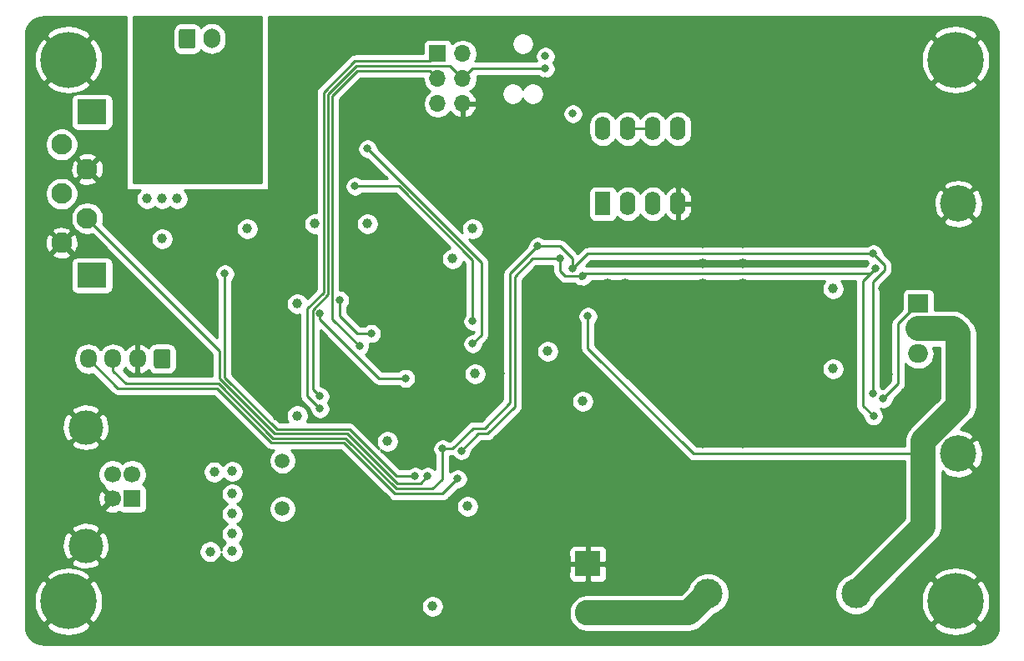
<source format=gbl>
G04 #@! TF.GenerationSoftware,KiCad,Pcbnew,(5.1.9)-1*
G04 #@! TF.CreationDate,2021-08-12T22:27:46-04:00*
G04 #@! TF.ProjectId,ElectronicLoad,456c6563-7472-46f6-9e69-634c6f61642e,A*
G04 #@! TF.SameCoordinates,Original*
G04 #@! TF.FileFunction,Copper,L4,Bot*
G04 #@! TF.FilePolarity,Positive*
%FSLAX46Y46*%
G04 Gerber Fmt 4.6, Leading zero omitted, Abs format (unit mm)*
G04 Created by KiCad (PCBNEW (5.1.9)-1) date 2021-08-12 22:27:46*
%MOMM*%
%LPD*%
G01*
G04 APERTURE LIST*
G04 #@! TA.AperFunction,ComponentPad*
%ADD10C,2.100000*%
G04 #@! TD*
G04 #@! TA.AperFunction,ComponentPad*
%ADD11R,3.000000X2.500000*%
G04 #@! TD*
G04 #@! TA.AperFunction,ComponentPad*
%ADD12O,2.000000X1.905000*%
G04 #@! TD*
G04 #@! TA.AperFunction,ComponentPad*
%ADD13R,2.000000X1.905000*%
G04 #@! TD*
G04 #@! TA.AperFunction,ComponentPad*
%ADD14C,3.000000*%
G04 #@! TD*
G04 #@! TA.AperFunction,ComponentPad*
%ADD15C,3.686000*%
G04 #@! TD*
G04 #@! TA.AperFunction,ComponentPad*
%ADD16C,5.700000*%
G04 #@! TD*
G04 #@! TA.AperFunction,ComponentPad*
%ADD17O,1.600000X2.400000*%
G04 #@! TD*
G04 #@! TA.AperFunction,ComponentPad*
%ADD18R,1.600000X2.400000*%
G04 #@! TD*
G04 #@! TA.AperFunction,ComponentPad*
%ADD19O,1.700000X1.950000*%
G04 #@! TD*
G04 #@! TA.AperFunction,ComponentPad*
%ADD20O,1.700000X2.000000*%
G04 #@! TD*
G04 #@! TA.AperFunction,ComponentPad*
%ADD21C,1.500000*%
G04 #@! TD*
G04 #@! TA.AperFunction,ComponentPad*
%ADD22O,1.700000X1.700000*%
G04 #@! TD*
G04 #@! TA.AperFunction,ComponentPad*
%ADD23R,1.700000X1.700000*%
G04 #@! TD*
G04 #@! TA.AperFunction,ComponentPad*
%ADD24C,3.500000*%
G04 #@! TD*
G04 #@! TA.AperFunction,ComponentPad*
%ADD25C,1.700000*%
G04 #@! TD*
G04 #@! TA.AperFunction,ComponentPad*
%ADD26C,2.600000*%
G04 #@! TD*
G04 #@! TA.AperFunction,ComponentPad*
%ADD27R,2.600000X2.600000*%
G04 #@! TD*
G04 #@! TA.AperFunction,ViaPad*
%ADD28C,0.800000*%
G04 #@! TD*
G04 #@! TA.AperFunction,ViaPad*
%ADD29C,1.000000*%
G04 #@! TD*
G04 #@! TA.AperFunction,Conductor*
%ADD30C,2.500000*%
G04 #@! TD*
G04 #@! TA.AperFunction,Conductor*
%ADD31C,0.250000*%
G04 #@! TD*
G04 #@! TA.AperFunction,Conductor*
%ADD32C,0.254000*%
G04 #@! TD*
G04 #@! TA.AperFunction,Conductor*
%ADD33C,0.100000*%
G04 #@! TD*
G04 APERTURE END LIST*
D10*
X109676000Y-80344000D03*
X109676000Y-90344000D03*
X109676000Y-85344000D03*
D11*
X112776000Y-93644000D03*
X112776000Y-77044000D03*
D10*
X112276000Y-82844000D03*
X112276000Y-87844000D03*
D12*
X196596000Y-101600000D03*
X196596000Y-99060000D03*
D13*
X196596000Y-96520000D03*
D14*
X190260000Y-125984000D03*
X175260000Y-125984000D03*
D15*
X200660000Y-86360000D03*
X200660000Y-111760000D03*
D16*
X110372000Y-126740000D03*
X200372000Y-126740000D03*
X200372000Y-71740000D03*
X110372000Y-71740000D03*
D17*
X164592000Y-78740000D03*
X172212000Y-86360000D03*
X167132000Y-78740000D03*
X169672000Y-86360000D03*
X169672000Y-78740000D03*
X167132000Y-86360000D03*
X172212000Y-78740000D03*
D18*
X164592000Y-86360000D03*
D19*
X112388000Y-102108000D03*
X114888000Y-102108000D03*
X117388000Y-102108000D03*
G04 #@! TA.AperFunction,ComponentPad*
G36*
G01*
X120738000Y-101383000D02*
X120738000Y-102833000D01*
G75*
G02*
X120488000Y-103083000I-250000J0D01*
G01*
X119288000Y-103083000D01*
G75*
G02*
X119038000Y-102833000I0J250000D01*
G01*
X119038000Y-101383000D01*
G75*
G02*
X119288000Y-101133000I250000J0D01*
G01*
X120488000Y-101133000D01*
G75*
G02*
X120738000Y-101383000I0J-250000D01*
G01*
G37*
G04 #@! TD.AperFunction*
D20*
X124928000Y-69596000D03*
G04 #@! TA.AperFunction,ComponentPad*
G36*
G01*
X121578000Y-70346000D02*
X121578000Y-68846000D01*
G75*
G02*
X121828000Y-68596000I250000J0D01*
G01*
X123028000Y-68596000D01*
G75*
G02*
X123278000Y-68846000I0J-250000D01*
G01*
X123278000Y-70346000D01*
G75*
G02*
X123028000Y-70596000I-250000J0D01*
G01*
X121828000Y-70596000D01*
G75*
G02*
X121578000Y-70346000I0J250000D01*
G01*
G37*
G04 #@! TD.AperFunction*
D21*
X132080000Y-112468000D03*
X132080000Y-117348000D03*
D22*
X150368000Y-76200000D03*
X147828000Y-76200000D03*
X150368000Y-73660000D03*
X147828000Y-73660000D03*
X150368000Y-71120000D03*
D23*
X147828000Y-71120000D03*
D24*
X112130000Y-109062000D03*
X112130000Y-121102000D03*
D25*
X114840000Y-116332000D03*
X114840000Y-113832000D03*
X116840000Y-113832000D03*
D23*
X116840000Y-116332000D03*
D26*
X163068000Y-127936000D03*
D27*
X163068000Y-122936000D03*
D28*
X136398000Y-101346000D03*
X139700000Y-127000000D03*
D29*
X121920000Y-121920000D03*
X154178000Y-103632000D03*
X151384000Y-86868000D03*
X147574000Y-91948000D03*
X178816000Y-72136000D03*
X178816000Y-76200000D03*
X178816000Y-80264000D03*
X178816000Y-84328000D03*
X178816000Y-88392000D03*
X178816000Y-74168000D03*
X178816000Y-92456000D03*
X174752000Y-74168000D03*
X174752000Y-72136000D03*
X178816000Y-78232000D03*
X178816000Y-96520000D03*
X174752000Y-78232000D03*
X174752000Y-76200000D03*
X178816000Y-82296000D03*
X178816000Y-94488000D03*
X178816000Y-98552000D03*
X178816000Y-100584000D03*
X174752000Y-98552000D03*
X174752000Y-94488000D03*
X174752000Y-82296000D03*
X174752000Y-80264000D03*
X174752000Y-96520000D03*
X178816000Y-86360000D03*
X178816000Y-90424000D03*
X178816000Y-102616000D03*
X178816000Y-106680000D03*
X178816000Y-104648000D03*
X174752000Y-106680000D03*
X174752000Y-102616000D03*
X174752000Y-84328000D03*
X174752000Y-92456000D03*
X174752000Y-100584000D03*
X174752000Y-86360000D03*
X174752000Y-90424000D03*
X178816000Y-108712000D03*
X174752000Y-104648000D03*
X174752000Y-108712000D03*
D28*
X161544000Y-82296000D03*
X157734000Y-85852000D03*
X158750000Y-73914000D03*
D29*
X174752000Y-88392000D03*
X174752000Y-110744000D03*
X178816000Y-110744000D03*
X147828000Y-105664000D03*
X137922000Y-112014000D03*
X137922000Y-114300000D03*
X137922000Y-116586000D03*
X122428000Y-82296000D03*
X123698000Y-82296000D03*
X124968000Y-82296000D03*
X126238000Y-73406000D03*
X127508000Y-73406000D03*
X127508000Y-72136000D03*
X126238000Y-72136000D03*
X126238000Y-109220000D03*
X175768000Y-114808000D03*
X174498000Y-114808000D03*
X131572000Y-107886990D03*
X164592000Y-106426000D03*
X156972000Y-101346000D03*
X142748000Y-88392000D03*
X133858000Y-88392000D03*
X124481500Y-95525500D03*
X131572000Y-96520000D03*
X142494000Y-106172000D03*
X141224000Y-94742000D03*
X193040000Y-94996000D03*
X187452000Y-89408000D03*
X196596000Y-88392000D03*
X166878008Y-96520000D03*
X166877994Y-94488000D03*
X166878000Y-98552000D03*
X193548005Y-103657498D03*
X165036990Y-94488000D03*
X150876000Y-117094000D03*
X187452046Y-105791000D03*
X117856000Y-81788000D03*
X117856000Y-79756000D03*
X127000000Y-119888000D03*
X127000000Y-117856000D03*
X127000000Y-113538002D03*
X124754491Y-121706509D03*
X151384000Y-88900000D03*
X128524000Y-88900000D03*
D28*
X158750000Y-71374000D03*
X161544000Y-77216000D03*
D29*
X127000000Y-121666000D03*
X127000000Y-115824000D03*
X125161000Y-113599012D03*
X151638000Y-103632000D03*
X149352000Y-91948000D03*
X118364000Y-85852000D03*
X119888000Y-85852000D03*
X121412000Y-85852000D03*
X133604000Y-107886990D03*
X162560000Y-106426000D03*
X140716000Y-88392000D03*
X135382000Y-88392000D03*
X119888000Y-89916000D03*
X133604000Y-96520000D03*
X147320000Y-127254000D03*
X159004000Y-101346000D03*
X142748000Y-110490000D03*
X187960000Y-94996000D03*
X187960000Y-103124000D03*
D28*
X163068000Y-97790016D03*
X192278000Y-92964000D03*
X162564653Y-93730653D03*
X150229000Y-111438000D03*
X192048500Y-107925500D03*
X149860000Y-114300000D03*
X160274000Y-91948000D03*
X192024000Y-105664000D03*
X148336000Y-111252000D03*
X192024010Y-91440000D03*
X161544000Y-92964000D03*
X157988000Y-90678000D03*
X158750000Y-72644000D03*
X135890000Y-105918000D03*
X139899441Y-100844246D03*
X135890000Y-107188000D03*
X140716000Y-80772000D03*
X151384000Y-100584004D03*
X139446000Y-84582000D03*
X151384000Y-98298000D03*
X193040000Y-106172000D03*
X137885010Y-96149821D03*
X141105998Y-99542722D03*
X135890012Y-97536000D03*
X144572652Y-104093332D03*
X126238000Y-93472006D03*
X145542000Y-114046000D03*
X146812000Y-114046000D03*
D30*
X196596000Y-99060000D02*
X200152000Y-99060000D01*
X200152000Y-99060000D02*
X200660000Y-99568000D01*
X200660000Y-106886358D02*
X197104000Y-110442358D01*
X200660000Y-99568000D02*
X200660000Y-106886358D01*
X197104000Y-119140000D02*
X190260000Y-125984000D01*
X197104000Y-110442358D02*
X197104000Y-119140000D01*
D31*
X163068000Y-101034998D02*
X163068000Y-97790016D01*
X173793002Y-111760000D02*
X163068000Y-101034998D01*
X197104000Y-111760000D02*
X173793002Y-111760000D01*
X162823306Y-93472000D02*
X162564653Y-93730653D01*
X191770000Y-93472000D02*
X162823306Y-93472000D01*
X192278000Y-92964000D02*
X191770000Y-93472000D01*
X191008000Y-106885000D02*
X192048500Y-107925500D01*
X192278000Y-92964000D02*
X191008000Y-94234000D01*
X191008000Y-94234000D02*
X191008000Y-106885000D01*
X112388000Y-102108000D02*
X112388000Y-101899000D01*
X150182000Y-111438000D02*
X150229000Y-111438000D01*
X162564653Y-93730653D02*
X162315306Y-93980000D01*
X160786653Y-93730653D02*
X162564653Y-93730653D01*
X160274000Y-93218000D02*
X160786653Y-93730653D01*
X160274000Y-91948000D02*
X160274000Y-93218000D01*
X160274000Y-91948000D02*
X160274000Y-92964000D01*
X155644010Y-97593990D02*
X155644010Y-98240010D01*
X157480000Y-91948000D02*
X160274000Y-91948000D01*
X155644010Y-93783990D02*
X157480000Y-91948000D01*
X155644010Y-98240010D02*
X155644010Y-93783990D01*
X148336000Y-115824000D02*
X149860000Y-114300000D01*
X143505770Y-115824000D02*
X148336000Y-115824000D01*
X130948023Y-110628023D02*
X138309793Y-110628023D01*
X125418009Y-105098009D02*
X130948023Y-110628023D01*
X115378009Y-105098009D02*
X125418009Y-105098009D01*
X138309793Y-110628023D02*
X143505770Y-115824000D01*
X112388000Y-102108000D02*
X115378009Y-105098009D01*
X152908000Y-109728000D02*
X151939000Y-109728000D01*
X155644010Y-106991990D02*
X152908000Y-109728000D01*
X151939000Y-109728000D02*
X150229000Y-111438000D01*
X155644010Y-98240010D02*
X155644010Y-106991990D01*
X114888000Y-102108000D02*
X114888000Y-101899000D01*
X192024000Y-94291002D02*
X193185999Y-93129003D01*
X193185999Y-92601989D02*
X192024010Y-91440000D01*
X192024000Y-105664000D02*
X192024000Y-94291002D01*
X193185999Y-93129003D02*
X193185999Y-92601989D01*
X163068000Y-91440000D02*
X161544000Y-92964000D01*
X192024010Y-91440000D02*
X163068000Y-91440000D01*
X161544000Y-91948000D02*
X161544000Y-92964000D01*
X160274000Y-90678000D02*
X161544000Y-91948000D01*
X157988000Y-90678000D02*
X160274000Y-90678000D01*
X155194000Y-106554410D02*
X155194000Y-93472000D01*
X155194000Y-93472000D02*
X157988000Y-90678000D01*
X151441991Y-109162009D02*
X152586401Y-109162009D01*
X149352000Y-111252000D02*
X151441991Y-109162009D01*
X152586401Y-109162009D02*
X155194000Y-106554410D01*
X148336000Y-111252000D02*
X149352000Y-111252000D01*
X131134421Y-110178012D02*
X125604409Y-104647999D01*
X114888000Y-103333000D02*
X114888000Y-102108000D01*
X116202999Y-104647999D02*
X114888000Y-103333000D01*
X125604409Y-104647999D02*
X116202999Y-104647999D01*
X138496192Y-110178012D02*
X131134421Y-110178012D01*
X147324660Y-115320660D02*
X143638840Y-115320660D01*
X148336000Y-114309320D02*
X147324660Y-115320660D01*
X143638840Y-115320660D02*
X138496192Y-110178012D01*
X148336000Y-111252000D02*
X148336000Y-114309320D01*
X151384000Y-72644000D02*
X150368000Y-73660000D01*
X158750000Y-72644000D02*
X151384000Y-72644000D01*
X150368000Y-73660000D02*
X149098000Y-72390000D01*
X135165011Y-105193011D02*
X135890000Y-105918000D01*
X136709989Y-95574422D02*
X135165011Y-97119399D01*
X135165011Y-97119399D02*
X135165011Y-105193011D01*
X136709989Y-75254420D02*
X136709989Y-95574422D01*
X139574410Y-72390000D02*
X136709989Y-75254420D01*
X149098000Y-72390000D02*
X139574410Y-72390000D01*
X137160000Y-98104805D02*
X139899441Y-100844246D01*
X137160000Y-75440820D02*
X137160000Y-98104805D01*
X139702820Y-72898000D02*
X137160000Y-75440820D01*
X147066000Y-72898000D02*
X139702820Y-72898000D01*
X147828000Y-73660000D02*
X147066000Y-72898000D01*
X147066000Y-71882000D02*
X147828000Y-71120000D01*
X139445998Y-71882000D02*
X147066000Y-71882000D01*
X136259978Y-75068020D02*
X139445998Y-71882000D01*
X136259978Y-95388022D02*
X136259978Y-75068020D01*
X134620000Y-97028000D02*
X136259978Y-95388022D01*
X134620000Y-105918000D02*
X134620000Y-97028000D01*
X135890000Y-107188000D02*
X134620000Y-105918000D01*
X140716000Y-80772000D02*
X152291999Y-92347999D01*
X152291999Y-92347999D02*
X152291999Y-99676005D01*
X152291999Y-99676005D02*
X151384000Y-100584004D01*
X139446000Y-84582000D02*
X143889590Y-84582000D01*
X151384000Y-92076410D02*
X151384000Y-98298000D01*
X143889590Y-84582000D02*
X151384000Y-92076410D01*
X194564000Y-104648000D02*
X193040000Y-106172000D01*
X194564000Y-98552000D02*
X194564000Y-104648000D01*
X196596000Y-96520000D02*
X194564000Y-98552000D01*
X167132000Y-78740000D02*
X169672000Y-78740000D01*
X139674722Y-99542722D02*
X141105998Y-99542722D01*
X137885010Y-97753010D02*
X139674722Y-99542722D01*
X137885010Y-96149821D02*
X137885010Y-97753010D01*
X135890012Y-97536000D02*
X135890012Y-98101685D01*
X135890012Y-98101685D02*
X141881659Y-104093332D01*
X141881659Y-104093332D02*
X144572652Y-104093332D01*
X131507221Y-109277990D02*
X138868990Y-109277990D01*
X126238000Y-93472006D02*
X126238000Y-104008769D01*
X138868990Y-109277990D02*
X143637000Y-114046000D01*
X126238000Y-104008769D02*
X131507221Y-109277990D01*
X143637000Y-114046000D02*
X145542000Y-114046000D01*
D30*
X173308000Y-127936000D02*
X175260000Y-125984000D01*
X163068000Y-127936000D02*
X173308000Y-127936000D01*
D31*
X138682591Y-109728001D02*
X143725591Y-114771001D01*
X112276000Y-87844000D02*
X125730000Y-101298000D01*
X125730000Y-101298000D02*
X125730000Y-104137180D01*
X125730000Y-104137180D02*
X131320821Y-109728001D01*
X146086999Y-114771001D02*
X146812000Y-114046000D01*
X131320821Y-109728001D02*
X138682591Y-109728001D01*
X143725591Y-114771001D02*
X146086999Y-114771001D01*
D32*
X116205000Y-84836000D02*
X116207440Y-84860776D01*
X116214667Y-84884601D01*
X116226403Y-84906557D01*
X116242197Y-84925803D01*
X116261443Y-84941597D01*
X116283399Y-84953333D01*
X116307224Y-84960560D01*
X116332000Y-84963000D01*
X117651537Y-84963000D01*
X117640480Y-84970388D01*
X117482388Y-85128480D01*
X117358176Y-85314376D01*
X117272617Y-85520933D01*
X117229000Y-85740212D01*
X117229000Y-85963788D01*
X117272617Y-86183067D01*
X117358176Y-86389624D01*
X117482388Y-86575520D01*
X117640480Y-86733612D01*
X117826376Y-86857824D01*
X118032933Y-86943383D01*
X118252212Y-86987000D01*
X118475788Y-86987000D01*
X118695067Y-86943383D01*
X118901624Y-86857824D01*
X119087520Y-86733612D01*
X119126000Y-86695132D01*
X119164480Y-86733612D01*
X119350376Y-86857824D01*
X119556933Y-86943383D01*
X119776212Y-86987000D01*
X119999788Y-86987000D01*
X120219067Y-86943383D01*
X120425624Y-86857824D01*
X120611520Y-86733612D01*
X120650000Y-86695132D01*
X120688480Y-86733612D01*
X120874376Y-86857824D01*
X121080933Y-86943383D01*
X121300212Y-86987000D01*
X121523788Y-86987000D01*
X121743067Y-86943383D01*
X121949624Y-86857824D01*
X122135520Y-86733612D01*
X122293612Y-86575520D01*
X122417824Y-86389624D01*
X122503383Y-86183067D01*
X122547000Y-85963788D01*
X122547000Y-85740212D01*
X122503383Y-85520933D01*
X122417824Y-85314376D01*
X122293612Y-85128480D01*
X122135520Y-84970388D01*
X122124463Y-84963000D01*
X130556000Y-84963000D01*
X130580776Y-84960560D01*
X130604601Y-84953333D01*
X130626557Y-84941597D01*
X130645803Y-84925803D01*
X130661597Y-84906557D01*
X130673333Y-84884601D01*
X130680560Y-84860776D01*
X130683000Y-84836000D01*
X130683000Y-67400000D01*
X202839721Y-67400000D01*
X203228775Y-67438147D01*
X203571967Y-67541763D01*
X203888489Y-67710062D01*
X204166299Y-67936637D01*
X204394806Y-68212856D01*
X204565310Y-68528197D01*
X204671319Y-68870656D01*
X204712001Y-69257722D01*
X204712000Y-129207721D01*
X204673853Y-129596776D01*
X204570238Y-129939964D01*
X204401939Y-130256489D01*
X204175365Y-130534296D01*
X203899146Y-130762805D01*
X203583803Y-130933310D01*
X203241344Y-131039319D01*
X202854288Y-131080000D01*
X107904279Y-131080000D01*
X107515224Y-131041853D01*
X107172036Y-130938238D01*
X106855511Y-130769939D01*
X106577704Y-130543365D01*
X106349195Y-130267146D01*
X106178690Y-129951803D01*
X106072681Y-129609344D01*
X106032000Y-129222288D01*
X106032000Y-129192033D01*
X108099572Y-129192033D01*
X108417757Y-129645850D01*
X109022210Y-129971269D01*
X109678535Y-130172512D01*
X110361510Y-130241845D01*
X111044888Y-130176605D01*
X111702407Y-129979298D01*
X112308799Y-129657506D01*
X112326243Y-129645850D01*
X112644428Y-129192033D01*
X110372000Y-126919605D01*
X108099572Y-129192033D01*
X106032000Y-129192033D01*
X106032000Y-126729510D01*
X106870155Y-126729510D01*
X106935395Y-127412888D01*
X107132702Y-128070407D01*
X107454494Y-128676799D01*
X107466150Y-128694243D01*
X107919967Y-129012428D01*
X110192395Y-126740000D01*
X110551605Y-126740000D01*
X112824033Y-129012428D01*
X113277850Y-128694243D01*
X113603269Y-128089790D01*
X113804512Y-127433465D01*
X113834078Y-127142212D01*
X146185000Y-127142212D01*
X146185000Y-127365788D01*
X146228617Y-127585067D01*
X146314176Y-127791624D01*
X146438388Y-127977520D01*
X146596480Y-128135612D01*
X146782376Y-128259824D01*
X146988933Y-128345383D01*
X147208212Y-128389000D01*
X147431788Y-128389000D01*
X147651067Y-128345383D01*
X147857624Y-128259824D01*
X148043520Y-128135612D01*
X148201612Y-127977520D01*
X148325824Y-127791624D01*
X148344962Y-127745419D01*
X161133000Y-127745419D01*
X161133000Y-128126581D01*
X161207361Y-128500419D01*
X161353225Y-128852566D01*
X161564987Y-129169491D01*
X161834509Y-129439013D01*
X162151434Y-129650775D01*
X162503581Y-129796639D01*
X162877419Y-129871000D01*
X163258581Y-129871000D01*
X163509948Y-129821000D01*
X173215411Y-129821000D01*
X173308000Y-129830119D01*
X173400589Y-129821000D01*
X173400597Y-129821000D01*
X173677524Y-129793725D01*
X174032848Y-129685939D01*
X174360317Y-129510903D01*
X174647345Y-129275345D01*
X174706374Y-129203418D01*
X174717759Y-129192033D01*
X198099572Y-129192033D01*
X198417757Y-129645850D01*
X199022210Y-129971269D01*
X199678535Y-130172512D01*
X200361510Y-130241845D01*
X201044888Y-130176605D01*
X201702407Y-129979298D01*
X202308799Y-129657506D01*
X202326243Y-129645850D01*
X202644428Y-129192033D01*
X200372000Y-126919605D01*
X198099572Y-129192033D01*
X174717759Y-129192033D01*
X175870377Y-128039415D01*
X175882756Y-128036953D01*
X176271302Y-127876012D01*
X176620983Y-127642363D01*
X176918363Y-127344983D01*
X177152012Y-126995302D01*
X177312953Y-126606756D01*
X177395000Y-126194279D01*
X177395000Y-125773721D01*
X177312953Y-125361244D01*
X177152012Y-124972698D01*
X176918363Y-124623017D01*
X176620983Y-124325637D01*
X176271302Y-124091988D01*
X175882756Y-123931047D01*
X175470279Y-123849000D01*
X175049721Y-123849000D01*
X174637244Y-123931047D01*
X174248698Y-124091988D01*
X173899017Y-124325637D01*
X173601637Y-124623017D01*
X173367988Y-124972698D01*
X173207047Y-125361244D01*
X173204585Y-125373623D01*
X172527208Y-126051000D01*
X163509948Y-126051000D01*
X163258581Y-126001000D01*
X162877419Y-126001000D01*
X162503581Y-126075361D01*
X162151434Y-126221225D01*
X161834509Y-126432987D01*
X161564987Y-126702509D01*
X161353225Y-127019434D01*
X161207361Y-127371581D01*
X161133000Y-127745419D01*
X148344962Y-127745419D01*
X148411383Y-127585067D01*
X148455000Y-127365788D01*
X148455000Y-127142212D01*
X148411383Y-126922933D01*
X148325824Y-126716376D01*
X148201612Y-126530480D01*
X148043520Y-126372388D01*
X147857624Y-126248176D01*
X147651067Y-126162617D01*
X147431788Y-126119000D01*
X147208212Y-126119000D01*
X146988933Y-126162617D01*
X146782376Y-126248176D01*
X146596480Y-126372388D01*
X146438388Y-126530480D01*
X146314176Y-126716376D01*
X146228617Y-126922933D01*
X146185000Y-127142212D01*
X113834078Y-127142212D01*
X113873845Y-126750490D01*
X113808605Y-126067112D01*
X113611298Y-125409593D01*
X113289506Y-124803201D01*
X113277850Y-124785757D01*
X112824033Y-124467572D01*
X110551605Y-126740000D01*
X110192395Y-126740000D01*
X107919967Y-124467572D01*
X107466150Y-124785757D01*
X107140731Y-125390210D01*
X106939488Y-126046535D01*
X106870155Y-126729510D01*
X106032000Y-126729510D01*
X106032000Y-124287967D01*
X108099572Y-124287967D01*
X110372000Y-126560395D01*
X112644428Y-124287967D01*
X112607993Y-124236000D01*
X161129928Y-124236000D01*
X161142188Y-124360482D01*
X161178498Y-124480180D01*
X161237463Y-124590494D01*
X161316815Y-124687185D01*
X161413506Y-124766537D01*
X161523820Y-124825502D01*
X161643518Y-124861812D01*
X161768000Y-124874072D01*
X162782250Y-124871000D01*
X162941000Y-124712250D01*
X162941000Y-123063000D01*
X163195000Y-123063000D01*
X163195000Y-124712250D01*
X163353750Y-124871000D01*
X164368000Y-124874072D01*
X164492482Y-124861812D01*
X164612180Y-124825502D01*
X164722494Y-124766537D01*
X164819185Y-124687185D01*
X164898537Y-124590494D01*
X164957502Y-124480180D01*
X164993812Y-124360482D01*
X165006072Y-124236000D01*
X165003000Y-123221750D01*
X164844250Y-123063000D01*
X163195000Y-123063000D01*
X162941000Y-123063000D01*
X161291750Y-123063000D01*
X161133000Y-123221750D01*
X161129928Y-124236000D01*
X112607993Y-124236000D01*
X112326243Y-123834150D01*
X111721790Y-123508731D01*
X111065465Y-123307488D01*
X110382490Y-123238155D01*
X109699112Y-123303395D01*
X109041593Y-123500702D01*
X108435201Y-123822494D01*
X108417757Y-123834150D01*
X108099572Y-124287967D01*
X106032000Y-124287967D01*
X106032000Y-122771609D01*
X110639997Y-122771609D01*
X110826073Y-123112766D01*
X111243409Y-123328513D01*
X111694815Y-123458696D01*
X112162946Y-123498313D01*
X112629811Y-123445842D01*
X113077468Y-123303297D01*
X113433927Y-123112766D01*
X113620003Y-122771609D01*
X112130000Y-121281605D01*
X110639997Y-122771609D01*
X106032000Y-122771609D01*
X106032000Y-121134946D01*
X109733687Y-121134946D01*
X109786158Y-121601811D01*
X109928703Y-122049468D01*
X110119234Y-122405927D01*
X110460391Y-122592003D01*
X111950395Y-121102000D01*
X112309605Y-121102000D01*
X113799609Y-122592003D01*
X114140766Y-122405927D01*
X114356513Y-121988591D01*
X114470102Y-121594721D01*
X123619491Y-121594721D01*
X123619491Y-121818297D01*
X123663108Y-122037576D01*
X123748667Y-122244133D01*
X123872879Y-122430029D01*
X124030971Y-122588121D01*
X124216867Y-122712333D01*
X124423424Y-122797892D01*
X124642703Y-122841509D01*
X124866279Y-122841509D01*
X125085558Y-122797892D01*
X125292115Y-122712333D01*
X125478011Y-122588121D01*
X125636103Y-122430029D01*
X125760315Y-122244133D01*
X125845874Y-122037576D01*
X125881274Y-121859605D01*
X125908617Y-121997067D01*
X125994176Y-122203624D01*
X126118388Y-122389520D01*
X126276480Y-122547612D01*
X126462376Y-122671824D01*
X126668933Y-122757383D01*
X126888212Y-122801000D01*
X127111788Y-122801000D01*
X127331067Y-122757383D01*
X127537624Y-122671824D01*
X127723520Y-122547612D01*
X127881612Y-122389520D01*
X128005824Y-122203624D01*
X128091383Y-121997067D01*
X128135000Y-121777788D01*
X128135000Y-121636000D01*
X161129928Y-121636000D01*
X161133000Y-122650250D01*
X161291750Y-122809000D01*
X162941000Y-122809000D01*
X162941000Y-121159750D01*
X163195000Y-121159750D01*
X163195000Y-122809000D01*
X164844250Y-122809000D01*
X165003000Y-122650250D01*
X165006072Y-121636000D01*
X164993812Y-121511518D01*
X164957502Y-121391820D01*
X164898537Y-121281506D01*
X164819185Y-121184815D01*
X164722494Y-121105463D01*
X164612180Y-121046498D01*
X164492482Y-121010188D01*
X164368000Y-120997928D01*
X163353750Y-121001000D01*
X163195000Y-121159750D01*
X162941000Y-121159750D01*
X162782250Y-121001000D01*
X161768000Y-120997928D01*
X161643518Y-121010188D01*
X161523820Y-121046498D01*
X161413506Y-121105463D01*
X161316815Y-121184815D01*
X161237463Y-121281506D01*
X161178498Y-121391820D01*
X161142188Y-121511518D01*
X161129928Y-121636000D01*
X128135000Y-121636000D01*
X128135000Y-121554212D01*
X128091383Y-121334933D01*
X128005824Y-121128376D01*
X127881612Y-120942480D01*
X127723520Y-120784388D01*
X127712463Y-120777000D01*
X127723520Y-120769612D01*
X127881612Y-120611520D01*
X128005824Y-120425624D01*
X128091383Y-120219067D01*
X128135000Y-119999788D01*
X128135000Y-119776212D01*
X128091383Y-119556933D01*
X128005824Y-119350376D01*
X127881612Y-119164480D01*
X127723520Y-119006388D01*
X127537624Y-118882176D01*
X127513057Y-118872000D01*
X127537624Y-118861824D01*
X127723520Y-118737612D01*
X127881612Y-118579520D01*
X128005824Y-118393624D01*
X128091383Y-118187067D01*
X128135000Y-117967788D01*
X128135000Y-117744212D01*
X128091383Y-117524933D01*
X128005824Y-117318376D01*
X127934472Y-117211589D01*
X130695000Y-117211589D01*
X130695000Y-117484411D01*
X130748225Y-117751989D01*
X130852629Y-118004043D01*
X131004201Y-118230886D01*
X131197114Y-118423799D01*
X131423957Y-118575371D01*
X131676011Y-118679775D01*
X131943589Y-118733000D01*
X132216411Y-118733000D01*
X132483989Y-118679775D01*
X132736043Y-118575371D01*
X132962886Y-118423799D01*
X133155799Y-118230886D01*
X133307371Y-118004043D01*
X133411775Y-117751989D01*
X133465000Y-117484411D01*
X133465000Y-117211589D01*
X133419374Y-116982212D01*
X149741000Y-116982212D01*
X149741000Y-117205788D01*
X149784617Y-117425067D01*
X149870176Y-117631624D01*
X149994388Y-117817520D01*
X150152480Y-117975612D01*
X150338376Y-118099824D01*
X150544933Y-118185383D01*
X150764212Y-118229000D01*
X150987788Y-118229000D01*
X151207067Y-118185383D01*
X151413624Y-118099824D01*
X151599520Y-117975612D01*
X151757612Y-117817520D01*
X151881824Y-117631624D01*
X151967383Y-117425067D01*
X152011000Y-117205788D01*
X152011000Y-116982212D01*
X151967383Y-116762933D01*
X151881824Y-116556376D01*
X151757612Y-116370480D01*
X151599520Y-116212388D01*
X151413624Y-116088176D01*
X151207067Y-116002617D01*
X150987788Y-115959000D01*
X150764212Y-115959000D01*
X150544933Y-116002617D01*
X150338376Y-116088176D01*
X150152480Y-116212388D01*
X149994388Y-116370480D01*
X149870176Y-116556376D01*
X149784617Y-116762933D01*
X149741000Y-116982212D01*
X133419374Y-116982212D01*
X133411775Y-116944011D01*
X133307371Y-116691957D01*
X133155799Y-116465114D01*
X132962886Y-116272201D01*
X132736043Y-116120629D01*
X132483989Y-116016225D01*
X132216411Y-115963000D01*
X131943589Y-115963000D01*
X131676011Y-116016225D01*
X131423957Y-116120629D01*
X131197114Y-116272201D01*
X131004201Y-116465114D01*
X130852629Y-116691957D01*
X130748225Y-116944011D01*
X130695000Y-117211589D01*
X127934472Y-117211589D01*
X127881612Y-117132480D01*
X127723520Y-116974388D01*
X127537624Y-116850176D01*
X127513057Y-116840000D01*
X127537624Y-116829824D01*
X127723520Y-116705612D01*
X127881612Y-116547520D01*
X128005824Y-116361624D01*
X128091383Y-116155067D01*
X128135000Y-115935788D01*
X128135000Y-115712212D01*
X128091383Y-115492933D01*
X128005824Y-115286376D01*
X127881612Y-115100480D01*
X127723520Y-114942388D01*
X127537624Y-114818176D01*
X127331067Y-114732617D01*
X127111788Y-114689000D01*
X126888212Y-114689000D01*
X126668933Y-114732617D01*
X126462376Y-114818176D01*
X126276480Y-114942388D01*
X126118388Y-115100480D01*
X125994176Y-115286376D01*
X125908617Y-115492933D01*
X125865000Y-115712212D01*
X125865000Y-115935788D01*
X125908617Y-116155067D01*
X125994176Y-116361624D01*
X126118388Y-116547520D01*
X126276480Y-116705612D01*
X126462376Y-116829824D01*
X126486943Y-116840000D01*
X126462376Y-116850176D01*
X126276480Y-116974388D01*
X126118388Y-117132480D01*
X125994176Y-117318376D01*
X125908617Y-117524933D01*
X125865000Y-117744212D01*
X125865000Y-117967788D01*
X125908617Y-118187067D01*
X125994176Y-118393624D01*
X126118388Y-118579520D01*
X126276480Y-118737612D01*
X126462376Y-118861824D01*
X126486943Y-118872000D01*
X126462376Y-118882176D01*
X126276480Y-119006388D01*
X126118388Y-119164480D01*
X125994176Y-119350376D01*
X125908617Y-119556933D01*
X125865000Y-119776212D01*
X125865000Y-119999788D01*
X125908617Y-120219067D01*
X125994176Y-120425624D01*
X126118388Y-120611520D01*
X126276480Y-120769612D01*
X126287537Y-120777000D01*
X126276480Y-120784388D01*
X126118388Y-120942480D01*
X125994176Y-121128376D01*
X125908617Y-121334933D01*
X125873217Y-121512904D01*
X125845874Y-121375442D01*
X125760315Y-121168885D01*
X125636103Y-120982989D01*
X125478011Y-120824897D01*
X125292115Y-120700685D01*
X125085558Y-120615126D01*
X124866279Y-120571509D01*
X124642703Y-120571509D01*
X124423424Y-120615126D01*
X124216867Y-120700685D01*
X124030971Y-120824897D01*
X123872879Y-120982989D01*
X123748667Y-121168885D01*
X123663108Y-121375442D01*
X123619491Y-121594721D01*
X114470102Y-121594721D01*
X114486696Y-121537185D01*
X114526313Y-121069054D01*
X114473842Y-120602189D01*
X114331297Y-120154532D01*
X114140766Y-119798073D01*
X113799609Y-119611997D01*
X112309605Y-121102000D01*
X111950395Y-121102000D01*
X110460391Y-119611997D01*
X110119234Y-119798073D01*
X109903487Y-120215409D01*
X109773304Y-120666815D01*
X109733687Y-121134946D01*
X106032000Y-121134946D01*
X106032000Y-119432391D01*
X110639997Y-119432391D01*
X112130000Y-120922395D01*
X113620003Y-119432391D01*
X113433927Y-119091234D01*
X113016591Y-118875487D01*
X112565185Y-118745304D01*
X112097054Y-118705687D01*
X111630189Y-118758158D01*
X111182532Y-118900703D01*
X110826073Y-119091234D01*
X110639997Y-119432391D01*
X106032000Y-119432391D01*
X106032000Y-116400531D01*
X113349389Y-116400531D01*
X113391401Y-116690019D01*
X113489081Y-116965747D01*
X113562528Y-117103157D01*
X113811603Y-117180792D01*
X114660395Y-116332000D01*
X113811603Y-115483208D01*
X113562528Y-115560843D01*
X113436629Y-115824883D01*
X113364661Y-116108411D01*
X113349389Y-116400531D01*
X106032000Y-116400531D01*
X106032000Y-113685740D01*
X113355000Y-113685740D01*
X113355000Y-113978260D01*
X113412068Y-114265158D01*
X113524010Y-114535411D01*
X113686525Y-114778632D01*
X113893368Y-114985475D01*
X114056410Y-115094416D01*
X113991208Y-115303603D01*
X114840000Y-116152395D01*
X114854143Y-116138253D01*
X115033748Y-116317858D01*
X115019605Y-116332000D01*
X115033748Y-116346143D01*
X114854143Y-116525748D01*
X114840000Y-116511605D01*
X113991208Y-117360397D01*
X114068843Y-117609472D01*
X114332883Y-117735371D01*
X114616411Y-117807339D01*
X114908531Y-117822611D01*
X115198019Y-117780599D01*
X115473747Y-117682919D01*
X115549850Y-117642241D01*
X115635506Y-117712537D01*
X115745820Y-117771502D01*
X115865518Y-117807812D01*
X115990000Y-117820072D01*
X117690000Y-117820072D01*
X117814482Y-117807812D01*
X117934180Y-117771502D01*
X118044494Y-117712537D01*
X118141185Y-117633185D01*
X118220537Y-117536494D01*
X118279502Y-117426180D01*
X118315812Y-117306482D01*
X118328072Y-117182000D01*
X118328072Y-115482000D01*
X118315812Y-115357518D01*
X118279502Y-115237820D01*
X118220537Y-115127506D01*
X118141185Y-115030815D01*
X118044494Y-114951463D01*
X117934180Y-114892498D01*
X117892310Y-114879797D01*
X117993475Y-114778632D01*
X118155990Y-114535411D01*
X118267932Y-114265158D01*
X118325000Y-113978260D01*
X118325000Y-113685740D01*
X118285513Y-113487224D01*
X124026000Y-113487224D01*
X124026000Y-113710800D01*
X124069617Y-113930079D01*
X124155176Y-114136636D01*
X124279388Y-114322532D01*
X124437480Y-114480624D01*
X124623376Y-114604836D01*
X124829933Y-114690395D01*
X125049212Y-114734012D01*
X125272788Y-114734012D01*
X125492067Y-114690395D01*
X125698624Y-114604836D01*
X125884520Y-114480624D01*
X126042612Y-114322532D01*
X126100883Y-114235324D01*
X126118388Y-114261522D01*
X126276480Y-114419614D01*
X126462376Y-114543826D01*
X126668933Y-114629385D01*
X126888212Y-114673002D01*
X127111788Y-114673002D01*
X127331067Y-114629385D01*
X127537624Y-114543826D01*
X127723520Y-114419614D01*
X127881612Y-114261522D01*
X128005824Y-114075626D01*
X128091383Y-113869069D01*
X128135000Y-113649790D01*
X128135000Y-113426214D01*
X128091383Y-113206935D01*
X128005824Y-113000378D01*
X127881612Y-112814482D01*
X127723520Y-112656390D01*
X127537624Y-112532178D01*
X127331067Y-112446619D01*
X127111788Y-112403002D01*
X126888212Y-112403002D01*
X126668933Y-112446619D01*
X126462376Y-112532178D01*
X126276480Y-112656390D01*
X126118388Y-112814482D01*
X126060117Y-112901690D01*
X126042612Y-112875492D01*
X125884520Y-112717400D01*
X125698624Y-112593188D01*
X125492067Y-112507629D01*
X125272788Y-112464012D01*
X125049212Y-112464012D01*
X124829933Y-112507629D01*
X124623376Y-112593188D01*
X124437480Y-112717400D01*
X124279388Y-112875492D01*
X124155176Y-113061388D01*
X124069617Y-113267945D01*
X124026000Y-113487224D01*
X118285513Y-113487224D01*
X118267932Y-113398842D01*
X118155990Y-113128589D01*
X117993475Y-112885368D01*
X117786632Y-112678525D01*
X117543411Y-112516010D01*
X117273158Y-112404068D01*
X116986260Y-112347000D01*
X116693740Y-112347000D01*
X116406842Y-112404068D01*
X116136589Y-112516010D01*
X115893368Y-112678525D01*
X115840000Y-112731893D01*
X115786632Y-112678525D01*
X115543411Y-112516010D01*
X115273158Y-112404068D01*
X114986260Y-112347000D01*
X114693740Y-112347000D01*
X114406842Y-112404068D01*
X114136589Y-112516010D01*
X113893368Y-112678525D01*
X113686525Y-112885368D01*
X113524010Y-113128589D01*
X113412068Y-113398842D01*
X113355000Y-113685740D01*
X106032000Y-113685740D01*
X106032000Y-110731609D01*
X110639997Y-110731609D01*
X110826073Y-111072766D01*
X111243409Y-111288513D01*
X111694815Y-111418696D01*
X112162946Y-111458313D01*
X112629811Y-111405842D01*
X113077468Y-111263297D01*
X113433927Y-111072766D01*
X113620003Y-110731609D01*
X112130000Y-109241605D01*
X110639997Y-110731609D01*
X106032000Y-110731609D01*
X106032000Y-109094946D01*
X109733687Y-109094946D01*
X109786158Y-109561811D01*
X109928703Y-110009468D01*
X110119234Y-110365927D01*
X110460391Y-110552003D01*
X111950395Y-109062000D01*
X112309605Y-109062000D01*
X113799609Y-110552003D01*
X114140766Y-110365927D01*
X114356513Y-109948591D01*
X114486696Y-109497185D01*
X114526313Y-109029054D01*
X114473842Y-108562189D01*
X114331297Y-108114532D01*
X114140766Y-107758073D01*
X113799609Y-107571997D01*
X112309605Y-109062000D01*
X111950395Y-109062000D01*
X110460391Y-107571997D01*
X110119234Y-107758073D01*
X109903487Y-108175409D01*
X109773304Y-108626815D01*
X109733687Y-109094946D01*
X106032000Y-109094946D01*
X106032000Y-107392391D01*
X110639997Y-107392391D01*
X112130000Y-108882395D01*
X113620003Y-107392391D01*
X113433927Y-107051234D01*
X113016591Y-106835487D01*
X112565185Y-106705304D01*
X112097054Y-106665687D01*
X111630189Y-106718158D01*
X111182532Y-106860703D01*
X110826073Y-107051234D01*
X110639997Y-107392391D01*
X106032000Y-107392391D01*
X106032000Y-92394000D01*
X110637928Y-92394000D01*
X110637928Y-94894000D01*
X110650188Y-95018482D01*
X110686498Y-95138180D01*
X110745463Y-95248494D01*
X110824815Y-95345185D01*
X110921506Y-95424537D01*
X111031820Y-95483502D01*
X111151518Y-95519812D01*
X111276000Y-95532072D01*
X114276000Y-95532072D01*
X114400482Y-95519812D01*
X114520180Y-95483502D01*
X114630494Y-95424537D01*
X114727185Y-95345185D01*
X114806537Y-95248494D01*
X114865502Y-95138180D01*
X114901812Y-95018482D01*
X114914072Y-94894000D01*
X114914072Y-92394000D01*
X114901812Y-92269518D01*
X114865502Y-92149820D01*
X114806537Y-92039506D01*
X114727185Y-91942815D01*
X114630494Y-91863463D01*
X114520180Y-91804498D01*
X114400482Y-91768188D01*
X114276000Y-91755928D01*
X111276000Y-91755928D01*
X111151518Y-91768188D01*
X111031820Y-91804498D01*
X110921506Y-91863463D01*
X110824815Y-91942815D01*
X110745463Y-92039506D01*
X110686498Y-92149820D01*
X110650188Y-92269518D01*
X110637928Y-92394000D01*
X106032000Y-92394000D01*
X106032000Y-91515066D01*
X108684539Y-91515066D01*
X108786339Y-91784579D01*
X109084477Y-91930463D01*
X109405346Y-92015380D01*
X109736617Y-92036066D01*
X110065557Y-91991728D01*
X110379527Y-91884069D01*
X110565661Y-91784579D01*
X110667461Y-91515066D01*
X109676000Y-90523605D01*
X108684539Y-91515066D01*
X106032000Y-91515066D01*
X106032000Y-90404617D01*
X107983934Y-90404617D01*
X108028272Y-90733557D01*
X108135931Y-91047527D01*
X108235421Y-91233661D01*
X108504934Y-91335461D01*
X109496395Y-90344000D01*
X109855605Y-90344000D01*
X110847066Y-91335461D01*
X111116579Y-91233661D01*
X111262463Y-90935523D01*
X111347380Y-90614654D01*
X111368066Y-90283383D01*
X111323728Y-89954443D01*
X111216069Y-89640473D01*
X111116579Y-89454339D01*
X110847066Y-89352539D01*
X109855605Y-90344000D01*
X109496395Y-90344000D01*
X108504934Y-89352539D01*
X108235421Y-89454339D01*
X108089537Y-89752477D01*
X108004620Y-90073346D01*
X107983934Y-90404617D01*
X106032000Y-90404617D01*
X106032000Y-89172934D01*
X108684539Y-89172934D01*
X109676000Y-90164395D01*
X110667461Y-89172934D01*
X110565661Y-88903421D01*
X110267523Y-88757537D01*
X109946654Y-88672620D01*
X109615383Y-88651934D01*
X109286443Y-88696272D01*
X108972473Y-88803931D01*
X108786339Y-88903421D01*
X108684539Y-89172934D01*
X106032000Y-89172934D01*
X106032000Y-87678042D01*
X110591000Y-87678042D01*
X110591000Y-88009958D01*
X110655754Y-88335496D01*
X110782772Y-88642147D01*
X110967175Y-88918125D01*
X111201875Y-89152825D01*
X111477853Y-89337228D01*
X111784504Y-89464246D01*
X112110042Y-89529000D01*
X112441958Y-89529000D01*
X112767496Y-89464246D01*
X112805644Y-89448445D01*
X124970000Y-101612802D01*
X124970001Y-103887999D01*
X116517802Y-103887999D01*
X115929294Y-103299492D01*
X115943134Y-103288134D01*
X116128706Y-103062014D01*
X116142462Y-103036278D01*
X116298951Y-103242429D01*
X116516807Y-103435496D01*
X116768142Y-103582352D01*
X117031110Y-103674476D01*
X117261000Y-103553155D01*
X117261000Y-102235000D01*
X117241000Y-102235000D01*
X117241000Y-101981000D01*
X117261000Y-101981000D01*
X117261000Y-100662845D01*
X117515000Y-100662845D01*
X117515000Y-101981000D01*
X117535000Y-101981000D01*
X117535000Y-102235000D01*
X117515000Y-102235000D01*
X117515000Y-103553155D01*
X117744890Y-103674476D01*
X118007858Y-103582352D01*
X118259193Y-103435496D01*
X118477049Y-103242429D01*
X118493286Y-103221039D01*
X118549595Y-103326386D01*
X118660038Y-103460962D01*
X118794614Y-103571405D01*
X118948150Y-103653472D01*
X119114746Y-103704008D01*
X119288000Y-103721072D01*
X120488000Y-103721072D01*
X120661254Y-103704008D01*
X120827850Y-103653472D01*
X120981386Y-103571405D01*
X121115962Y-103460962D01*
X121226405Y-103326386D01*
X121308472Y-103172850D01*
X121359008Y-103006254D01*
X121376072Y-102833000D01*
X121376072Y-101383000D01*
X121359008Y-101209746D01*
X121308472Y-101043150D01*
X121226405Y-100889614D01*
X121115962Y-100755038D01*
X120981386Y-100644595D01*
X120827850Y-100562528D01*
X120661254Y-100511992D01*
X120488000Y-100494928D01*
X119288000Y-100494928D01*
X119114746Y-100511992D01*
X118948150Y-100562528D01*
X118794614Y-100644595D01*
X118660038Y-100755038D01*
X118549595Y-100889614D01*
X118493286Y-100994961D01*
X118477049Y-100973571D01*
X118259193Y-100780504D01*
X118007858Y-100633648D01*
X117744890Y-100541524D01*
X117515000Y-100662845D01*
X117261000Y-100662845D01*
X117031110Y-100541524D01*
X116768142Y-100633648D01*
X116516807Y-100780504D01*
X116298951Y-100973571D01*
X116142462Y-101179722D01*
X116128706Y-101153986D01*
X115943134Y-100927866D01*
X115717014Y-100742294D01*
X115459034Y-100604401D01*
X115179111Y-100519487D01*
X114888000Y-100490815D01*
X114596890Y-100519487D01*
X114316967Y-100604401D01*
X114058987Y-100742294D01*
X113832866Y-100927866D01*
X113647294Y-101153986D01*
X113638000Y-101171374D01*
X113628706Y-101153986D01*
X113443134Y-100927866D01*
X113217014Y-100742294D01*
X112959034Y-100604401D01*
X112679111Y-100519487D01*
X112388000Y-100490815D01*
X112096890Y-100519487D01*
X111816967Y-100604401D01*
X111558987Y-100742294D01*
X111332866Y-100927866D01*
X111147294Y-101153986D01*
X111009401Y-101411966D01*
X110924487Y-101691889D01*
X110903000Y-101910050D01*
X110903000Y-102305949D01*
X110924487Y-102524110D01*
X111009401Y-102804033D01*
X111147294Y-103062013D01*
X111332866Y-103288134D01*
X111558986Y-103473706D01*
X111816966Y-103611599D01*
X112096889Y-103696513D01*
X112388000Y-103725185D01*
X112679110Y-103696513D01*
X112849902Y-103644704D01*
X114814209Y-105609011D01*
X114838008Y-105638010D01*
X114953733Y-105732983D01*
X115085762Y-105803555D01*
X115229023Y-105847012D01*
X115340676Y-105858009D01*
X115340685Y-105858009D01*
X115378008Y-105861685D01*
X115415331Y-105858009D01*
X125103208Y-105858009D01*
X130384223Y-111139025D01*
X130408022Y-111168024D01*
X130523747Y-111262997D01*
X130655776Y-111333569D01*
X130799037Y-111377026D01*
X130910690Y-111388023D01*
X130910698Y-111388023D01*
X130948023Y-111391699D01*
X130985348Y-111388023D01*
X131203367Y-111388023D01*
X131197114Y-111392201D01*
X131004201Y-111585114D01*
X130852629Y-111811957D01*
X130748225Y-112064011D01*
X130695000Y-112331589D01*
X130695000Y-112604411D01*
X130748225Y-112871989D01*
X130852629Y-113124043D01*
X131004201Y-113350886D01*
X131197114Y-113543799D01*
X131423957Y-113695371D01*
X131676011Y-113799775D01*
X131943589Y-113853000D01*
X132216411Y-113853000D01*
X132483989Y-113799775D01*
X132736043Y-113695371D01*
X132962886Y-113543799D01*
X133155799Y-113350886D01*
X133307371Y-113124043D01*
X133411775Y-112871989D01*
X133465000Y-112604411D01*
X133465000Y-112331589D01*
X133411775Y-112064011D01*
X133307371Y-111811957D01*
X133155799Y-111585114D01*
X132962886Y-111392201D01*
X132956633Y-111388023D01*
X137994992Y-111388023D01*
X142941971Y-116335003D01*
X142965769Y-116364001D01*
X142994767Y-116387799D01*
X143081493Y-116458974D01*
X143179958Y-116511605D01*
X143213523Y-116529546D01*
X143356784Y-116573003D01*
X143468437Y-116584000D01*
X143468446Y-116584000D01*
X143505769Y-116587676D01*
X143543092Y-116584000D01*
X148298678Y-116584000D01*
X148336000Y-116587676D01*
X148373322Y-116584000D01*
X148373333Y-116584000D01*
X148484986Y-116573003D01*
X148628247Y-116529546D01*
X148760276Y-116458974D01*
X148876001Y-116364001D01*
X148899803Y-116334998D01*
X149899802Y-115335000D01*
X149961939Y-115335000D01*
X150161898Y-115295226D01*
X150350256Y-115217205D01*
X150519774Y-115103937D01*
X150663937Y-114959774D01*
X150777205Y-114790256D01*
X150855226Y-114601898D01*
X150895000Y-114401939D01*
X150895000Y-114198061D01*
X150855226Y-113998102D01*
X150777205Y-113809744D01*
X150663937Y-113640226D01*
X150519774Y-113496063D01*
X150350256Y-113382795D01*
X150161898Y-113304774D01*
X149961939Y-113265000D01*
X149758061Y-113265000D01*
X149558102Y-113304774D01*
X149369744Y-113382795D01*
X149200226Y-113496063D01*
X149096000Y-113600289D01*
X149096000Y-112012000D01*
X149314678Y-112012000D01*
X149352000Y-112015676D01*
X149369083Y-112013993D01*
X149425063Y-112097774D01*
X149569226Y-112241937D01*
X149738744Y-112355205D01*
X149927102Y-112433226D01*
X150127061Y-112473000D01*
X150330939Y-112473000D01*
X150530898Y-112433226D01*
X150719256Y-112355205D01*
X150888774Y-112241937D01*
X151032937Y-112097774D01*
X151146205Y-111928256D01*
X151224226Y-111739898D01*
X151264000Y-111539939D01*
X151264000Y-111477801D01*
X152253802Y-110488000D01*
X152870678Y-110488000D01*
X152908000Y-110491676D01*
X152945322Y-110488000D01*
X152945333Y-110488000D01*
X153056986Y-110477003D01*
X153200247Y-110433546D01*
X153332276Y-110362974D01*
X153448001Y-110268001D01*
X153471804Y-110238997D01*
X156155018Y-107555785D01*
X156184011Y-107531991D01*
X156207805Y-107502998D01*
X156207809Y-107502994D01*
X156278983Y-107416267D01*
X156278984Y-107416266D01*
X156349556Y-107284237D01*
X156393013Y-107140976D01*
X156404010Y-107029323D01*
X156404010Y-107029314D01*
X156407686Y-106991991D01*
X156404010Y-106954668D01*
X156404010Y-106314212D01*
X161425000Y-106314212D01*
X161425000Y-106537788D01*
X161468617Y-106757067D01*
X161554176Y-106963624D01*
X161678388Y-107149520D01*
X161836480Y-107307612D01*
X162022376Y-107431824D01*
X162228933Y-107517383D01*
X162448212Y-107561000D01*
X162671788Y-107561000D01*
X162891067Y-107517383D01*
X163097624Y-107431824D01*
X163283520Y-107307612D01*
X163441612Y-107149520D01*
X163565824Y-106963624D01*
X163651383Y-106757067D01*
X163695000Y-106537788D01*
X163695000Y-106314212D01*
X163651383Y-106094933D01*
X163565824Y-105888376D01*
X163441612Y-105702480D01*
X163283520Y-105544388D01*
X163097624Y-105420176D01*
X162891067Y-105334617D01*
X162671788Y-105291000D01*
X162448212Y-105291000D01*
X162228933Y-105334617D01*
X162022376Y-105420176D01*
X161836480Y-105544388D01*
X161678388Y-105702480D01*
X161554176Y-105888376D01*
X161468617Y-106094933D01*
X161425000Y-106314212D01*
X156404010Y-106314212D01*
X156404010Y-101234212D01*
X157869000Y-101234212D01*
X157869000Y-101457788D01*
X157912617Y-101677067D01*
X157998176Y-101883624D01*
X158122388Y-102069520D01*
X158280480Y-102227612D01*
X158466376Y-102351824D01*
X158672933Y-102437383D01*
X158892212Y-102481000D01*
X159115788Y-102481000D01*
X159335067Y-102437383D01*
X159541624Y-102351824D01*
X159727520Y-102227612D01*
X159885612Y-102069520D01*
X160009824Y-101883624D01*
X160095383Y-101677067D01*
X160139000Y-101457788D01*
X160139000Y-101234212D01*
X160095383Y-101014933D01*
X160009824Y-100808376D01*
X159885612Y-100622480D01*
X159727520Y-100464388D01*
X159541624Y-100340176D01*
X159335067Y-100254617D01*
X159115788Y-100211000D01*
X158892212Y-100211000D01*
X158672933Y-100254617D01*
X158466376Y-100340176D01*
X158280480Y-100464388D01*
X158122388Y-100622480D01*
X157998176Y-100808376D01*
X157912617Y-101014933D01*
X157869000Y-101234212D01*
X156404010Y-101234212D01*
X156404010Y-94098791D01*
X157794802Y-92708000D01*
X159514001Y-92708000D01*
X159514001Y-93180668D01*
X159510324Y-93218000D01*
X159514001Y-93255333D01*
X159524998Y-93366986D01*
X159538180Y-93410442D01*
X159568454Y-93510246D01*
X159639026Y-93642276D01*
X159697070Y-93713002D01*
X159734000Y-93758001D01*
X159762998Y-93781799D01*
X160222853Y-94241655D01*
X160246652Y-94270654D01*
X160362377Y-94365627D01*
X160494406Y-94436199D01*
X160637667Y-94479656D01*
X160749320Y-94490653D01*
X160749330Y-94490653D01*
X160786653Y-94494329D01*
X160823976Y-94490653D01*
X161751220Y-94490653D01*
X161775305Y-94520001D01*
X161891030Y-94614974D01*
X162023060Y-94685546D01*
X162166321Y-94729002D01*
X162315306Y-94743676D01*
X162340000Y-94741244D01*
X162462714Y-94765653D01*
X162666592Y-94765653D01*
X162866551Y-94725879D01*
X163054909Y-94647858D01*
X163224427Y-94534590D01*
X163368590Y-94390427D01*
X163474447Y-94232000D01*
X187118868Y-94232000D01*
X187078388Y-94272480D01*
X186954176Y-94458376D01*
X186868617Y-94664933D01*
X186825000Y-94884212D01*
X186825000Y-95107788D01*
X186868617Y-95327067D01*
X186954176Y-95533624D01*
X187078388Y-95719520D01*
X187236480Y-95877612D01*
X187422376Y-96001824D01*
X187628933Y-96087383D01*
X187848212Y-96131000D01*
X188071788Y-96131000D01*
X188291067Y-96087383D01*
X188497624Y-96001824D01*
X188683520Y-95877612D01*
X188841612Y-95719520D01*
X188965824Y-95533624D01*
X189051383Y-95327067D01*
X189095000Y-95107788D01*
X189095000Y-94884212D01*
X189051383Y-94664933D01*
X188965824Y-94458376D01*
X188841612Y-94272480D01*
X188801132Y-94232000D01*
X190244521Y-94232000D01*
X190244324Y-94234000D01*
X190248000Y-94271322D01*
X190248001Y-106847668D01*
X190244324Y-106885000D01*
X190248001Y-106922333D01*
X190251022Y-106953000D01*
X190258998Y-107033985D01*
X190302454Y-107177246D01*
X190373026Y-107309276D01*
X190444201Y-107396002D01*
X190468000Y-107425001D01*
X190496998Y-107448799D01*
X191013500Y-107965302D01*
X191013500Y-108027439D01*
X191053274Y-108227398D01*
X191131295Y-108415756D01*
X191244563Y-108585274D01*
X191388726Y-108729437D01*
X191558244Y-108842705D01*
X191746602Y-108920726D01*
X191946561Y-108960500D01*
X192150439Y-108960500D01*
X192350398Y-108920726D01*
X192538756Y-108842705D01*
X192708274Y-108729437D01*
X192852437Y-108585274D01*
X192965705Y-108415756D01*
X193043726Y-108227398D01*
X193083500Y-108027439D01*
X193083500Y-107823561D01*
X193043726Y-107623602D01*
X192965705Y-107435244D01*
X192852437Y-107265726D01*
X192757869Y-107171158D01*
X192938061Y-107207000D01*
X193141939Y-107207000D01*
X193341898Y-107167226D01*
X193530256Y-107089205D01*
X193699774Y-106975937D01*
X193843937Y-106831774D01*
X193957205Y-106662256D01*
X194035226Y-106473898D01*
X194075000Y-106273939D01*
X194075000Y-106211802D01*
X195075008Y-105211795D01*
X195104001Y-105188001D01*
X195127795Y-105159008D01*
X195127799Y-105159004D01*
X195198973Y-105072277D01*
X195198974Y-105072276D01*
X195269546Y-104940247D01*
X195313003Y-104796986D01*
X195324000Y-104685333D01*
X195324000Y-104685324D01*
X195327676Y-104648001D01*
X195324000Y-104610678D01*
X195324000Y-102610333D01*
X195420537Y-102727963D01*
X195662265Y-102926345D01*
X195938051Y-103073755D01*
X196237296Y-103164530D01*
X196470514Y-103187500D01*
X196721486Y-103187500D01*
X196954704Y-103164530D01*
X197253949Y-103073755D01*
X197529735Y-102926345D01*
X197771463Y-102727963D01*
X197969845Y-102486235D01*
X198117255Y-102210449D01*
X198208030Y-101911204D01*
X198238681Y-101600000D01*
X198208030Y-101288796D01*
X198117255Y-100989551D01*
X198093442Y-100945000D01*
X198775000Y-100945000D01*
X198775001Y-106105565D01*
X195836582Y-109043984D01*
X195764655Y-109103013D01*
X195529097Y-109390041D01*
X195354061Y-109717511D01*
X195290912Y-109925685D01*
X195262228Y-110020246D01*
X195246275Y-110072835D01*
X195219000Y-110349762D01*
X195219000Y-110349769D01*
X195209881Y-110442358D01*
X195219000Y-110534947D01*
X195219000Y-111000000D01*
X174107804Y-111000000D01*
X166120016Y-103012212D01*
X186825000Y-103012212D01*
X186825000Y-103235788D01*
X186868617Y-103455067D01*
X186954176Y-103661624D01*
X187078388Y-103847520D01*
X187236480Y-104005612D01*
X187422376Y-104129824D01*
X187628933Y-104215383D01*
X187848212Y-104259000D01*
X188071788Y-104259000D01*
X188291067Y-104215383D01*
X188497624Y-104129824D01*
X188683520Y-104005612D01*
X188841612Y-103847520D01*
X188965824Y-103661624D01*
X189051383Y-103455067D01*
X189095000Y-103235788D01*
X189095000Y-103012212D01*
X189051383Y-102792933D01*
X188965824Y-102586376D01*
X188841612Y-102400480D01*
X188683520Y-102242388D01*
X188497624Y-102118176D01*
X188291067Y-102032617D01*
X188071788Y-101989000D01*
X187848212Y-101989000D01*
X187628933Y-102032617D01*
X187422376Y-102118176D01*
X187236480Y-102242388D01*
X187078388Y-102400480D01*
X186954176Y-102586376D01*
X186868617Y-102792933D01*
X186825000Y-103012212D01*
X166120016Y-103012212D01*
X163828000Y-100720197D01*
X163828000Y-98493727D01*
X163871937Y-98449790D01*
X163985205Y-98280272D01*
X164063226Y-98091914D01*
X164103000Y-97891955D01*
X164103000Y-97688077D01*
X164063226Y-97488118D01*
X163985205Y-97299760D01*
X163871937Y-97130242D01*
X163727774Y-96986079D01*
X163558256Y-96872811D01*
X163369898Y-96794790D01*
X163169939Y-96755016D01*
X162966061Y-96755016D01*
X162766102Y-96794790D01*
X162577744Y-96872811D01*
X162408226Y-96986079D01*
X162264063Y-97130242D01*
X162150795Y-97299760D01*
X162072774Y-97488118D01*
X162033000Y-97688077D01*
X162033000Y-97891955D01*
X162072774Y-98091914D01*
X162150795Y-98280272D01*
X162264063Y-98449790D01*
X162308001Y-98493728D01*
X162308000Y-100997675D01*
X162304324Y-101034998D01*
X162308000Y-101072320D01*
X162308000Y-101072330D01*
X162318997Y-101183983D01*
X162350791Y-101288796D01*
X162362454Y-101327244D01*
X162433026Y-101459274D01*
X162467442Y-101501209D01*
X162527999Y-101574999D01*
X162557003Y-101598802D01*
X173229203Y-112271003D01*
X173253001Y-112300001D01*
X173368726Y-112394974D01*
X173500755Y-112465546D01*
X173644016Y-112509003D01*
X173755669Y-112520000D01*
X173755678Y-112520000D01*
X173793001Y-112523676D01*
X173830324Y-112520000D01*
X195219000Y-112520000D01*
X195219001Y-118359206D01*
X189649623Y-123928585D01*
X189637244Y-123931047D01*
X189248698Y-124091988D01*
X188899017Y-124325637D01*
X188601637Y-124623017D01*
X188367988Y-124972698D01*
X188207047Y-125361244D01*
X188125000Y-125773721D01*
X188125000Y-126194279D01*
X188207047Y-126606756D01*
X188367988Y-126995302D01*
X188601637Y-127344983D01*
X188899017Y-127642363D01*
X189248698Y-127876012D01*
X189637244Y-128036953D01*
X190049721Y-128119000D01*
X190470279Y-128119000D01*
X190882756Y-128036953D01*
X191271302Y-127876012D01*
X191620983Y-127642363D01*
X191918363Y-127344983D01*
X192152012Y-126995302D01*
X192262106Y-126729510D01*
X196870155Y-126729510D01*
X196935395Y-127412888D01*
X197132702Y-128070407D01*
X197454494Y-128676799D01*
X197466150Y-128694243D01*
X197919967Y-129012428D01*
X200192395Y-126740000D01*
X200551605Y-126740000D01*
X202824033Y-129012428D01*
X203277850Y-128694243D01*
X203603269Y-128089790D01*
X203804512Y-127433465D01*
X203873845Y-126750490D01*
X203808605Y-126067112D01*
X203611298Y-125409593D01*
X203289506Y-124803201D01*
X203277850Y-124785757D01*
X202824033Y-124467572D01*
X200551605Y-126740000D01*
X200192395Y-126740000D01*
X197919967Y-124467572D01*
X197466150Y-124785757D01*
X197140731Y-125390210D01*
X196939488Y-126046535D01*
X196870155Y-126729510D01*
X192262106Y-126729510D01*
X192312953Y-126606756D01*
X192315415Y-126594377D01*
X194621825Y-124287967D01*
X198099572Y-124287967D01*
X200372000Y-126560395D01*
X202644428Y-124287967D01*
X202326243Y-123834150D01*
X201721790Y-123508731D01*
X201065465Y-123307488D01*
X200382490Y-123238155D01*
X199699112Y-123303395D01*
X199041593Y-123500702D01*
X198435201Y-123822494D01*
X198417757Y-123834150D01*
X198099572Y-124287967D01*
X194621825Y-124287967D01*
X198371423Y-120538370D01*
X198443345Y-120479345D01*
X198678903Y-120192317D01*
X198853939Y-119864848D01*
X198961725Y-119509524D01*
X198989000Y-119232597D01*
X198998120Y-119140000D01*
X198989000Y-119047403D01*
X198989000Y-113609508D01*
X198989550Y-113610058D01*
X199103816Y-113495792D01*
X199301071Y-113846471D01*
X199734232Y-114071495D01*
X200202971Y-114207688D01*
X200689274Y-114249818D01*
X201174451Y-114196266D01*
X201639858Y-114049090D01*
X202018929Y-113846471D01*
X202216185Y-113495790D01*
X200660000Y-111939605D01*
X200645858Y-111953748D01*
X200466253Y-111774143D01*
X200480395Y-111760000D01*
X200839605Y-111760000D01*
X202395790Y-113316185D01*
X202746471Y-113118929D01*
X202971495Y-112685768D01*
X203107688Y-112217029D01*
X203149818Y-111730726D01*
X203096266Y-111245549D01*
X202949090Y-110780142D01*
X202746471Y-110401071D01*
X202395790Y-110203815D01*
X200839605Y-111760000D01*
X200480395Y-111760000D01*
X200466253Y-111745858D01*
X200645858Y-111566253D01*
X200660000Y-111580395D01*
X202216185Y-110024210D01*
X202018929Y-109673529D01*
X201585768Y-109448505D01*
X201117029Y-109312312D01*
X200917154Y-109294996D01*
X201927418Y-108284732D01*
X201999345Y-108225703D01*
X202234903Y-107938675D01*
X202409939Y-107611206D01*
X202517725Y-107255882D01*
X202545000Y-106978955D01*
X202545000Y-106978946D01*
X202554119Y-106886359D01*
X202545000Y-106793772D01*
X202545000Y-99660586D01*
X202554119Y-99567999D01*
X202545000Y-99475412D01*
X202545000Y-99475403D01*
X202517725Y-99198476D01*
X202409939Y-98843152D01*
X202234903Y-98515683D01*
X201999345Y-98228655D01*
X201927413Y-98169622D01*
X201550375Y-97792583D01*
X201491345Y-97720655D01*
X201204317Y-97485097D01*
X200876848Y-97310061D01*
X200521524Y-97202275D01*
X200244597Y-97175000D01*
X200244589Y-97175000D01*
X200152000Y-97165881D01*
X200059411Y-97175000D01*
X198234072Y-97175000D01*
X198234072Y-95567500D01*
X198221812Y-95443018D01*
X198185502Y-95323320D01*
X198126537Y-95213006D01*
X198047185Y-95116315D01*
X197950494Y-95036963D01*
X197840180Y-94977998D01*
X197720482Y-94941688D01*
X197596000Y-94929428D01*
X195596000Y-94929428D01*
X195471518Y-94941688D01*
X195351820Y-94977998D01*
X195241506Y-95036963D01*
X195144815Y-95116315D01*
X195065463Y-95213006D01*
X195006498Y-95323320D01*
X194970188Y-95443018D01*
X194957928Y-95567500D01*
X194957928Y-97083271D01*
X194053003Y-97988196D01*
X194023999Y-98011999D01*
X193982963Y-98062002D01*
X193929026Y-98127724D01*
X193892499Y-98196061D01*
X193858454Y-98259754D01*
X193814997Y-98403015D01*
X193804000Y-98514668D01*
X193804000Y-98514678D01*
X193800324Y-98552000D01*
X193804000Y-98589323D01*
X193804001Y-104333196D01*
X193000198Y-105137000D01*
X192938061Y-105137000D01*
X192919165Y-105140759D01*
X192827937Y-105004226D01*
X192784000Y-104960289D01*
X192784000Y-94605803D01*
X193697003Y-93692801D01*
X193726000Y-93669004D01*
X193820973Y-93553279D01*
X193891545Y-93421250D01*
X193935002Y-93277989D01*
X193945999Y-93166336D01*
X193945999Y-93166328D01*
X193949675Y-93129003D01*
X193945999Y-93091678D01*
X193945999Y-92639322D01*
X193949676Y-92601989D01*
X193935002Y-92453003D01*
X193891545Y-92309742D01*
X193820973Y-92177713D01*
X193749798Y-92090986D01*
X193726000Y-92061988D01*
X193697002Y-92038190D01*
X193059010Y-91400199D01*
X193059010Y-91338061D01*
X193019236Y-91138102D01*
X192941215Y-90949744D01*
X192827947Y-90780226D01*
X192683784Y-90636063D01*
X192514266Y-90522795D01*
X192325908Y-90444774D01*
X192125949Y-90405000D01*
X191922071Y-90405000D01*
X191722112Y-90444774D01*
X191533754Y-90522795D01*
X191364236Y-90636063D01*
X191320299Y-90680000D01*
X163105322Y-90680000D01*
X163067999Y-90676324D01*
X163030676Y-90680000D01*
X163030667Y-90680000D01*
X162919014Y-90690997D01*
X162775753Y-90734454D01*
X162643724Y-90805026D01*
X162643722Y-90805027D01*
X162643723Y-90805027D01*
X162556996Y-90876201D01*
X162556992Y-90876205D01*
X162527999Y-90899999D01*
X162504205Y-90928992D01*
X162052000Y-91381198D01*
X160837804Y-90167003D01*
X160814001Y-90137999D01*
X160698276Y-90043026D01*
X160566247Y-89972454D01*
X160422986Y-89928997D01*
X160311333Y-89918000D01*
X160311322Y-89918000D01*
X160274000Y-89914324D01*
X160236678Y-89918000D01*
X158691711Y-89918000D01*
X158647774Y-89874063D01*
X158478256Y-89760795D01*
X158289898Y-89682774D01*
X158089939Y-89643000D01*
X157886061Y-89643000D01*
X157686102Y-89682774D01*
X157497744Y-89760795D01*
X157328226Y-89874063D01*
X157184063Y-90018226D01*
X157070795Y-90187744D01*
X156992774Y-90376102D01*
X156953000Y-90576061D01*
X156953000Y-90638198D01*
X154682998Y-92908201D01*
X154654000Y-92931999D01*
X154630202Y-92960997D01*
X154630201Y-92960998D01*
X154559026Y-93047724D01*
X154488454Y-93179754D01*
X154465251Y-93256247D01*
X154444998Y-93323014D01*
X154434583Y-93428755D01*
X154430324Y-93472000D01*
X154434001Y-93509332D01*
X154434000Y-106239608D01*
X152271600Y-108402009D01*
X151479324Y-108402009D01*
X151441991Y-108398332D01*
X151404658Y-108402009D01*
X151293005Y-108413006D01*
X151149744Y-108456463D01*
X151017715Y-108527035D01*
X150901990Y-108622008D01*
X150878192Y-108651006D01*
X149038455Y-110490744D01*
X148995774Y-110448063D01*
X148826256Y-110334795D01*
X148637898Y-110256774D01*
X148437939Y-110217000D01*
X148234061Y-110217000D01*
X148034102Y-110256774D01*
X147845744Y-110334795D01*
X147676226Y-110448063D01*
X147532063Y-110592226D01*
X147418795Y-110761744D01*
X147340774Y-110950102D01*
X147301000Y-111150061D01*
X147301000Y-111353939D01*
X147340774Y-111553898D01*
X147418795Y-111742256D01*
X147532063Y-111911774D01*
X147576000Y-111955711D01*
X147576001Y-113346290D01*
X147471774Y-113242063D01*
X147302256Y-113128795D01*
X147113898Y-113050774D01*
X146913939Y-113011000D01*
X146710061Y-113011000D01*
X146510102Y-113050774D01*
X146321744Y-113128795D01*
X146177000Y-113225510D01*
X146032256Y-113128795D01*
X145843898Y-113050774D01*
X145643939Y-113011000D01*
X145440061Y-113011000D01*
X145240102Y-113050774D01*
X145051744Y-113128795D01*
X144882226Y-113242063D01*
X144838289Y-113286000D01*
X143951803Y-113286000D01*
X142063459Y-111397657D01*
X142210376Y-111495824D01*
X142416933Y-111581383D01*
X142636212Y-111625000D01*
X142859788Y-111625000D01*
X143079067Y-111581383D01*
X143285624Y-111495824D01*
X143471520Y-111371612D01*
X143629612Y-111213520D01*
X143753824Y-111027624D01*
X143839383Y-110821067D01*
X143883000Y-110601788D01*
X143883000Y-110378212D01*
X143839383Y-110158933D01*
X143753824Y-109952376D01*
X143629612Y-109766480D01*
X143471520Y-109608388D01*
X143285624Y-109484176D01*
X143079067Y-109398617D01*
X142859788Y-109355000D01*
X142636212Y-109355000D01*
X142416933Y-109398617D01*
X142210376Y-109484176D01*
X142024480Y-109608388D01*
X141866388Y-109766480D01*
X141742176Y-109952376D01*
X141656617Y-110158933D01*
X141613000Y-110378212D01*
X141613000Y-110601788D01*
X141656617Y-110821067D01*
X141742176Y-111027624D01*
X141840343Y-111174541D01*
X139432794Y-108766993D01*
X139408991Y-108737989D01*
X139293266Y-108643016D01*
X139161237Y-108572444D01*
X139017976Y-108528987D01*
X138906323Y-108517990D01*
X138906312Y-108517990D01*
X138868990Y-108514314D01*
X138831668Y-108517990D01*
X134547432Y-108517990D01*
X134609824Y-108424614D01*
X134695383Y-108218057D01*
X134739000Y-107998778D01*
X134739000Y-107775202D01*
X134695383Y-107555923D01*
X134609824Y-107349366D01*
X134485612Y-107163470D01*
X134327520Y-107005378D01*
X134141624Y-106881166D01*
X133935067Y-106795607D01*
X133715788Y-106751990D01*
X133492212Y-106751990D01*
X133272933Y-106795607D01*
X133066376Y-106881166D01*
X132880480Y-107005378D01*
X132722388Y-107163470D01*
X132598176Y-107349366D01*
X132512617Y-107555923D01*
X132469000Y-107775202D01*
X132469000Y-107998778D01*
X132512617Y-108218057D01*
X132598176Y-108424614D01*
X132660568Y-108517990D01*
X131822023Y-108517990D01*
X126998000Y-103693968D01*
X126998000Y-96408212D01*
X132469000Y-96408212D01*
X132469000Y-96631788D01*
X132512617Y-96851067D01*
X132598176Y-97057624D01*
X132722388Y-97243520D01*
X132880480Y-97401612D01*
X133066376Y-97525824D01*
X133272933Y-97611383D01*
X133492212Y-97655000D01*
X133715788Y-97655000D01*
X133860001Y-97626314D01*
X133860000Y-105880678D01*
X133856324Y-105918000D01*
X133860000Y-105955322D01*
X133860000Y-105955332D01*
X133870997Y-106066985D01*
X133905114Y-106179454D01*
X133914454Y-106210246D01*
X133985026Y-106342276D01*
X134019320Y-106384063D01*
X134079999Y-106458001D01*
X134109003Y-106481804D01*
X134855000Y-107227802D01*
X134855000Y-107289939D01*
X134894774Y-107489898D01*
X134972795Y-107678256D01*
X135086063Y-107847774D01*
X135230226Y-107991937D01*
X135399744Y-108105205D01*
X135588102Y-108183226D01*
X135788061Y-108223000D01*
X135991939Y-108223000D01*
X136191898Y-108183226D01*
X136380256Y-108105205D01*
X136549774Y-107991937D01*
X136693937Y-107847774D01*
X136807205Y-107678256D01*
X136885226Y-107489898D01*
X136925000Y-107289939D01*
X136925000Y-107086061D01*
X136885226Y-106886102D01*
X136807205Y-106697744D01*
X136710490Y-106553000D01*
X136807205Y-106408256D01*
X136885226Y-106219898D01*
X136925000Y-106019939D01*
X136925000Y-105816061D01*
X136885226Y-105616102D01*
X136807205Y-105427744D01*
X136693937Y-105258226D01*
X136549774Y-105114063D01*
X136380256Y-105000795D01*
X136191898Y-104922774D01*
X135991939Y-104883000D01*
X135929801Y-104883000D01*
X135925011Y-104878210D01*
X135925011Y-99211485D01*
X141317864Y-104604340D01*
X141341658Y-104633333D01*
X141370651Y-104657127D01*
X141370655Y-104657131D01*
X141405020Y-104685333D01*
X141457383Y-104728306D01*
X141589412Y-104798878D01*
X141732673Y-104842335D01*
X141844326Y-104853332D01*
X141844335Y-104853332D01*
X141881658Y-104857008D01*
X141918981Y-104853332D01*
X143868941Y-104853332D01*
X143912878Y-104897269D01*
X144082396Y-105010537D01*
X144270754Y-105088558D01*
X144470713Y-105128332D01*
X144674591Y-105128332D01*
X144874550Y-105088558D01*
X145062908Y-105010537D01*
X145232426Y-104897269D01*
X145376589Y-104753106D01*
X145489857Y-104583588D01*
X145567878Y-104395230D01*
X145607652Y-104195271D01*
X145607652Y-103991393D01*
X145567878Y-103791434D01*
X145489857Y-103603076D01*
X145434490Y-103520212D01*
X150503000Y-103520212D01*
X150503000Y-103743788D01*
X150546617Y-103963067D01*
X150632176Y-104169624D01*
X150756388Y-104355520D01*
X150914480Y-104513612D01*
X151100376Y-104637824D01*
X151306933Y-104723383D01*
X151526212Y-104767000D01*
X151749788Y-104767000D01*
X151969067Y-104723383D01*
X152175624Y-104637824D01*
X152361520Y-104513612D01*
X152519612Y-104355520D01*
X152643824Y-104169624D01*
X152729383Y-103963067D01*
X152773000Y-103743788D01*
X152773000Y-103520212D01*
X152729383Y-103300933D01*
X152643824Y-103094376D01*
X152519612Y-102908480D01*
X152361520Y-102750388D01*
X152175624Y-102626176D01*
X151969067Y-102540617D01*
X151749788Y-102497000D01*
X151526212Y-102497000D01*
X151306933Y-102540617D01*
X151100376Y-102626176D01*
X150914480Y-102750388D01*
X150756388Y-102908480D01*
X150632176Y-103094376D01*
X150546617Y-103300933D01*
X150503000Y-103520212D01*
X145434490Y-103520212D01*
X145376589Y-103433558D01*
X145232426Y-103289395D01*
X145062908Y-103176127D01*
X144874550Y-103098106D01*
X144674591Y-103058332D01*
X144470713Y-103058332D01*
X144270754Y-103098106D01*
X144082396Y-103176127D01*
X143912878Y-103289395D01*
X143868941Y-103333332D01*
X142196462Y-103333332D01*
X140530499Y-101667370D01*
X140559215Y-101648183D01*
X140703378Y-101504020D01*
X140816646Y-101334502D01*
X140894667Y-101146144D01*
X140934441Y-100946185D01*
X140934441Y-100742307D01*
X140897487Y-100556524D01*
X141004059Y-100577722D01*
X141207937Y-100577722D01*
X141407896Y-100537948D01*
X141596254Y-100459927D01*
X141765772Y-100346659D01*
X141909935Y-100202496D01*
X142023203Y-100032978D01*
X142101224Y-99844620D01*
X142140998Y-99644661D01*
X142140998Y-99440783D01*
X142101224Y-99240824D01*
X142023203Y-99052466D01*
X141909935Y-98882948D01*
X141765772Y-98738785D01*
X141596254Y-98625517D01*
X141407896Y-98547496D01*
X141207937Y-98507722D01*
X141004059Y-98507722D01*
X140804100Y-98547496D01*
X140615742Y-98625517D01*
X140446224Y-98738785D01*
X140402287Y-98782722D01*
X139989524Y-98782722D01*
X138645010Y-97438209D01*
X138645010Y-96853532D01*
X138688947Y-96809595D01*
X138802215Y-96640077D01*
X138880236Y-96451719D01*
X138920010Y-96251760D01*
X138920010Y-96047882D01*
X138880236Y-95847923D01*
X138802215Y-95659565D01*
X138688947Y-95490047D01*
X138544784Y-95345884D01*
X138375266Y-95232616D01*
X138186908Y-95154595D01*
X137986949Y-95114821D01*
X137920000Y-95114821D01*
X137920000Y-88280212D01*
X139581000Y-88280212D01*
X139581000Y-88503788D01*
X139624617Y-88723067D01*
X139710176Y-88929624D01*
X139834388Y-89115520D01*
X139992480Y-89273612D01*
X140178376Y-89397824D01*
X140384933Y-89483383D01*
X140604212Y-89527000D01*
X140827788Y-89527000D01*
X141047067Y-89483383D01*
X141253624Y-89397824D01*
X141439520Y-89273612D01*
X141597612Y-89115520D01*
X141721824Y-88929624D01*
X141807383Y-88723067D01*
X141851000Y-88503788D01*
X141851000Y-88280212D01*
X141807383Y-88060933D01*
X141721824Y-87854376D01*
X141597612Y-87668480D01*
X141439520Y-87510388D01*
X141253624Y-87386176D01*
X141047067Y-87300617D01*
X140827788Y-87257000D01*
X140604212Y-87257000D01*
X140384933Y-87300617D01*
X140178376Y-87386176D01*
X139992480Y-87510388D01*
X139834388Y-87668480D01*
X139710176Y-87854376D01*
X139624617Y-88060933D01*
X139581000Y-88280212D01*
X137920000Y-88280212D01*
X137920000Y-84480061D01*
X138411000Y-84480061D01*
X138411000Y-84683939D01*
X138450774Y-84883898D01*
X138528795Y-85072256D01*
X138642063Y-85241774D01*
X138786226Y-85385937D01*
X138955744Y-85499205D01*
X139144102Y-85577226D01*
X139344061Y-85617000D01*
X139547939Y-85617000D01*
X139747898Y-85577226D01*
X139936256Y-85499205D01*
X140105774Y-85385937D01*
X140149711Y-85342000D01*
X143574789Y-85342000D01*
X149078045Y-90845257D01*
X149020933Y-90856617D01*
X148814376Y-90942176D01*
X148628480Y-91066388D01*
X148470388Y-91224480D01*
X148346176Y-91410376D01*
X148260617Y-91616933D01*
X148217000Y-91836212D01*
X148217000Y-92059788D01*
X148260617Y-92279067D01*
X148346176Y-92485624D01*
X148470388Y-92671520D01*
X148628480Y-92829612D01*
X148814376Y-92953824D01*
X149020933Y-93039383D01*
X149240212Y-93083000D01*
X149463788Y-93083000D01*
X149683067Y-93039383D01*
X149889624Y-92953824D01*
X150075520Y-92829612D01*
X150233612Y-92671520D01*
X150357824Y-92485624D01*
X150443383Y-92279067D01*
X150454743Y-92221955D01*
X150624000Y-92391212D01*
X150624001Y-97594288D01*
X150580063Y-97638226D01*
X150466795Y-97807744D01*
X150388774Y-97996102D01*
X150349000Y-98196061D01*
X150349000Y-98399939D01*
X150388774Y-98599898D01*
X150466795Y-98788256D01*
X150580063Y-98957774D01*
X150724226Y-99101937D01*
X150893744Y-99215205D01*
X151082102Y-99293226D01*
X151282061Y-99333000D01*
X151485939Y-99333000D01*
X151532000Y-99323838D01*
X151532000Y-99361202D01*
X151344198Y-99549004D01*
X151282061Y-99549004D01*
X151082102Y-99588778D01*
X150893744Y-99666799D01*
X150724226Y-99780067D01*
X150580063Y-99924230D01*
X150466795Y-100093748D01*
X150388774Y-100282106D01*
X150349000Y-100482065D01*
X150349000Y-100685943D01*
X150388774Y-100885902D01*
X150466795Y-101074260D01*
X150580063Y-101243778D01*
X150724226Y-101387941D01*
X150893744Y-101501209D01*
X151082102Y-101579230D01*
X151282061Y-101619004D01*
X151485939Y-101619004D01*
X151685898Y-101579230D01*
X151874256Y-101501209D01*
X152043774Y-101387941D01*
X152187937Y-101243778D01*
X152301205Y-101074260D01*
X152379226Y-100885902D01*
X152419000Y-100685943D01*
X152419000Y-100623806D01*
X152803002Y-100239804D01*
X152832000Y-100216006D01*
X152926973Y-100100281D01*
X152997545Y-99968252D01*
X153041002Y-99824991D01*
X153051999Y-99713338D01*
X153055676Y-99676005D01*
X153051999Y-99638672D01*
X153051999Y-92385324D01*
X153055675Y-92347999D01*
X153051999Y-92310674D01*
X153051999Y-92310666D01*
X153041002Y-92199013D01*
X152997545Y-92055752D01*
X152926973Y-91923723D01*
X152832000Y-91807998D01*
X152803003Y-91784201D01*
X150979957Y-89961155D01*
X151052933Y-89991383D01*
X151272212Y-90035000D01*
X151495788Y-90035000D01*
X151715067Y-89991383D01*
X151921624Y-89905824D01*
X152107520Y-89781612D01*
X152265612Y-89623520D01*
X152389824Y-89437624D01*
X152475383Y-89231067D01*
X152519000Y-89011788D01*
X152519000Y-88788212D01*
X152475383Y-88568933D01*
X152389824Y-88362376D01*
X152265612Y-88176480D01*
X152107520Y-88018388D01*
X151921624Y-87894176D01*
X151715067Y-87808617D01*
X151495788Y-87765000D01*
X151272212Y-87765000D01*
X151052933Y-87808617D01*
X150846376Y-87894176D01*
X150660480Y-88018388D01*
X150502388Y-88176480D01*
X150378176Y-88362376D01*
X150292617Y-88568933D01*
X150249000Y-88788212D01*
X150249000Y-89011788D01*
X150292617Y-89231067D01*
X150322845Y-89304043D01*
X146178802Y-85160000D01*
X163153928Y-85160000D01*
X163153928Y-87560000D01*
X163166188Y-87684482D01*
X163202498Y-87804180D01*
X163261463Y-87914494D01*
X163340815Y-88011185D01*
X163437506Y-88090537D01*
X163547820Y-88149502D01*
X163667518Y-88185812D01*
X163792000Y-88198072D01*
X165392000Y-88198072D01*
X165516482Y-88185812D01*
X165636180Y-88149502D01*
X165746494Y-88090537D01*
X165843185Y-88011185D01*
X165922537Y-87914494D01*
X165981502Y-87804180D01*
X166017812Y-87684482D01*
X166019581Y-87666517D01*
X166112393Y-87779608D01*
X166330900Y-87958932D01*
X166580193Y-88092182D01*
X166850692Y-88174236D01*
X167132000Y-88201943D01*
X167413309Y-88174236D01*
X167683808Y-88092182D01*
X167933101Y-87958932D01*
X168151608Y-87779608D01*
X168330932Y-87561101D01*
X168402000Y-87428142D01*
X168473068Y-87561101D01*
X168652393Y-87779608D01*
X168870900Y-87958932D01*
X169120193Y-88092182D01*
X169390692Y-88174236D01*
X169672000Y-88201943D01*
X169953309Y-88174236D01*
X170223808Y-88092182D01*
X170473101Y-87958932D01*
X170691608Y-87779608D01*
X170870932Y-87561101D01*
X170939265Y-87433259D01*
X171089399Y-87662839D01*
X171287105Y-87864500D01*
X171520354Y-88023715D01*
X171780182Y-88134367D01*
X171862961Y-88151904D01*
X172085000Y-88029915D01*
X172085000Y-86487000D01*
X172339000Y-86487000D01*
X172339000Y-88029915D01*
X172561039Y-88151904D01*
X172643818Y-88134367D01*
X172734402Y-88095790D01*
X199103815Y-88095790D01*
X199301071Y-88446471D01*
X199734232Y-88671495D01*
X200202971Y-88807688D01*
X200689274Y-88849818D01*
X201174451Y-88796266D01*
X201639858Y-88649090D01*
X202018929Y-88446471D01*
X202216185Y-88095790D01*
X200660000Y-86539605D01*
X199103815Y-88095790D01*
X172734402Y-88095790D01*
X172903646Y-88023715D01*
X173136895Y-87864500D01*
X173334601Y-87662839D01*
X173489166Y-87426483D01*
X173594650Y-87164514D01*
X173647000Y-86887000D01*
X173647000Y-86487000D01*
X172339000Y-86487000D01*
X172085000Y-86487000D01*
X172065000Y-86487000D01*
X172065000Y-86389274D01*
X198170182Y-86389274D01*
X198223734Y-86874451D01*
X198370910Y-87339858D01*
X198573529Y-87718929D01*
X198924210Y-87916185D01*
X200480395Y-86360000D01*
X200839605Y-86360000D01*
X202395790Y-87916185D01*
X202746471Y-87718929D01*
X202971495Y-87285768D01*
X203107688Y-86817029D01*
X203149818Y-86330726D01*
X203096266Y-85845549D01*
X202949090Y-85380142D01*
X202746471Y-85001071D01*
X202395790Y-84803815D01*
X200839605Y-86360000D01*
X200480395Y-86360000D01*
X198924210Y-84803815D01*
X198573529Y-85001071D01*
X198348505Y-85434232D01*
X198212312Y-85902971D01*
X198170182Y-86389274D01*
X172065000Y-86389274D01*
X172065000Y-86233000D01*
X172085000Y-86233000D01*
X172085000Y-84690085D01*
X172339000Y-84690085D01*
X172339000Y-86233000D01*
X173647000Y-86233000D01*
X173647000Y-85833000D01*
X173594650Y-85555486D01*
X173489166Y-85293517D01*
X173334601Y-85057161D01*
X173136895Y-84855500D01*
X172903646Y-84696285D01*
X172734403Y-84624210D01*
X199103815Y-84624210D01*
X200660000Y-86180395D01*
X202216185Y-84624210D01*
X202018929Y-84273529D01*
X201585768Y-84048505D01*
X201117029Y-83912312D01*
X200630726Y-83870182D01*
X200145549Y-83923734D01*
X199680142Y-84070910D01*
X199301071Y-84273529D01*
X199103815Y-84624210D01*
X172734403Y-84624210D01*
X172643818Y-84585633D01*
X172561039Y-84568096D01*
X172339000Y-84690085D01*
X172085000Y-84690085D01*
X171862961Y-84568096D01*
X171780182Y-84585633D01*
X171520354Y-84696285D01*
X171287105Y-84855500D01*
X171089399Y-85057161D01*
X170939265Y-85286741D01*
X170870932Y-85158899D01*
X170691607Y-84940392D01*
X170473100Y-84761068D01*
X170223807Y-84627818D01*
X169953308Y-84545764D01*
X169672000Y-84518057D01*
X169390691Y-84545764D01*
X169120192Y-84627818D01*
X168870899Y-84761068D01*
X168652392Y-84940393D01*
X168473068Y-85158900D01*
X168402000Y-85291858D01*
X168330932Y-85158899D01*
X168151607Y-84940392D01*
X167933100Y-84761068D01*
X167683807Y-84627818D01*
X167413308Y-84545764D01*
X167132000Y-84518057D01*
X166850691Y-84545764D01*
X166580192Y-84627818D01*
X166330899Y-84761068D01*
X166112392Y-84940393D01*
X166019581Y-85053483D01*
X166017812Y-85035518D01*
X165981502Y-84915820D01*
X165922537Y-84805506D01*
X165843185Y-84708815D01*
X165746494Y-84629463D01*
X165636180Y-84570498D01*
X165516482Y-84534188D01*
X165392000Y-84521928D01*
X163792000Y-84521928D01*
X163667518Y-84534188D01*
X163547820Y-84570498D01*
X163437506Y-84629463D01*
X163340815Y-84708815D01*
X163261463Y-84805506D01*
X163202498Y-84915820D01*
X163166188Y-85035518D01*
X163153928Y-85160000D01*
X146178802Y-85160000D01*
X141751000Y-80732199D01*
X141751000Y-80670061D01*
X141711226Y-80470102D01*
X141633205Y-80281744D01*
X141519937Y-80112226D01*
X141375774Y-79968063D01*
X141206256Y-79854795D01*
X141017898Y-79776774D01*
X140817939Y-79737000D01*
X140614061Y-79737000D01*
X140414102Y-79776774D01*
X140225744Y-79854795D01*
X140056226Y-79968063D01*
X139912063Y-80112226D01*
X139798795Y-80281744D01*
X139720774Y-80470102D01*
X139681000Y-80670061D01*
X139681000Y-80873939D01*
X139720774Y-81073898D01*
X139798795Y-81262256D01*
X139912063Y-81431774D01*
X140056226Y-81575937D01*
X140225744Y-81689205D01*
X140414102Y-81767226D01*
X140614061Y-81807000D01*
X140676199Y-81807000D01*
X142691199Y-83822000D01*
X140149711Y-83822000D01*
X140105774Y-83778063D01*
X139936256Y-83664795D01*
X139747898Y-83586774D01*
X139547939Y-83547000D01*
X139344061Y-83547000D01*
X139144102Y-83586774D01*
X138955744Y-83664795D01*
X138786226Y-83778063D01*
X138642063Y-83922226D01*
X138528795Y-84091744D01*
X138450774Y-84280102D01*
X138411000Y-84480061D01*
X137920000Y-84480061D01*
X137920000Y-78269509D01*
X163157000Y-78269509D01*
X163157000Y-79210492D01*
X163177764Y-79421309D01*
X163259818Y-79691808D01*
X163393068Y-79941101D01*
X163572393Y-80159608D01*
X163790900Y-80338932D01*
X164040193Y-80472182D01*
X164310692Y-80554236D01*
X164592000Y-80581943D01*
X164873309Y-80554236D01*
X165143808Y-80472182D01*
X165393101Y-80338932D01*
X165611608Y-80159608D01*
X165790932Y-79941101D01*
X165862000Y-79808142D01*
X165933068Y-79941101D01*
X166112393Y-80159608D01*
X166330900Y-80338932D01*
X166580193Y-80472182D01*
X166850692Y-80554236D01*
X167132000Y-80581943D01*
X167413309Y-80554236D01*
X167683808Y-80472182D01*
X167933101Y-80338932D01*
X168151608Y-80159608D01*
X168330932Y-79941101D01*
X168402000Y-79808142D01*
X168473068Y-79941101D01*
X168652393Y-80159608D01*
X168870900Y-80338932D01*
X169120193Y-80472182D01*
X169390692Y-80554236D01*
X169672000Y-80581943D01*
X169953309Y-80554236D01*
X170223808Y-80472182D01*
X170473101Y-80338932D01*
X170691608Y-80159608D01*
X170870932Y-79941101D01*
X170942000Y-79808142D01*
X171013068Y-79941101D01*
X171192393Y-80159608D01*
X171410900Y-80338932D01*
X171660193Y-80472182D01*
X171930692Y-80554236D01*
X172212000Y-80581943D01*
X172493309Y-80554236D01*
X172763808Y-80472182D01*
X173013101Y-80338932D01*
X173231608Y-80159608D01*
X173410932Y-79941101D01*
X173544182Y-79691808D01*
X173626236Y-79421309D01*
X173647000Y-79210491D01*
X173647000Y-78269508D01*
X173626236Y-78058691D01*
X173544182Y-77788192D01*
X173410932Y-77538899D01*
X173231607Y-77320392D01*
X173013100Y-77141068D01*
X172763807Y-77007818D01*
X172493308Y-76925764D01*
X172212000Y-76898057D01*
X171930691Y-76925764D01*
X171660192Y-77007818D01*
X171410899Y-77141068D01*
X171192392Y-77320393D01*
X171013068Y-77538900D01*
X170942000Y-77671858D01*
X170870932Y-77538899D01*
X170691607Y-77320392D01*
X170473100Y-77141068D01*
X170223807Y-77007818D01*
X169953308Y-76925764D01*
X169672000Y-76898057D01*
X169390691Y-76925764D01*
X169120192Y-77007818D01*
X168870899Y-77141068D01*
X168652392Y-77320393D01*
X168473068Y-77538900D01*
X168402000Y-77671858D01*
X168330932Y-77538899D01*
X168151607Y-77320392D01*
X167933100Y-77141068D01*
X167683807Y-77007818D01*
X167413308Y-76925764D01*
X167132000Y-76898057D01*
X166850691Y-76925764D01*
X166580192Y-77007818D01*
X166330899Y-77141068D01*
X166112392Y-77320393D01*
X165933068Y-77538900D01*
X165862000Y-77671858D01*
X165790932Y-77538899D01*
X165611607Y-77320392D01*
X165393100Y-77141068D01*
X165143807Y-77007818D01*
X164873308Y-76925764D01*
X164592000Y-76898057D01*
X164310691Y-76925764D01*
X164040192Y-77007818D01*
X163790899Y-77141068D01*
X163572392Y-77320393D01*
X163393068Y-77538900D01*
X163259818Y-77788193D01*
X163177764Y-78058692D01*
X163157000Y-78269509D01*
X137920000Y-78269509D01*
X137920000Y-75755621D01*
X140017622Y-73658000D01*
X146343000Y-73658000D01*
X146343000Y-73806260D01*
X146400068Y-74093158D01*
X146512010Y-74363411D01*
X146674525Y-74606632D01*
X146881368Y-74813475D01*
X147055760Y-74930000D01*
X146881368Y-75046525D01*
X146674525Y-75253368D01*
X146512010Y-75496589D01*
X146400068Y-75766842D01*
X146343000Y-76053740D01*
X146343000Y-76346260D01*
X146400068Y-76633158D01*
X146512010Y-76903411D01*
X146674525Y-77146632D01*
X146881368Y-77353475D01*
X147124589Y-77515990D01*
X147394842Y-77627932D01*
X147681740Y-77685000D01*
X147974260Y-77685000D01*
X148261158Y-77627932D01*
X148531411Y-77515990D01*
X148774632Y-77353475D01*
X148981475Y-77146632D01*
X149099100Y-76970594D01*
X149270412Y-77200269D01*
X149486645Y-77395178D01*
X149736748Y-77544157D01*
X150011109Y-77641481D01*
X150241000Y-77520814D01*
X150241000Y-76327000D01*
X150495000Y-76327000D01*
X150495000Y-77520814D01*
X150724891Y-77641481D01*
X150999252Y-77544157D01*
X151249355Y-77395178D01*
X151465588Y-77200269D01*
X151529889Y-77114061D01*
X160509000Y-77114061D01*
X160509000Y-77317939D01*
X160548774Y-77517898D01*
X160626795Y-77706256D01*
X160740063Y-77875774D01*
X160884226Y-78019937D01*
X161053744Y-78133205D01*
X161242102Y-78211226D01*
X161442061Y-78251000D01*
X161645939Y-78251000D01*
X161845898Y-78211226D01*
X162034256Y-78133205D01*
X162203774Y-78019937D01*
X162347937Y-77875774D01*
X162461205Y-77706256D01*
X162539226Y-77517898D01*
X162579000Y-77317939D01*
X162579000Y-77114061D01*
X162539226Y-76914102D01*
X162461205Y-76725744D01*
X162347937Y-76556226D01*
X162203774Y-76412063D01*
X162034256Y-76298795D01*
X161845898Y-76220774D01*
X161645939Y-76181000D01*
X161442061Y-76181000D01*
X161242102Y-76220774D01*
X161053744Y-76298795D01*
X160884226Y-76412063D01*
X160740063Y-76556226D01*
X160626795Y-76725744D01*
X160548774Y-76914102D01*
X160509000Y-77114061D01*
X151529889Y-77114061D01*
X151639641Y-76966920D01*
X151764825Y-76704099D01*
X151809476Y-76556890D01*
X151688155Y-76327000D01*
X150495000Y-76327000D01*
X150241000Y-76327000D01*
X150221000Y-76327000D01*
X150221000Y-76073000D01*
X150241000Y-76073000D01*
X150241000Y-76053000D01*
X150495000Y-76053000D01*
X150495000Y-76073000D01*
X151688155Y-76073000D01*
X151809476Y-75843110D01*
X151764825Y-75695901D01*
X151639641Y-75433080D01*
X151465588Y-75199731D01*
X151324632Y-75072675D01*
X154317700Y-75072675D01*
X154317700Y-75295325D01*
X154361137Y-75513696D01*
X154446341Y-75719398D01*
X154570039Y-75904524D01*
X154727476Y-76061961D01*
X154912602Y-76185659D01*
X155118304Y-76270863D01*
X155336675Y-76314300D01*
X155559325Y-76314300D01*
X155777696Y-76270863D01*
X155983398Y-76185659D01*
X156168524Y-76061961D01*
X156325961Y-75904524D01*
X156449659Y-75719398D01*
X156464000Y-75684776D01*
X156478341Y-75719398D01*
X156602039Y-75904524D01*
X156759476Y-76061961D01*
X156944602Y-76185659D01*
X157150304Y-76270863D01*
X157368675Y-76314300D01*
X157591325Y-76314300D01*
X157809696Y-76270863D01*
X158015398Y-76185659D01*
X158200524Y-76061961D01*
X158357961Y-75904524D01*
X158481659Y-75719398D01*
X158566863Y-75513696D01*
X158610300Y-75295325D01*
X158610300Y-75072675D01*
X158566863Y-74854304D01*
X158481659Y-74648602D01*
X158357961Y-74463476D01*
X158200524Y-74306039D01*
X158029904Y-74192033D01*
X198099572Y-74192033D01*
X198417757Y-74645850D01*
X199022210Y-74971269D01*
X199678535Y-75172512D01*
X200361510Y-75241845D01*
X201044888Y-75176605D01*
X201702407Y-74979298D01*
X202308799Y-74657506D01*
X202326243Y-74645850D01*
X202644428Y-74192033D01*
X200372000Y-71919605D01*
X198099572Y-74192033D01*
X158029904Y-74192033D01*
X158015398Y-74182341D01*
X157809696Y-74097137D01*
X157591325Y-74053700D01*
X157368675Y-74053700D01*
X157150304Y-74097137D01*
X156944602Y-74182341D01*
X156759476Y-74306039D01*
X156602039Y-74463476D01*
X156478341Y-74648602D01*
X156464000Y-74683224D01*
X156449659Y-74648602D01*
X156325961Y-74463476D01*
X156168524Y-74306039D01*
X155983398Y-74182341D01*
X155777696Y-74097137D01*
X155559325Y-74053700D01*
X155336675Y-74053700D01*
X155118304Y-74097137D01*
X154912602Y-74182341D01*
X154727476Y-74306039D01*
X154570039Y-74463476D01*
X154446341Y-74648602D01*
X154361137Y-74854304D01*
X154317700Y-75072675D01*
X151324632Y-75072675D01*
X151249355Y-75004822D01*
X151132466Y-74935195D01*
X151314632Y-74813475D01*
X151521475Y-74606632D01*
X151683990Y-74363411D01*
X151795932Y-74093158D01*
X151853000Y-73806260D01*
X151853000Y-73513740D01*
X151831171Y-73404000D01*
X158046289Y-73404000D01*
X158090226Y-73447937D01*
X158259744Y-73561205D01*
X158448102Y-73639226D01*
X158648061Y-73679000D01*
X158851939Y-73679000D01*
X159051898Y-73639226D01*
X159240256Y-73561205D01*
X159409774Y-73447937D01*
X159553937Y-73303774D01*
X159667205Y-73134256D01*
X159745226Y-72945898D01*
X159785000Y-72745939D01*
X159785000Y-72542061D01*
X159745226Y-72342102D01*
X159667205Y-72153744D01*
X159570490Y-72009000D01*
X159667205Y-71864256D01*
X159723019Y-71729510D01*
X196870155Y-71729510D01*
X196935395Y-72412888D01*
X197132702Y-73070407D01*
X197454494Y-73676799D01*
X197466150Y-73694243D01*
X197919967Y-74012428D01*
X200192395Y-71740000D01*
X200551605Y-71740000D01*
X202824033Y-74012428D01*
X203277850Y-73694243D01*
X203603269Y-73089790D01*
X203804512Y-72433465D01*
X203873845Y-71750490D01*
X203808605Y-71067112D01*
X203611298Y-70409593D01*
X203289506Y-69803201D01*
X203277850Y-69785757D01*
X202824033Y-69467572D01*
X200551605Y-71740000D01*
X200192395Y-71740000D01*
X197919967Y-69467572D01*
X197466150Y-69785757D01*
X197140731Y-70390210D01*
X196939488Y-71046535D01*
X196870155Y-71729510D01*
X159723019Y-71729510D01*
X159745226Y-71675898D01*
X159785000Y-71475939D01*
X159785000Y-71272061D01*
X159745226Y-71072102D01*
X159667205Y-70883744D01*
X159553937Y-70714226D01*
X159409774Y-70570063D01*
X159240256Y-70456795D01*
X159051898Y-70378774D01*
X158851939Y-70339000D01*
X158648061Y-70339000D01*
X158448102Y-70378774D01*
X158259744Y-70456795D01*
X158090226Y-70570063D01*
X157946063Y-70714226D01*
X157832795Y-70883744D01*
X157754774Y-71072102D01*
X157715000Y-71272061D01*
X157715000Y-71475939D01*
X157754774Y-71675898D01*
X157832795Y-71864256D01*
X157845987Y-71884000D01*
X151643506Y-71884000D01*
X151683990Y-71823411D01*
X151795932Y-71553158D01*
X151853000Y-71266260D01*
X151853000Y-70973740D01*
X151795932Y-70686842D01*
X151683990Y-70416589D01*
X151521475Y-70173368D01*
X151340782Y-69992675D01*
X155333700Y-69992675D01*
X155333700Y-70215325D01*
X155377137Y-70433696D01*
X155462341Y-70639398D01*
X155586039Y-70824524D01*
X155743476Y-70981961D01*
X155928602Y-71105659D01*
X156134304Y-71190863D01*
X156352675Y-71234300D01*
X156575325Y-71234300D01*
X156793696Y-71190863D01*
X156999398Y-71105659D01*
X157184524Y-70981961D01*
X157341961Y-70824524D01*
X157465659Y-70639398D01*
X157550863Y-70433696D01*
X157594300Y-70215325D01*
X157594300Y-69992675D01*
X157550863Y-69774304D01*
X157465659Y-69568602D01*
X157341961Y-69383476D01*
X157246452Y-69287967D01*
X198099572Y-69287967D01*
X200372000Y-71560395D01*
X202644428Y-69287967D01*
X202326243Y-68834150D01*
X201721790Y-68508731D01*
X201065465Y-68307488D01*
X200382490Y-68238155D01*
X199699112Y-68303395D01*
X199041593Y-68500702D01*
X198435201Y-68822494D01*
X198417757Y-68834150D01*
X198099572Y-69287967D01*
X157246452Y-69287967D01*
X157184524Y-69226039D01*
X156999398Y-69102341D01*
X156793696Y-69017137D01*
X156575325Y-68973700D01*
X156352675Y-68973700D01*
X156134304Y-69017137D01*
X155928602Y-69102341D01*
X155743476Y-69226039D01*
X155586039Y-69383476D01*
X155462341Y-69568602D01*
X155377137Y-69774304D01*
X155333700Y-69992675D01*
X151340782Y-69992675D01*
X151314632Y-69966525D01*
X151071411Y-69804010D01*
X150801158Y-69692068D01*
X150514260Y-69635000D01*
X150221740Y-69635000D01*
X149934842Y-69692068D01*
X149664589Y-69804010D01*
X149421368Y-69966525D01*
X149289513Y-70098380D01*
X149267502Y-70025820D01*
X149208537Y-69915506D01*
X149129185Y-69818815D01*
X149032494Y-69739463D01*
X148922180Y-69680498D01*
X148802482Y-69644188D01*
X148678000Y-69631928D01*
X146978000Y-69631928D01*
X146853518Y-69644188D01*
X146733820Y-69680498D01*
X146623506Y-69739463D01*
X146526815Y-69818815D01*
X146447463Y-69915506D01*
X146388498Y-70025820D01*
X146352188Y-70145518D01*
X146339928Y-70270000D01*
X146339928Y-71122000D01*
X139483323Y-71122000D01*
X139445998Y-71118324D01*
X139408673Y-71122000D01*
X139408665Y-71122000D01*
X139297012Y-71132997D01*
X139153751Y-71176454D01*
X139021722Y-71247026D01*
X138905997Y-71341999D01*
X138882199Y-71370997D01*
X135748976Y-74504221D01*
X135719978Y-74528019D01*
X135696180Y-74557017D01*
X135696179Y-74557018D01*
X135625004Y-74643744D01*
X135554432Y-74775774D01*
X135530611Y-74854304D01*
X135510976Y-74919034D01*
X135502527Y-75004822D01*
X135496302Y-75068020D01*
X135499979Y-75105353D01*
X135499978Y-87258231D01*
X135493788Y-87257000D01*
X135270212Y-87257000D01*
X135050933Y-87300617D01*
X134844376Y-87386176D01*
X134658480Y-87510388D01*
X134500388Y-87668480D01*
X134376176Y-87854376D01*
X134290617Y-88060933D01*
X134247000Y-88280212D01*
X134247000Y-88503788D01*
X134290617Y-88723067D01*
X134376176Y-88929624D01*
X134500388Y-89115520D01*
X134658480Y-89273612D01*
X134844376Y-89397824D01*
X135050933Y-89483383D01*
X135270212Y-89527000D01*
X135493788Y-89527000D01*
X135499978Y-89525769D01*
X135499978Y-95073220D01*
X134602213Y-95970986D01*
X134485612Y-95796480D01*
X134327520Y-95638388D01*
X134141624Y-95514176D01*
X133935067Y-95428617D01*
X133715788Y-95385000D01*
X133492212Y-95385000D01*
X133272933Y-95428617D01*
X133066376Y-95514176D01*
X132880480Y-95638388D01*
X132722388Y-95796480D01*
X132598176Y-95982376D01*
X132512617Y-96188933D01*
X132469000Y-96408212D01*
X126998000Y-96408212D01*
X126998000Y-94175717D01*
X127041937Y-94131780D01*
X127155205Y-93962262D01*
X127233226Y-93773904D01*
X127273000Y-93573945D01*
X127273000Y-93370067D01*
X127233226Y-93170108D01*
X127155205Y-92981750D01*
X127041937Y-92812232D01*
X126897774Y-92668069D01*
X126728256Y-92554801D01*
X126539898Y-92476780D01*
X126339939Y-92437006D01*
X126136061Y-92437006D01*
X125936102Y-92476780D01*
X125747744Y-92554801D01*
X125578226Y-92668069D01*
X125434063Y-92812232D01*
X125320795Y-92981750D01*
X125242774Y-93170108D01*
X125203000Y-93370067D01*
X125203000Y-93573945D01*
X125242774Y-93773904D01*
X125320795Y-93962262D01*
X125434063Y-94131780D01*
X125478000Y-94175717D01*
X125478001Y-99971199D01*
X115311014Y-89804212D01*
X118753000Y-89804212D01*
X118753000Y-90027788D01*
X118796617Y-90247067D01*
X118882176Y-90453624D01*
X119006388Y-90639520D01*
X119164480Y-90797612D01*
X119350376Y-90921824D01*
X119556933Y-91007383D01*
X119776212Y-91051000D01*
X119999788Y-91051000D01*
X120219067Y-91007383D01*
X120425624Y-90921824D01*
X120611520Y-90797612D01*
X120769612Y-90639520D01*
X120893824Y-90453624D01*
X120979383Y-90247067D01*
X121023000Y-90027788D01*
X121023000Y-89804212D01*
X120979383Y-89584933D01*
X120893824Y-89378376D01*
X120769612Y-89192480D01*
X120611520Y-89034388D01*
X120425624Y-88910176D01*
X120219067Y-88824617D01*
X120036046Y-88788212D01*
X127389000Y-88788212D01*
X127389000Y-89011788D01*
X127432617Y-89231067D01*
X127518176Y-89437624D01*
X127642388Y-89623520D01*
X127800480Y-89781612D01*
X127986376Y-89905824D01*
X128192933Y-89991383D01*
X128412212Y-90035000D01*
X128635788Y-90035000D01*
X128855067Y-89991383D01*
X129061624Y-89905824D01*
X129247520Y-89781612D01*
X129405612Y-89623520D01*
X129529824Y-89437624D01*
X129615383Y-89231067D01*
X129659000Y-89011788D01*
X129659000Y-88788212D01*
X129615383Y-88568933D01*
X129529824Y-88362376D01*
X129405612Y-88176480D01*
X129247520Y-88018388D01*
X129061624Y-87894176D01*
X128855067Y-87808617D01*
X128635788Y-87765000D01*
X128412212Y-87765000D01*
X128192933Y-87808617D01*
X127986376Y-87894176D01*
X127800480Y-88018388D01*
X127642388Y-88176480D01*
X127518176Y-88362376D01*
X127432617Y-88568933D01*
X127389000Y-88788212D01*
X120036046Y-88788212D01*
X119999788Y-88781000D01*
X119776212Y-88781000D01*
X119556933Y-88824617D01*
X119350376Y-88910176D01*
X119164480Y-89034388D01*
X119006388Y-89192480D01*
X118882176Y-89378376D01*
X118796617Y-89584933D01*
X118753000Y-89804212D01*
X115311014Y-89804212D01*
X113880445Y-88373644D01*
X113896246Y-88335496D01*
X113961000Y-88009958D01*
X113961000Y-87678042D01*
X113896246Y-87352504D01*
X113769228Y-87045853D01*
X113584825Y-86769875D01*
X113350125Y-86535175D01*
X113074147Y-86350772D01*
X112767496Y-86223754D01*
X112441958Y-86159000D01*
X112110042Y-86159000D01*
X111784504Y-86223754D01*
X111477853Y-86350772D01*
X111201875Y-86535175D01*
X110967175Y-86769875D01*
X110782772Y-87045853D01*
X110655754Y-87352504D01*
X110591000Y-87678042D01*
X106032000Y-87678042D01*
X106032000Y-85178042D01*
X107991000Y-85178042D01*
X107991000Y-85509958D01*
X108055754Y-85835496D01*
X108182772Y-86142147D01*
X108367175Y-86418125D01*
X108601875Y-86652825D01*
X108877853Y-86837228D01*
X109184504Y-86964246D01*
X109510042Y-87029000D01*
X109841958Y-87029000D01*
X110167496Y-86964246D01*
X110474147Y-86837228D01*
X110750125Y-86652825D01*
X110984825Y-86418125D01*
X111169228Y-86142147D01*
X111296246Y-85835496D01*
X111361000Y-85509958D01*
X111361000Y-85178042D01*
X111296246Y-84852504D01*
X111169228Y-84545853D01*
X110984825Y-84269875D01*
X110750125Y-84035175D01*
X110720030Y-84015066D01*
X111284539Y-84015066D01*
X111386339Y-84284579D01*
X111684477Y-84430463D01*
X112005346Y-84515380D01*
X112336617Y-84536066D01*
X112665557Y-84491728D01*
X112979527Y-84384069D01*
X113165661Y-84284579D01*
X113267461Y-84015066D01*
X112276000Y-83023605D01*
X111284539Y-84015066D01*
X110720030Y-84015066D01*
X110474147Y-83850772D01*
X110167496Y-83723754D01*
X109841958Y-83659000D01*
X109510042Y-83659000D01*
X109184504Y-83723754D01*
X108877853Y-83850772D01*
X108601875Y-84035175D01*
X108367175Y-84269875D01*
X108182772Y-84545853D01*
X108055754Y-84852504D01*
X107991000Y-85178042D01*
X106032000Y-85178042D01*
X106032000Y-82904617D01*
X110583934Y-82904617D01*
X110628272Y-83233557D01*
X110735931Y-83547527D01*
X110835421Y-83733661D01*
X111104934Y-83835461D01*
X112096395Y-82844000D01*
X112455605Y-82844000D01*
X113447066Y-83835461D01*
X113716579Y-83733661D01*
X113862463Y-83435523D01*
X113947380Y-83114654D01*
X113968066Y-82783383D01*
X113923728Y-82454443D01*
X113816069Y-82140473D01*
X113716579Y-81954339D01*
X113447066Y-81852539D01*
X112455605Y-82844000D01*
X112096395Y-82844000D01*
X111104934Y-81852539D01*
X110835421Y-81954339D01*
X110689537Y-82252477D01*
X110604620Y-82573346D01*
X110583934Y-82904617D01*
X106032000Y-82904617D01*
X106032000Y-80178042D01*
X107991000Y-80178042D01*
X107991000Y-80509958D01*
X108055754Y-80835496D01*
X108182772Y-81142147D01*
X108367175Y-81418125D01*
X108601875Y-81652825D01*
X108877853Y-81837228D01*
X109184504Y-81964246D01*
X109510042Y-82029000D01*
X109841958Y-82029000D01*
X110167496Y-81964246D01*
X110474147Y-81837228D01*
X110720029Y-81672934D01*
X111284539Y-81672934D01*
X112276000Y-82664395D01*
X113267461Y-81672934D01*
X113165661Y-81403421D01*
X112867523Y-81257537D01*
X112546654Y-81172620D01*
X112215383Y-81151934D01*
X111886443Y-81196272D01*
X111572473Y-81303931D01*
X111386339Y-81403421D01*
X111284539Y-81672934D01*
X110720029Y-81672934D01*
X110750125Y-81652825D01*
X110984825Y-81418125D01*
X111169228Y-81142147D01*
X111296246Y-80835496D01*
X111361000Y-80509958D01*
X111361000Y-80178042D01*
X111296246Y-79852504D01*
X111169228Y-79545853D01*
X110984825Y-79269875D01*
X110750125Y-79035175D01*
X110474147Y-78850772D01*
X110167496Y-78723754D01*
X109841958Y-78659000D01*
X109510042Y-78659000D01*
X109184504Y-78723754D01*
X108877853Y-78850772D01*
X108601875Y-79035175D01*
X108367175Y-79269875D01*
X108182772Y-79545853D01*
X108055754Y-79852504D01*
X107991000Y-80178042D01*
X106032000Y-80178042D01*
X106032000Y-75794000D01*
X110637928Y-75794000D01*
X110637928Y-78294000D01*
X110650188Y-78418482D01*
X110686498Y-78538180D01*
X110745463Y-78648494D01*
X110824815Y-78745185D01*
X110921506Y-78824537D01*
X111031820Y-78883502D01*
X111151518Y-78919812D01*
X111276000Y-78932072D01*
X114276000Y-78932072D01*
X114400482Y-78919812D01*
X114520180Y-78883502D01*
X114630494Y-78824537D01*
X114727185Y-78745185D01*
X114806537Y-78648494D01*
X114865502Y-78538180D01*
X114901812Y-78418482D01*
X114914072Y-78294000D01*
X114914072Y-75794000D01*
X114901812Y-75669518D01*
X114865502Y-75549820D01*
X114806537Y-75439506D01*
X114727185Y-75342815D01*
X114630494Y-75263463D01*
X114520180Y-75204498D01*
X114400482Y-75168188D01*
X114276000Y-75155928D01*
X111276000Y-75155928D01*
X111151518Y-75168188D01*
X111031820Y-75204498D01*
X110921506Y-75263463D01*
X110824815Y-75342815D01*
X110745463Y-75439506D01*
X110686498Y-75549820D01*
X110650188Y-75669518D01*
X110637928Y-75794000D01*
X106032000Y-75794000D01*
X106032000Y-74192033D01*
X108099572Y-74192033D01*
X108417757Y-74645850D01*
X109022210Y-74971269D01*
X109678535Y-75172512D01*
X110361510Y-75241845D01*
X111044888Y-75176605D01*
X111702407Y-74979298D01*
X112308799Y-74657506D01*
X112326243Y-74645850D01*
X112644428Y-74192033D01*
X110372000Y-71919605D01*
X108099572Y-74192033D01*
X106032000Y-74192033D01*
X106032000Y-71729510D01*
X106870155Y-71729510D01*
X106935395Y-72412888D01*
X107132702Y-73070407D01*
X107454494Y-73676799D01*
X107466150Y-73694243D01*
X107919967Y-74012428D01*
X110192395Y-71740000D01*
X110551605Y-71740000D01*
X112824033Y-74012428D01*
X113277850Y-73694243D01*
X113603269Y-73089790D01*
X113804512Y-72433465D01*
X113873845Y-71750490D01*
X113808605Y-71067112D01*
X113611298Y-70409593D01*
X113289506Y-69803201D01*
X113277850Y-69785757D01*
X112824033Y-69467572D01*
X110551605Y-71740000D01*
X110192395Y-71740000D01*
X107919967Y-69467572D01*
X107466150Y-69785757D01*
X107140731Y-70390210D01*
X106939488Y-71046535D01*
X106870155Y-71729510D01*
X106032000Y-71729510D01*
X106032000Y-69287967D01*
X108099572Y-69287967D01*
X110372000Y-71560395D01*
X112644428Y-69287967D01*
X112326243Y-68834150D01*
X111721790Y-68508731D01*
X111065465Y-68307488D01*
X110382490Y-68238155D01*
X109699112Y-68303395D01*
X109041593Y-68500702D01*
X108435201Y-68822494D01*
X108417757Y-68834150D01*
X108099572Y-69287967D01*
X106032000Y-69287967D01*
X106032000Y-69272279D01*
X106070147Y-68883225D01*
X106173763Y-68540033D01*
X106342062Y-68223511D01*
X106568637Y-67945701D01*
X106844856Y-67717194D01*
X107160197Y-67546690D01*
X107502656Y-67440681D01*
X107889712Y-67400000D01*
X116205000Y-67400000D01*
X116205000Y-84836000D01*
G04 #@! TA.AperFunction,Conductor*
D33*
G36*
X116205000Y-84836000D02*
G01*
X116207440Y-84860776D01*
X116214667Y-84884601D01*
X116226403Y-84906557D01*
X116242197Y-84925803D01*
X116261443Y-84941597D01*
X116283399Y-84953333D01*
X116307224Y-84960560D01*
X116332000Y-84963000D01*
X117651537Y-84963000D01*
X117640480Y-84970388D01*
X117482388Y-85128480D01*
X117358176Y-85314376D01*
X117272617Y-85520933D01*
X117229000Y-85740212D01*
X117229000Y-85963788D01*
X117272617Y-86183067D01*
X117358176Y-86389624D01*
X117482388Y-86575520D01*
X117640480Y-86733612D01*
X117826376Y-86857824D01*
X118032933Y-86943383D01*
X118252212Y-86987000D01*
X118475788Y-86987000D01*
X118695067Y-86943383D01*
X118901624Y-86857824D01*
X119087520Y-86733612D01*
X119126000Y-86695132D01*
X119164480Y-86733612D01*
X119350376Y-86857824D01*
X119556933Y-86943383D01*
X119776212Y-86987000D01*
X119999788Y-86987000D01*
X120219067Y-86943383D01*
X120425624Y-86857824D01*
X120611520Y-86733612D01*
X120650000Y-86695132D01*
X120688480Y-86733612D01*
X120874376Y-86857824D01*
X121080933Y-86943383D01*
X121300212Y-86987000D01*
X121523788Y-86987000D01*
X121743067Y-86943383D01*
X121949624Y-86857824D01*
X122135520Y-86733612D01*
X122293612Y-86575520D01*
X122417824Y-86389624D01*
X122503383Y-86183067D01*
X122547000Y-85963788D01*
X122547000Y-85740212D01*
X122503383Y-85520933D01*
X122417824Y-85314376D01*
X122293612Y-85128480D01*
X122135520Y-84970388D01*
X122124463Y-84963000D01*
X130556000Y-84963000D01*
X130580776Y-84960560D01*
X130604601Y-84953333D01*
X130626557Y-84941597D01*
X130645803Y-84925803D01*
X130661597Y-84906557D01*
X130673333Y-84884601D01*
X130680560Y-84860776D01*
X130683000Y-84836000D01*
X130683000Y-67400000D01*
X202839721Y-67400000D01*
X203228775Y-67438147D01*
X203571967Y-67541763D01*
X203888489Y-67710062D01*
X204166299Y-67936637D01*
X204394806Y-68212856D01*
X204565310Y-68528197D01*
X204671319Y-68870656D01*
X204712001Y-69257722D01*
X204712000Y-129207721D01*
X204673853Y-129596776D01*
X204570238Y-129939964D01*
X204401939Y-130256489D01*
X204175365Y-130534296D01*
X203899146Y-130762805D01*
X203583803Y-130933310D01*
X203241344Y-131039319D01*
X202854288Y-131080000D01*
X107904279Y-131080000D01*
X107515224Y-131041853D01*
X107172036Y-130938238D01*
X106855511Y-130769939D01*
X106577704Y-130543365D01*
X106349195Y-130267146D01*
X106178690Y-129951803D01*
X106072681Y-129609344D01*
X106032000Y-129222288D01*
X106032000Y-129192033D01*
X108099572Y-129192033D01*
X108417757Y-129645850D01*
X109022210Y-129971269D01*
X109678535Y-130172512D01*
X110361510Y-130241845D01*
X111044888Y-130176605D01*
X111702407Y-129979298D01*
X112308799Y-129657506D01*
X112326243Y-129645850D01*
X112644428Y-129192033D01*
X110372000Y-126919605D01*
X108099572Y-129192033D01*
X106032000Y-129192033D01*
X106032000Y-126729510D01*
X106870155Y-126729510D01*
X106935395Y-127412888D01*
X107132702Y-128070407D01*
X107454494Y-128676799D01*
X107466150Y-128694243D01*
X107919967Y-129012428D01*
X110192395Y-126740000D01*
X110551605Y-126740000D01*
X112824033Y-129012428D01*
X113277850Y-128694243D01*
X113603269Y-128089790D01*
X113804512Y-127433465D01*
X113834078Y-127142212D01*
X146185000Y-127142212D01*
X146185000Y-127365788D01*
X146228617Y-127585067D01*
X146314176Y-127791624D01*
X146438388Y-127977520D01*
X146596480Y-128135612D01*
X146782376Y-128259824D01*
X146988933Y-128345383D01*
X147208212Y-128389000D01*
X147431788Y-128389000D01*
X147651067Y-128345383D01*
X147857624Y-128259824D01*
X148043520Y-128135612D01*
X148201612Y-127977520D01*
X148325824Y-127791624D01*
X148344962Y-127745419D01*
X161133000Y-127745419D01*
X161133000Y-128126581D01*
X161207361Y-128500419D01*
X161353225Y-128852566D01*
X161564987Y-129169491D01*
X161834509Y-129439013D01*
X162151434Y-129650775D01*
X162503581Y-129796639D01*
X162877419Y-129871000D01*
X163258581Y-129871000D01*
X163509948Y-129821000D01*
X173215411Y-129821000D01*
X173308000Y-129830119D01*
X173400589Y-129821000D01*
X173400597Y-129821000D01*
X173677524Y-129793725D01*
X174032848Y-129685939D01*
X174360317Y-129510903D01*
X174647345Y-129275345D01*
X174706374Y-129203418D01*
X174717759Y-129192033D01*
X198099572Y-129192033D01*
X198417757Y-129645850D01*
X199022210Y-129971269D01*
X199678535Y-130172512D01*
X200361510Y-130241845D01*
X201044888Y-130176605D01*
X201702407Y-129979298D01*
X202308799Y-129657506D01*
X202326243Y-129645850D01*
X202644428Y-129192033D01*
X200372000Y-126919605D01*
X198099572Y-129192033D01*
X174717759Y-129192033D01*
X175870377Y-128039415D01*
X175882756Y-128036953D01*
X176271302Y-127876012D01*
X176620983Y-127642363D01*
X176918363Y-127344983D01*
X177152012Y-126995302D01*
X177312953Y-126606756D01*
X177395000Y-126194279D01*
X177395000Y-125773721D01*
X177312953Y-125361244D01*
X177152012Y-124972698D01*
X176918363Y-124623017D01*
X176620983Y-124325637D01*
X176271302Y-124091988D01*
X175882756Y-123931047D01*
X175470279Y-123849000D01*
X175049721Y-123849000D01*
X174637244Y-123931047D01*
X174248698Y-124091988D01*
X173899017Y-124325637D01*
X173601637Y-124623017D01*
X173367988Y-124972698D01*
X173207047Y-125361244D01*
X173204585Y-125373623D01*
X172527208Y-126051000D01*
X163509948Y-126051000D01*
X163258581Y-126001000D01*
X162877419Y-126001000D01*
X162503581Y-126075361D01*
X162151434Y-126221225D01*
X161834509Y-126432987D01*
X161564987Y-126702509D01*
X161353225Y-127019434D01*
X161207361Y-127371581D01*
X161133000Y-127745419D01*
X148344962Y-127745419D01*
X148411383Y-127585067D01*
X148455000Y-127365788D01*
X148455000Y-127142212D01*
X148411383Y-126922933D01*
X148325824Y-126716376D01*
X148201612Y-126530480D01*
X148043520Y-126372388D01*
X147857624Y-126248176D01*
X147651067Y-126162617D01*
X147431788Y-126119000D01*
X147208212Y-126119000D01*
X146988933Y-126162617D01*
X146782376Y-126248176D01*
X146596480Y-126372388D01*
X146438388Y-126530480D01*
X146314176Y-126716376D01*
X146228617Y-126922933D01*
X146185000Y-127142212D01*
X113834078Y-127142212D01*
X113873845Y-126750490D01*
X113808605Y-126067112D01*
X113611298Y-125409593D01*
X113289506Y-124803201D01*
X113277850Y-124785757D01*
X112824033Y-124467572D01*
X110551605Y-126740000D01*
X110192395Y-126740000D01*
X107919967Y-124467572D01*
X107466150Y-124785757D01*
X107140731Y-125390210D01*
X106939488Y-126046535D01*
X106870155Y-126729510D01*
X106032000Y-126729510D01*
X106032000Y-124287967D01*
X108099572Y-124287967D01*
X110372000Y-126560395D01*
X112644428Y-124287967D01*
X112607993Y-124236000D01*
X161129928Y-124236000D01*
X161142188Y-124360482D01*
X161178498Y-124480180D01*
X161237463Y-124590494D01*
X161316815Y-124687185D01*
X161413506Y-124766537D01*
X161523820Y-124825502D01*
X161643518Y-124861812D01*
X161768000Y-124874072D01*
X162782250Y-124871000D01*
X162941000Y-124712250D01*
X162941000Y-123063000D01*
X163195000Y-123063000D01*
X163195000Y-124712250D01*
X163353750Y-124871000D01*
X164368000Y-124874072D01*
X164492482Y-124861812D01*
X164612180Y-124825502D01*
X164722494Y-124766537D01*
X164819185Y-124687185D01*
X164898537Y-124590494D01*
X164957502Y-124480180D01*
X164993812Y-124360482D01*
X165006072Y-124236000D01*
X165003000Y-123221750D01*
X164844250Y-123063000D01*
X163195000Y-123063000D01*
X162941000Y-123063000D01*
X161291750Y-123063000D01*
X161133000Y-123221750D01*
X161129928Y-124236000D01*
X112607993Y-124236000D01*
X112326243Y-123834150D01*
X111721790Y-123508731D01*
X111065465Y-123307488D01*
X110382490Y-123238155D01*
X109699112Y-123303395D01*
X109041593Y-123500702D01*
X108435201Y-123822494D01*
X108417757Y-123834150D01*
X108099572Y-124287967D01*
X106032000Y-124287967D01*
X106032000Y-122771609D01*
X110639997Y-122771609D01*
X110826073Y-123112766D01*
X111243409Y-123328513D01*
X111694815Y-123458696D01*
X112162946Y-123498313D01*
X112629811Y-123445842D01*
X113077468Y-123303297D01*
X113433927Y-123112766D01*
X113620003Y-122771609D01*
X112130000Y-121281605D01*
X110639997Y-122771609D01*
X106032000Y-122771609D01*
X106032000Y-121134946D01*
X109733687Y-121134946D01*
X109786158Y-121601811D01*
X109928703Y-122049468D01*
X110119234Y-122405927D01*
X110460391Y-122592003D01*
X111950395Y-121102000D01*
X112309605Y-121102000D01*
X113799609Y-122592003D01*
X114140766Y-122405927D01*
X114356513Y-121988591D01*
X114470102Y-121594721D01*
X123619491Y-121594721D01*
X123619491Y-121818297D01*
X123663108Y-122037576D01*
X123748667Y-122244133D01*
X123872879Y-122430029D01*
X124030971Y-122588121D01*
X124216867Y-122712333D01*
X124423424Y-122797892D01*
X124642703Y-122841509D01*
X124866279Y-122841509D01*
X125085558Y-122797892D01*
X125292115Y-122712333D01*
X125478011Y-122588121D01*
X125636103Y-122430029D01*
X125760315Y-122244133D01*
X125845874Y-122037576D01*
X125881274Y-121859605D01*
X125908617Y-121997067D01*
X125994176Y-122203624D01*
X126118388Y-122389520D01*
X126276480Y-122547612D01*
X126462376Y-122671824D01*
X126668933Y-122757383D01*
X126888212Y-122801000D01*
X127111788Y-122801000D01*
X127331067Y-122757383D01*
X127537624Y-122671824D01*
X127723520Y-122547612D01*
X127881612Y-122389520D01*
X128005824Y-122203624D01*
X128091383Y-121997067D01*
X128135000Y-121777788D01*
X128135000Y-121636000D01*
X161129928Y-121636000D01*
X161133000Y-122650250D01*
X161291750Y-122809000D01*
X162941000Y-122809000D01*
X162941000Y-121159750D01*
X163195000Y-121159750D01*
X163195000Y-122809000D01*
X164844250Y-122809000D01*
X165003000Y-122650250D01*
X165006072Y-121636000D01*
X164993812Y-121511518D01*
X164957502Y-121391820D01*
X164898537Y-121281506D01*
X164819185Y-121184815D01*
X164722494Y-121105463D01*
X164612180Y-121046498D01*
X164492482Y-121010188D01*
X164368000Y-120997928D01*
X163353750Y-121001000D01*
X163195000Y-121159750D01*
X162941000Y-121159750D01*
X162782250Y-121001000D01*
X161768000Y-120997928D01*
X161643518Y-121010188D01*
X161523820Y-121046498D01*
X161413506Y-121105463D01*
X161316815Y-121184815D01*
X161237463Y-121281506D01*
X161178498Y-121391820D01*
X161142188Y-121511518D01*
X161129928Y-121636000D01*
X128135000Y-121636000D01*
X128135000Y-121554212D01*
X128091383Y-121334933D01*
X128005824Y-121128376D01*
X127881612Y-120942480D01*
X127723520Y-120784388D01*
X127712463Y-120777000D01*
X127723520Y-120769612D01*
X127881612Y-120611520D01*
X128005824Y-120425624D01*
X128091383Y-120219067D01*
X128135000Y-119999788D01*
X128135000Y-119776212D01*
X128091383Y-119556933D01*
X128005824Y-119350376D01*
X127881612Y-119164480D01*
X127723520Y-119006388D01*
X127537624Y-118882176D01*
X127513057Y-118872000D01*
X127537624Y-118861824D01*
X127723520Y-118737612D01*
X127881612Y-118579520D01*
X128005824Y-118393624D01*
X128091383Y-118187067D01*
X128135000Y-117967788D01*
X128135000Y-117744212D01*
X128091383Y-117524933D01*
X128005824Y-117318376D01*
X127934472Y-117211589D01*
X130695000Y-117211589D01*
X130695000Y-117484411D01*
X130748225Y-117751989D01*
X130852629Y-118004043D01*
X131004201Y-118230886D01*
X131197114Y-118423799D01*
X131423957Y-118575371D01*
X131676011Y-118679775D01*
X131943589Y-118733000D01*
X132216411Y-118733000D01*
X132483989Y-118679775D01*
X132736043Y-118575371D01*
X132962886Y-118423799D01*
X133155799Y-118230886D01*
X133307371Y-118004043D01*
X133411775Y-117751989D01*
X133465000Y-117484411D01*
X133465000Y-117211589D01*
X133419374Y-116982212D01*
X149741000Y-116982212D01*
X149741000Y-117205788D01*
X149784617Y-117425067D01*
X149870176Y-117631624D01*
X149994388Y-117817520D01*
X150152480Y-117975612D01*
X150338376Y-118099824D01*
X150544933Y-118185383D01*
X150764212Y-118229000D01*
X150987788Y-118229000D01*
X151207067Y-118185383D01*
X151413624Y-118099824D01*
X151599520Y-117975612D01*
X151757612Y-117817520D01*
X151881824Y-117631624D01*
X151967383Y-117425067D01*
X152011000Y-117205788D01*
X152011000Y-116982212D01*
X151967383Y-116762933D01*
X151881824Y-116556376D01*
X151757612Y-116370480D01*
X151599520Y-116212388D01*
X151413624Y-116088176D01*
X151207067Y-116002617D01*
X150987788Y-115959000D01*
X150764212Y-115959000D01*
X150544933Y-116002617D01*
X150338376Y-116088176D01*
X150152480Y-116212388D01*
X149994388Y-116370480D01*
X149870176Y-116556376D01*
X149784617Y-116762933D01*
X149741000Y-116982212D01*
X133419374Y-116982212D01*
X133411775Y-116944011D01*
X133307371Y-116691957D01*
X133155799Y-116465114D01*
X132962886Y-116272201D01*
X132736043Y-116120629D01*
X132483989Y-116016225D01*
X132216411Y-115963000D01*
X131943589Y-115963000D01*
X131676011Y-116016225D01*
X131423957Y-116120629D01*
X131197114Y-116272201D01*
X131004201Y-116465114D01*
X130852629Y-116691957D01*
X130748225Y-116944011D01*
X130695000Y-117211589D01*
X127934472Y-117211589D01*
X127881612Y-117132480D01*
X127723520Y-116974388D01*
X127537624Y-116850176D01*
X127513057Y-116840000D01*
X127537624Y-116829824D01*
X127723520Y-116705612D01*
X127881612Y-116547520D01*
X128005824Y-116361624D01*
X128091383Y-116155067D01*
X128135000Y-115935788D01*
X128135000Y-115712212D01*
X128091383Y-115492933D01*
X128005824Y-115286376D01*
X127881612Y-115100480D01*
X127723520Y-114942388D01*
X127537624Y-114818176D01*
X127331067Y-114732617D01*
X127111788Y-114689000D01*
X126888212Y-114689000D01*
X126668933Y-114732617D01*
X126462376Y-114818176D01*
X126276480Y-114942388D01*
X126118388Y-115100480D01*
X125994176Y-115286376D01*
X125908617Y-115492933D01*
X125865000Y-115712212D01*
X125865000Y-115935788D01*
X125908617Y-116155067D01*
X125994176Y-116361624D01*
X126118388Y-116547520D01*
X126276480Y-116705612D01*
X126462376Y-116829824D01*
X126486943Y-116840000D01*
X126462376Y-116850176D01*
X126276480Y-116974388D01*
X126118388Y-117132480D01*
X125994176Y-117318376D01*
X125908617Y-117524933D01*
X125865000Y-117744212D01*
X125865000Y-117967788D01*
X125908617Y-118187067D01*
X125994176Y-118393624D01*
X126118388Y-118579520D01*
X126276480Y-118737612D01*
X126462376Y-118861824D01*
X126486943Y-118872000D01*
X126462376Y-118882176D01*
X126276480Y-119006388D01*
X126118388Y-119164480D01*
X125994176Y-119350376D01*
X125908617Y-119556933D01*
X125865000Y-119776212D01*
X125865000Y-119999788D01*
X125908617Y-120219067D01*
X125994176Y-120425624D01*
X126118388Y-120611520D01*
X126276480Y-120769612D01*
X126287537Y-120777000D01*
X126276480Y-120784388D01*
X126118388Y-120942480D01*
X125994176Y-121128376D01*
X125908617Y-121334933D01*
X125873217Y-121512904D01*
X125845874Y-121375442D01*
X125760315Y-121168885D01*
X125636103Y-120982989D01*
X125478011Y-120824897D01*
X125292115Y-120700685D01*
X125085558Y-120615126D01*
X124866279Y-120571509D01*
X124642703Y-120571509D01*
X124423424Y-120615126D01*
X124216867Y-120700685D01*
X124030971Y-120824897D01*
X123872879Y-120982989D01*
X123748667Y-121168885D01*
X123663108Y-121375442D01*
X123619491Y-121594721D01*
X114470102Y-121594721D01*
X114486696Y-121537185D01*
X114526313Y-121069054D01*
X114473842Y-120602189D01*
X114331297Y-120154532D01*
X114140766Y-119798073D01*
X113799609Y-119611997D01*
X112309605Y-121102000D01*
X111950395Y-121102000D01*
X110460391Y-119611997D01*
X110119234Y-119798073D01*
X109903487Y-120215409D01*
X109773304Y-120666815D01*
X109733687Y-121134946D01*
X106032000Y-121134946D01*
X106032000Y-119432391D01*
X110639997Y-119432391D01*
X112130000Y-120922395D01*
X113620003Y-119432391D01*
X113433927Y-119091234D01*
X113016591Y-118875487D01*
X112565185Y-118745304D01*
X112097054Y-118705687D01*
X111630189Y-118758158D01*
X111182532Y-118900703D01*
X110826073Y-119091234D01*
X110639997Y-119432391D01*
X106032000Y-119432391D01*
X106032000Y-116400531D01*
X113349389Y-116400531D01*
X113391401Y-116690019D01*
X113489081Y-116965747D01*
X113562528Y-117103157D01*
X113811603Y-117180792D01*
X114660395Y-116332000D01*
X113811603Y-115483208D01*
X113562528Y-115560843D01*
X113436629Y-115824883D01*
X113364661Y-116108411D01*
X113349389Y-116400531D01*
X106032000Y-116400531D01*
X106032000Y-113685740D01*
X113355000Y-113685740D01*
X113355000Y-113978260D01*
X113412068Y-114265158D01*
X113524010Y-114535411D01*
X113686525Y-114778632D01*
X113893368Y-114985475D01*
X114056410Y-115094416D01*
X113991208Y-115303603D01*
X114840000Y-116152395D01*
X114854143Y-116138253D01*
X115033748Y-116317858D01*
X115019605Y-116332000D01*
X115033748Y-116346143D01*
X114854143Y-116525748D01*
X114840000Y-116511605D01*
X113991208Y-117360397D01*
X114068843Y-117609472D01*
X114332883Y-117735371D01*
X114616411Y-117807339D01*
X114908531Y-117822611D01*
X115198019Y-117780599D01*
X115473747Y-117682919D01*
X115549850Y-117642241D01*
X115635506Y-117712537D01*
X115745820Y-117771502D01*
X115865518Y-117807812D01*
X115990000Y-117820072D01*
X117690000Y-117820072D01*
X117814482Y-117807812D01*
X117934180Y-117771502D01*
X118044494Y-117712537D01*
X118141185Y-117633185D01*
X118220537Y-117536494D01*
X118279502Y-117426180D01*
X118315812Y-117306482D01*
X118328072Y-117182000D01*
X118328072Y-115482000D01*
X118315812Y-115357518D01*
X118279502Y-115237820D01*
X118220537Y-115127506D01*
X118141185Y-115030815D01*
X118044494Y-114951463D01*
X117934180Y-114892498D01*
X117892310Y-114879797D01*
X117993475Y-114778632D01*
X118155990Y-114535411D01*
X118267932Y-114265158D01*
X118325000Y-113978260D01*
X118325000Y-113685740D01*
X118285513Y-113487224D01*
X124026000Y-113487224D01*
X124026000Y-113710800D01*
X124069617Y-113930079D01*
X124155176Y-114136636D01*
X124279388Y-114322532D01*
X124437480Y-114480624D01*
X124623376Y-114604836D01*
X124829933Y-114690395D01*
X125049212Y-114734012D01*
X125272788Y-114734012D01*
X125492067Y-114690395D01*
X125698624Y-114604836D01*
X125884520Y-114480624D01*
X126042612Y-114322532D01*
X126100883Y-114235324D01*
X126118388Y-114261522D01*
X126276480Y-114419614D01*
X126462376Y-114543826D01*
X126668933Y-114629385D01*
X126888212Y-114673002D01*
X127111788Y-114673002D01*
X127331067Y-114629385D01*
X127537624Y-114543826D01*
X127723520Y-114419614D01*
X127881612Y-114261522D01*
X128005824Y-114075626D01*
X128091383Y-113869069D01*
X128135000Y-113649790D01*
X128135000Y-113426214D01*
X128091383Y-113206935D01*
X128005824Y-113000378D01*
X127881612Y-112814482D01*
X127723520Y-112656390D01*
X127537624Y-112532178D01*
X127331067Y-112446619D01*
X127111788Y-112403002D01*
X126888212Y-112403002D01*
X126668933Y-112446619D01*
X126462376Y-112532178D01*
X126276480Y-112656390D01*
X126118388Y-112814482D01*
X126060117Y-112901690D01*
X126042612Y-112875492D01*
X125884520Y-112717400D01*
X125698624Y-112593188D01*
X125492067Y-112507629D01*
X125272788Y-112464012D01*
X125049212Y-112464012D01*
X124829933Y-112507629D01*
X124623376Y-112593188D01*
X124437480Y-112717400D01*
X124279388Y-112875492D01*
X124155176Y-113061388D01*
X124069617Y-113267945D01*
X124026000Y-113487224D01*
X118285513Y-113487224D01*
X118267932Y-113398842D01*
X118155990Y-113128589D01*
X117993475Y-112885368D01*
X117786632Y-112678525D01*
X117543411Y-112516010D01*
X117273158Y-112404068D01*
X116986260Y-112347000D01*
X116693740Y-112347000D01*
X116406842Y-112404068D01*
X116136589Y-112516010D01*
X115893368Y-112678525D01*
X115840000Y-112731893D01*
X115786632Y-112678525D01*
X115543411Y-112516010D01*
X115273158Y-112404068D01*
X114986260Y-112347000D01*
X114693740Y-112347000D01*
X114406842Y-112404068D01*
X114136589Y-112516010D01*
X113893368Y-112678525D01*
X113686525Y-112885368D01*
X113524010Y-113128589D01*
X113412068Y-113398842D01*
X113355000Y-113685740D01*
X106032000Y-113685740D01*
X106032000Y-110731609D01*
X110639997Y-110731609D01*
X110826073Y-111072766D01*
X111243409Y-111288513D01*
X111694815Y-111418696D01*
X112162946Y-111458313D01*
X112629811Y-111405842D01*
X113077468Y-111263297D01*
X113433927Y-111072766D01*
X113620003Y-110731609D01*
X112130000Y-109241605D01*
X110639997Y-110731609D01*
X106032000Y-110731609D01*
X106032000Y-109094946D01*
X109733687Y-109094946D01*
X109786158Y-109561811D01*
X109928703Y-110009468D01*
X110119234Y-110365927D01*
X110460391Y-110552003D01*
X111950395Y-109062000D01*
X112309605Y-109062000D01*
X113799609Y-110552003D01*
X114140766Y-110365927D01*
X114356513Y-109948591D01*
X114486696Y-109497185D01*
X114526313Y-109029054D01*
X114473842Y-108562189D01*
X114331297Y-108114532D01*
X114140766Y-107758073D01*
X113799609Y-107571997D01*
X112309605Y-109062000D01*
X111950395Y-109062000D01*
X110460391Y-107571997D01*
X110119234Y-107758073D01*
X109903487Y-108175409D01*
X109773304Y-108626815D01*
X109733687Y-109094946D01*
X106032000Y-109094946D01*
X106032000Y-107392391D01*
X110639997Y-107392391D01*
X112130000Y-108882395D01*
X113620003Y-107392391D01*
X113433927Y-107051234D01*
X113016591Y-106835487D01*
X112565185Y-106705304D01*
X112097054Y-106665687D01*
X111630189Y-106718158D01*
X111182532Y-106860703D01*
X110826073Y-107051234D01*
X110639997Y-107392391D01*
X106032000Y-107392391D01*
X106032000Y-92394000D01*
X110637928Y-92394000D01*
X110637928Y-94894000D01*
X110650188Y-95018482D01*
X110686498Y-95138180D01*
X110745463Y-95248494D01*
X110824815Y-95345185D01*
X110921506Y-95424537D01*
X111031820Y-95483502D01*
X111151518Y-95519812D01*
X111276000Y-95532072D01*
X114276000Y-95532072D01*
X114400482Y-95519812D01*
X114520180Y-95483502D01*
X114630494Y-95424537D01*
X114727185Y-95345185D01*
X114806537Y-95248494D01*
X114865502Y-95138180D01*
X114901812Y-95018482D01*
X114914072Y-94894000D01*
X114914072Y-92394000D01*
X114901812Y-92269518D01*
X114865502Y-92149820D01*
X114806537Y-92039506D01*
X114727185Y-91942815D01*
X114630494Y-91863463D01*
X114520180Y-91804498D01*
X114400482Y-91768188D01*
X114276000Y-91755928D01*
X111276000Y-91755928D01*
X111151518Y-91768188D01*
X111031820Y-91804498D01*
X110921506Y-91863463D01*
X110824815Y-91942815D01*
X110745463Y-92039506D01*
X110686498Y-92149820D01*
X110650188Y-92269518D01*
X110637928Y-92394000D01*
X106032000Y-92394000D01*
X106032000Y-91515066D01*
X108684539Y-91515066D01*
X108786339Y-91784579D01*
X109084477Y-91930463D01*
X109405346Y-92015380D01*
X109736617Y-92036066D01*
X110065557Y-91991728D01*
X110379527Y-91884069D01*
X110565661Y-91784579D01*
X110667461Y-91515066D01*
X109676000Y-90523605D01*
X108684539Y-91515066D01*
X106032000Y-91515066D01*
X106032000Y-90404617D01*
X107983934Y-90404617D01*
X108028272Y-90733557D01*
X108135931Y-91047527D01*
X108235421Y-91233661D01*
X108504934Y-91335461D01*
X109496395Y-90344000D01*
X109855605Y-90344000D01*
X110847066Y-91335461D01*
X111116579Y-91233661D01*
X111262463Y-90935523D01*
X111347380Y-90614654D01*
X111368066Y-90283383D01*
X111323728Y-89954443D01*
X111216069Y-89640473D01*
X111116579Y-89454339D01*
X110847066Y-89352539D01*
X109855605Y-90344000D01*
X109496395Y-90344000D01*
X108504934Y-89352539D01*
X108235421Y-89454339D01*
X108089537Y-89752477D01*
X108004620Y-90073346D01*
X107983934Y-90404617D01*
X106032000Y-90404617D01*
X106032000Y-89172934D01*
X108684539Y-89172934D01*
X109676000Y-90164395D01*
X110667461Y-89172934D01*
X110565661Y-88903421D01*
X110267523Y-88757537D01*
X109946654Y-88672620D01*
X109615383Y-88651934D01*
X109286443Y-88696272D01*
X108972473Y-88803931D01*
X108786339Y-88903421D01*
X108684539Y-89172934D01*
X106032000Y-89172934D01*
X106032000Y-87678042D01*
X110591000Y-87678042D01*
X110591000Y-88009958D01*
X110655754Y-88335496D01*
X110782772Y-88642147D01*
X110967175Y-88918125D01*
X111201875Y-89152825D01*
X111477853Y-89337228D01*
X111784504Y-89464246D01*
X112110042Y-89529000D01*
X112441958Y-89529000D01*
X112767496Y-89464246D01*
X112805644Y-89448445D01*
X124970000Y-101612802D01*
X124970001Y-103887999D01*
X116517802Y-103887999D01*
X115929294Y-103299492D01*
X115943134Y-103288134D01*
X116128706Y-103062014D01*
X116142462Y-103036278D01*
X116298951Y-103242429D01*
X116516807Y-103435496D01*
X116768142Y-103582352D01*
X117031110Y-103674476D01*
X117261000Y-103553155D01*
X117261000Y-102235000D01*
X117241000Y-102235000D01*
X117241000Y-101981000D01*
X117261000Y-101981000D01*
X117261000Y-100662845D01*
X117515000Y-100662845D01*
X117515000Y-101981000D01*
X117535000Y-101981000D01*
X117535000Y-102235000D01*
X117515000Y-102235000D01*
X117515000Y-103553155D01*
X117744890Y-103674476D01*
X118007858Y-103582352D01*
X118259193Y-103435496D01*
X118477049Y-103242429D01*
X118493286Y-103221039D01*
X118549595Y-103326386D01*
X118660038Y-103460962D01*
X118794614Y-103571405D01*
X118948150Y-103653472D01*
X119114746Y-103704008D01*
X119288000Y-103721072D01*
X120488000Y-103721072D01*
X120661254Y-103704008D01*
X120827850Y-103653472D01*
X120981386Y-103571405D01*
X121115962Y-103460962D01*
X121226405Y-103326386D01*
X121308472Y-103172850D01*
X121359008Y-103006254D01*
X121376072Y-102833000D01*
X121376072Y-101383000D01*
X121359008Y-101209746D01*
X121308472Y-101043150D01*
X121226405Y-100889614D01*
X121115962Y-100755038D01*
X120981386Y-100644595D01*
X120827850Y-100562528D01*
X120661254Y-100511992D01*
X120488000Y-100494928D01*
X119288000Y-100494928D01*
X119114746Y-100511992D01*
X118948150Y-100562528D01*
X118794614Y-100644595D01*
X118660038Y-100755038D01*
X118549595Y-100889614D01*
X118493286Y-100994961D01*
X118477049Y-100973571D01*
X118259193Y-100780504D01*
X118007858Y-100633648D01*
X117744890Y-100541524D01*
X117515000Y-100662845D01*
X117261000Y-100662845D01*
X117031110Y-100541524D01*
X116768142Y-100633648D01*
X116516807Y-100780504D01*
X116298951Y-100973571D01*
X116142462Y-101179722D01*
X116128706Y-101153986D01*
X115943134Y-100927866D01*
X115717014Y-100742294D01*
X115459034Y-100604401D01*
X115179111Y-100519487D01*
X114888000Y-100490815D01*
X114596890Y-100519487D01*
X114316967Y-100604401D01*
X114058987Y-100742294D01*
X113832866Y-100927866D01*
X113647294Y-101153986D01*
X113638000Y-101171374D01*
X113628706Y-101153986D01*
X113443134Y-100927866D01*
X113217014Y-100742294D01*
X112959034Y-100604401D01*
X112679111Y-100519487D01*
X112388000Y-100490815D01*
X112096890Y-100519487D01*
X111816967Y-100604401D01*
X111558987Y-100742294D01*
X111332866Y-100927866D01*
X111147294Y-101153986D01*
X111009401Y-101411966D01*
X110924487Y-101691889D01*
X110903000Y-101910050D01*
X110903000Y-102305949D01*
X110924487Y-102524110D01*
X111009401Y-102804033D01*
X111147294Y-103062013D01*
X111332866Y-103288134D01*
X111558986Y-103473706D01*
X111816966Y-103611599D01*
X112096889Y-103696513D01*
X112388000Y-103725185D01*
X112679110Y-103696513D01*
X112849902Y-103644704D01*
X114814209Y-105609011D01*
X114838008Y-105638010D01*
X114953733Y-105732983D01*
X115085762Y-105803555D01*
X115229023Y-105847012D01*
X115340676Y-105858009D01*
X115340685Y-105858009D01*
X115378008Y-105861685D01*
X115415331Y-105858009D01*
X125103208Y-105858009D01*
X130384223Y-111139025D01*
X130408022Y-111168024D01*
X130523747Y-111262997D01*
X130655776Y-111333569D01*
X130799037Y-111377026D01*
X130910690Y-111388023D01*
X130910698Y-111388023D01*
X130948023Y-111391699D01*
X130985348Y-111388023D01*
X131203367Y-111388023D01*
X131197114Y-111392201D01*
X131004201Y-111585114D01*
X130852629Y-111811957D01*
X130748225Y-112064011D01*
X130695000Y-112331589D01*
X130695000Y-112604411D01*
X130748225Y-112871989D01*
X130852629Y-113124043D01*
X131004201Y-113350886D01*
X131197114Y-113543799D01*
X131423957Y-113695371D01*
X131676011Y-113799775D01*
X131943589Y-113853000D01*
X132216411Y-113853000D01*
X132483989Y-113799775D01*
X132736043Y-113695371D01*
X132962886Y-113543799D01*
X133155799Y-113350886D01*
X133307371Y-113124043D01*
X133411775Y-112871989D01*
X133465000Y-112604411D01*
X133465000Y-112331589D01*
X133411775Y-112064011D01*
X133307371Y-111811957D01*
X133155799Y-111585114D01*
X132962886Y-111392201D01*
X132956633Y-111388023D01*
X137994992Y-111388023D01*
X142941971Y-116335003D01*
X142965769Y-116364001D01*
X142994767Y-116387799D01*
X143081493Y-116458974D01*
X143179958Y-116511605D01*
X143213523Y-116529546D01*
X143356784Y-116573003D01*
X143468437Y-116584000D01*
X143468446Y-116584000D01*
X143505769Y-116587676D01*
X143543092Y-116584000D01*
X148298678Y-116584000D01*
X148336000Y-116587676D01*
X148373322Y-116584000D01*
X148373333Y-116584000D01*
X148484986Y-116573003D01*
X148628247Y-116529546D01*
X148760276Y-116458974D01*
X148876001Y-116364001D01*
X148899803Y-116334998D01*
X149899802Y-115335000D01*
X149961939Y-115335000D01*
X150161898Y-115295226D01*
X150350256Y-115217205D01*
X150519774Y-115103937D01*
X150663937Y-114959774D01*
X150777205Y-114790256D01*
X150855226Y-114601898D01*
X150895000Y-114401939D01*
X150895000Y-114198061D01*
X150855226Y-113998102D01*
X150777205Y-113809744D01*
X150663937Y-113640226D01*
X150519774Y-113496063D01*
X150350256Y-113382795D01*
X150161898Y-113304774D01*
X149961939Y-113265000D01*
X149758061Y-113265000D01*
X149558102Y-113304774D01*
X149369744Y-113382795D01*
X149200226Y-113496063D01*
X149096000Y-113600289D01*
X149096000Y-112012000D01*
X149314678Y-112012000D01*
X149352000Y-112015676D01*
X149369083Y-112013993D01*
X149425063Y-112097774D01*
X149569226Y-112241937D01*
X149738744Y-112355205D01*
X149927102Y-112433226D01*
X150127061Y-112473000D01*
X150330939Y-112473000D01*
X150530898Y-112433226D01*
X150719256Y-112355205D01*
X150888774Y-112241937D01*
X151032937Y-112097774D01*
X151146205Y-111928256D01*
X151224226Y-111739898D01*
X151264000Y-111539939D01*
X151264000Y-111477801D01*
X152253802Y-110488000D01*
X152870678Y-110488000D01*
X152908000Y-110491676D01*
X152945322Y-110488000D01*
X152945333Y-110488000D01*
X153056986Y-110477003D01*
X153200247Y-110433546D01*
X153332276Y-110362974D01*
X153448001Y-110268001D01*
X153471804Y-110238997D01*
X156155018Y-107555785D01*
X156184011Y-107531991D01*
X156207805Y-107502998D01*
X156207809Y-107502994D01*
X156278983Y-107416267D01*
X156278984Y-107416266D01*
X156349556Y-107284237D01*
X156393013Y-107140976D01*
X156404010Y-107029323D01*
X156404010Y-107029314D01*
X156407686Y-106991991D01*
X156404010Y-106954668D01*
X156404010Y-106314212D01*
X161425000Y-106314212D01*
X161425000Y-106537788D01*
X161468617Y-106757067D01*
X161554176Y-106963624D01*
X161678388Y-107149520D01*
X161836480Y-107307612D01*
X162022376Y-107431824D01*
X162228933Y-107517383D01*
X162448212Y-107561000D01*
X162671788Y-107561000D01*
X162891067Y-107517383D01*
X163097624Y-107431824D01*
X163283520Y-107307612D01*
X163441612Y-107149520D01*
X163565824Y-106963624D01*
X163651383Y-106757067D01*
X163695000Y-106537788D01*
X163695000Y-106314212D01*
X163651383Y-106094933D01*
X163565824Y-105888376D01*
X163441612Y-105702480D01*
X163283520Y-105544388D01*
X163097624Y-105420176D01*
X162891067Y-105334617D01*
X162671788Y-105291000D01*
X162448212Y-105291000D01*
X162228933Y-105334617D01*
X162022376Y-105420176D01*
X161836480Y-105544388D01*
X161678388Y-105702480D01*
X161554176Y-105888376D01*
X161468617Y-106094933D01*
X161425000Y-106314212D01*
X156404010Y-106314212D01*
X156404010Y-101234212D01*
X157869000Y-101234212D01*
X157869000Y-101457788D01*
X157912617Y-101677067D01*
X157998176Y-101883624D01*
X158122388Y-102069520D01*
X158280480Y-102227612D01*
X158466376Y-102351824D01*
X158672933Y-102437383D01*
X158892212Y-102481000D01*
X159115788Y-102481000D01*
X159335067Y-102437383D01*
X159541624Y-102351824D01*
X159727520Y-102227612D01*
X159885612Y-102069520D01*
X160009824Y-101883624D01*
X160095383Y-101677067D01*
X160139000Y-101457788D01*
X160139000Y-101234212D01*
X160095383Y-101014933D01*
X160009824Y-100808376D01*
X159885612Y-100622480D01*
X159727520Y-100464388D01*
X159541624Y-100340176D01*
X159335067Y-100254617D01*
X159115788Y-100211000D01*
X158892212Y-100211000D01*
X158672933Y-100254617D01*
X158466376Y-100340176D01*
X158280480Y-100464388D01*
X158122388Y-100622480D01*
X157998176Y-100808376D01*
X157912617Y-101014933D01*
X157869000Y-101234212D01*
X156404010Y-101234212D01*
X156404010Y-94098791D01*
X157794802Y-92708000D01*
X159514001Y-92708000D01*
X159514001Y-93180668D01*
X159510324Y-93218000D01*
X159514001Y-93255333D01*
X159524998Y-93366986D01*
X159538180Y-93410442D01*
X159568454Y-93510246D01*
X159639026Y-93642276D01*
X159697070Y-93713002D01*
X159734000Y-93758001D01*
X159762998Y-93781799D01*
X160222853Y-94241655D01*
X160246652Y-94270654D01*
X160362377Y-94365627D01*
X160494406Y-94436199D01*
X160637667Y-94479656D01*
X160749320Y-94490653D01*
X160749330Y-94490653D01*
X160786653Y-94494329D01*
X160823976Y-94490653D01*
X161751220Y-94490653D01*
X161775305Y-94520001D01*
X161891030Y-94614974D01*
X162023060Y-94685546D01*
X162166321Y-94729002D01*
X162315306Y-94743676D01*
X162340000Y-94741244D01*
X162462714Y-94765653D01*
X162666592Y-94765653D01*
X162866551Y-94725879D01*
X163054909Y-94647858D01*
X163224427Y-94534590D01*
X163368590Y-94390427D01*
X163474447Y-94232000D01*
X187118868Y-94232000D01*
X187078388Y-94272480D01*
X186954176Y-94458376D01*
X186868617Y-94664933D01*
X186825000Y-94884212D01*
X186825000Y-95107788D01*
X186868617Y-95327067D01*
X186954176Y-95533624D01*
X187078388Y-95719520D01*
X187236480Y-95877612D01*
X187422376Y-96001824D01*
X187628933Y-96087383D01*
X187848212Y-96131000D01*
X188071788Y-96131000D01*
X188291067Y-96087383D01*
X188497624Y-96001824D01*
X188683520Y-95877612D01*
X188841612Y-95719520D01*
X188965824Y-95533624D01*
X189051383Y-95327067D01*
X189095000Y-95107788D01*
X189095000Y-94884212D01*
X189051383Y-94664933D01*
X188965824Y-94458376D01*
X188841612Y-94272480D01*
X188801132Y-94232000D01*
X190244521Y-94232000D01*
X190244324Y-94234000D01*
X190248000Y-94271322D01*
X190248001Y-106847668D01*
X190244324Y-106885000D01*
X190248001Y-106922333D01*
X190251022Y-106953000D01*
X190258998Y-107033985D01*
X190302454Y-107177246D01*
X190373026Y-107309276D01*
X190444201Y-107396002D01*
X190468000Y-107425001D01*
X190496998Y-107448799D01*
X191013500Y-107965302D01*
X191013500Y-108027439D01*
X191053274Y-108227398D01*
X191131295Y-108415756D01*
X191244563Y-108585274D01*
X191388726Y-108729437D01*
X191558244Y-108842705D01*
X191746602Y-108920726D01*
X191946561Y-108960500D01*
X192150439Y-108960500D01*
X192350398Y-108920726D01*
X192538756Y-108842705D01*
X192708274Y-108729437D01*
X192852437Y-108585274D01*
X192965705Y-108415756D01*
X193043726Y-108227398D01*
X193083500Y-108027439D01*
X193083500Y-107823561D01*
X193043726Y-107623602D01*
X192965705Y-107435244D01*
X192852437Y-107265726D01*
X192757869Y-107171158D01*
X192938061Y-107207000D01*
X193141939Y-107207000D01*
X193341898Y-107167226D01*
X193530256Y-107089205D01*
X193699774Y-106975937D01*
X193843937Y-106831774D01*
X193957205Y-106662256D01*
X194035226Y-106473898D01*
X194075000Y-106273939D01*
X194075000Y-106211802D01*
X195075008Y-105211795D01*
X195104001Y-105188001D01*
X195127795Y-105159008D01*
X195127799Y-105159004D01*
X195198973Y-105072277D01*
X195198974Y-105072276D01*
X195269546Y-104940247D01*
X195313003Y-104796986D01*
X195324000Y-104685333D01*
X195324000Y-104685324D01*
X195327676Y-104648001D01*
X195324000Y-104610678D01*
X195324000Y-102610333D01*
X195420537Y-102727963D01*
X195662265Y-102926345D01*
X195938051Y-103073755D01*
X196237296Y-103164530D01*
X196470514Y-103187500D01*
X196721486Y-103187500D01*
X196954704Y-103164530D01*
X197253949Y-103073755D01*
X197529735Y-102926345D01*
X197771463Y-102727963D01*
X197969845Y-102486235D01*
X198117255Y-102210449D01*
X198208030Y-101911204D01*
X198238681Y-101600000D01*
X198208030Y-101288796D01*
X198117255Y-100989551D01*
X198093442Y-100945000D01*
X198775000Y-100945000D01*
X198775001Y-106105565D01*
X195836582Y-109043984D01*
X195764655Y-109103013D01*
X195529097Y-109390041D01*
X195354061Y-109717511D01*
X195290912Y-109925685D01*
X195262228Y-110020246D01*
X195246275Y-110072835D01*
X195219000Y-110349762D01*
X195219000Y-110349769D01*
X195209881Y-110442358D01*
X195219000Y-110534947D01*
X195219000Y-111000000D01*
X174107804Y-111000000D01*
X166120016Y-103012212D01*
X186825000Y-103012212D01*
X186825000Y-103235788D01*
X186868617Y-103455067D01*
X186954176Y-103661624D01*
X187078388Y-103847520D01*
X187236480Y-104005612D01*
X187422376Y-104129824D01*
X187628933Y-104215383D01*
X187848212Y-104259000D01*
X188071788Y-104259000D01*
X188291067Y-104215383D01*
X188497624Y-104129824D01*
X188683520Y-104005612D01*
X188841612Y-103847520D01*
X188965824Y-103661624D01*
X189051383Y-103455067D01*
X189095000Y-103235788D01*
X189095000Y-103012212D01*
X189051383Y-102792933D01*
X188965824Y-102586376D01*
X188841612Y-102400480D01*
X188683520Y-102242388D01*
X188497624Y-102118176D01*
X188291067Y-102032617D01*
X188071788Y-101989000D01*
X187848212Y-101989000D01*
X187628933Y-102032617D01*
X187422376Y-102118176D01*
X187236480Y-102242388D01*
X187078388Y-102400480D01*
X186954176Y-102586376D01*
X186868617Y-102792933D01*
X186825000Y-103012212D01*
X166120016Y-103012212D01*
X163828000Y-100720197D01*
X163828000Y-98493727D01*
X163871937Y-98449790D01*
X163985205Y-98280272D01*
X164063226Y-98091914D01*
X164103000Y-97891955D01*
X164103000Y-97688077D01*
X164063226Y-97488118D01*
X163985205Y-97299760D01*
X163871937Y-97130242D01*
X163727774Y-96986079D01*
X163558256Y-96872811D01*
X163369898Y-96794790D01*
X163169939Y-96755016D01*
X162966061Y-96755016D01*
X162766102Y-96794790D01*
X162577744Y-96872811D01*
X162408226Y-96986079D01*
X162264063Y-97130242D01*
X162150795Y-97299760D01*
X162072774Y-97488118D01*
X162033000Y-97688077D01*
X162033000Y-97891955D01*
X162072774Y-98091914D01*
X162150795Y-98280272D01*
X162264063Y-98449790D01*
X162308001Y-98493728D01*
X162308000Y-100997675D01*
X162304324Y-101034998D01*
X162308000Y-101072320D01*
X162308000Y-101072330D01*
X162318997Y-101183983D01*
X162350791Y-101288796D01*
X162362454Y-101327244D01*
X162433026Y-101459274D01*
X162467442Y-101501209D01*
X162527999Y-101574999D01*
X162557003Y-101598802D01*
X173229203Y-112271003D01*
X173253001Y-112300001D01*
X173368726Y-112394974D01*
X173500755Y-112465546D01*
X173644016Y-112509003D01*
X173755669Y-112520000D01*
X173755678Y-112520000D01*
X173793001Y-112523676D01*
X173830324Y-112520000D01*
X195219000Y-112520000D01*
X195219001Y-118359206D01*
X189649623Y-123928585D01*
X189637244Y-123931047D01*
X189248698Y-124091988D01*
X188899017Y-124325637D01*
X188601637Y-124623017D01*
X188367988Y-124972698D01*
X188207047Y-125361244D01*
X188125000Y-125773721D01*
X188125000Y-126194279D01*
X188207047Y-126606756D01*
X188367988Y-126995302D01*
X188601637Y-127344983D01*
X188899017Y-127642363D01*
X189248698Y-127876012D01*
X189637244Y-128036953D01*
X190049721Y-128119000D01*
X190470279Y-128119000D01*
X190882756Y-128036953D01*
X191271302Y-127876012D01*
X191620983Y-127642363D01*
X191918363Y-127344983D01*
X192152012Y-126995302D01*
X192262106Y-126729510D01*
X196870155Y-126729510D01*
X196935395Y-127412888D01*
X197132702Y-128070407D01*
X197454494Y-128676799D01*
X197466150Y-128694243D01*
X197919967Y-129012428D01*
X200192395Y-126740000D01*
X200551605Y-126740000D01*
X202824033Y-129012428D01*
X203277850Y-128694243D01*
X203603269Y-128089790D01*
X203804512Y-127433465D01*
X203873845Y-126750490D01*
X203808605Y-126067112D01*
X203611298Y-125409593D01*
X203289506Y-124803201D01*
X203277850Y-124785757D01*
X202824033Y-124467572D01*
X200551605Y-126740000D01*
X200192395Y-126740000D01*
X197919967Y-124467572D01*
X197466150Y-124785757D01*
X197140731Y-125390210D01*
X196939488Y-126046535D01*
X196870155Y-126729510D01*
X192262106Y-126729510D01*
X192312953Y-126606756D01*
X192315415Y-126594377D01*
X194621825Y-124287967D01*
X198099572Y-124287967D01*
X200372000Y-126560395D01*
X202644428Y-124287967D01*
X202326243Y-123834150D01*
X201721790Y-123508731D01*
X201065465Y-123307488D01*
X200382490Y-123238155D01*
X199699112Y-123303395D01*
X199041593Y-123500702D01*
X198435201Y-123822494D01*
X198417757Y-123834150D01*
X198099572Y-124287967D01*
X194621825Y-124287967D01*
X198371423Y-120538370D01*
X198443345Y-120479345D01*
X198678903Y-120192317D01*
X198853939Y-119864848D01*
X198961725Y-119509524D01*
X198989000Y-119232597D01*
X198998120Y-119140000D01*
X198989000Y-119047403D01*
X198989000Y-113609508D01*
X198989550Y-113610058D01*
X199103816Y-113495792D01*
X199301071Y-113846471D01*
X199734232Y-114071495D01*
X200202971Y-114207688D01*
X200689274Y-114249818D01*
X201174451Y-114196266D01*
X201639858Y-114049090D01*
X202018929Y-113846471D01*
X202216185Y-113495790D01*
X200660000Y-111939605D01*
X200645858Y-111953748D01*
X200466253Y-111774143D01*
X200480395Y-111760000D01*
X200839605Y-111760000D01*
X202395790Y-113316185D01*
X202746471Y-113118929D01*
X202971495Y-112685768D01*
X203107688Y-112217029D01*
X203149818Y-111730726D01*
X203096266Y-111245549D01*
X202949090Y-110780142D01*
X202746471Y-110401071D01*
X202395790Y-110203815D01*
X200839605Y-111760000D01*
X200480395Y-111760000D01*
X200466253Y-111745858D01*
X200645858Y-111566253D01*
X200660000Y-111580395D01*
X202216185Y-110024210D01*
X202018929Y-109673529D01*
X201585768Y-109448505D01*
X201117029Y-109312312D01*
X200917154Y-109294996D01*
X201927418Y-108284732D01*
X201999345Y-108225703D01*
X202234903Y-107938675D01*
X202409939Y-107611206D01*
X202517725Y-107255882D01*
X202545000Y-106978955D01*
X202545000Y-106978946D01*
X202554119Y-106886359D01*
X202545000Y-106793772D01*
X202545000Y-99660586D01*
X202554119Y-99567999D01*
X202545000Y-99475412D01*
X202545000Y-99475403D01*
X202517725Y-99198476D01*
X202409939Y-98843152D01*
X202234903Y-98515683D01*
X201999345Y-98228655D01*
X201927413Y-98169622D01*
X201550375Y-97792583D01*
X201491345Y-97720655D01*
X201204317Y-97485097D01*
X200876848Y-97310061D01*
X200521524Y-97202275D01*
X200244597Y-97175000D01*
X200244589Y-97175000D01*
X200152000Y-97165881D01*
X200059411Y-97175000D01*
X198234072Y-97175000D01*
X198234072Y-95567500D01*
X198221812Y-95443018D01*
X198185502Y-95323320D01*
X198126537Y-95213006D01*
X198047185Y-95116315D01*
X197950494Y-95036963D01*
X197840180Y-94977998D01*
X197720482Y-94941688D01*
X197596000Y-94929428D01*
X195596000Y-94929428D01*
X195471518Y-94941688D01*
X195351820Y-94977998D01*
X195241506Y-95036963D01*
X195144815Y-95116315D01*
X195065463Y-95213006D01*
X195006498Y-95323320D01*
X194970188Y-95443018D01*
X194957928Y-95567500D01*
X194957928Y-97083271D01*
X194053003Y-97988196D01*
X194023999Y-98011999D01*
X193982963Y-98062002D01*
X193929026Y-98127724D01*
X193892499Y-98196061D01*
X193858454Y-98259754D01*
X193814997Y-98403015D01*
X193804000Y-98514668D01*
X193804000Y-98514678D01*
X193800324Y-98552000D01*
X193804000Y-98589323D01*
X193804001Y-104333196D01*
X193000198Y-105137000D01*
X192938061Y-105137000D01*
X192919165Y-105140759D01*
X192827937Y-105004226D01*
X192784000Y-104960289D01*
X192784000Y-94605803D01*
X193697003Y-93692801D01*
X193726000Y-93669004D01*
X193820973Y-93553279D01*
X193891545Y-93421250D01*
X193935002Y-93277989D01*
X193945999Y-93166336D01*
X193945999Y-93166328D01*
X193949675Y-93129003D01*
X193945999Y-93091678D01*
X193945999Y-92639322D01*
X193949676Y-92601989D01*
X193935002Y-92453003D01*
X193891545Y-92309742D01*
X193820973Y-92177713D01*
X193749798Y-92090986D01*
X193726000Y-92061988D01*
X193697002Y-92038190D01*
X193059010Y-91400199D01*
X193059010Y-91338061D01*
X193019236Y-91138102D01*
X192941215Y-90949744D01*
X192827947Y-90780226D01*
X192683784Y-90636063D01*
X192514266Y-90522795D01*
X192325908Y-90444774D01*
X192125949Y-90405000D01*
X191922071Y-90405000D01*
X191722112Y-90444774D01*
X191533754Y-90522795D01*
X191364236Y-90636063D01*
X191320299Y-90680000D01*
X163105322Y-90680000D01*
X163067999Y-90676324D01*
X163030676Y-90680000D01*
X163030667Y-90680000D01*
X162919014Y-90690997D01*
X162775753Y-90734454D01*
X162643724Y-90805026D01*
X162643722Y-90805027D01*
X162643723Y-90805027D01*
X162556996Y-90876201D01*
X162556992Y-90876205D01*
X162527999Y-90899999D01*
X162504205Y-90928992D01*
X162052000Y-91381198D01*
X160837804Y-90167003D01*
X160814001Y-90137999D01*
X160698276Y-90043026D01*
X160566247Y-89972454D01*
X160422986Y-89928997D01*
X160311333Y-89918000D01*
X160311322Y-89918000D01*
X160274000Y-89914324D01*
X160236678Y-89918000D01*
X158691711Y-89918000D01*
X158647774Y-89874063D01*
X158478256Y-89760795D01*
X158289898Y-89682774D01*
X158089939Y-89643000D01*
X157886061Y-89643000D01*
X157686102Y-89682774D01*
X157497744Y-89760795D01*
X157328226Y-89874063D01*
X157184063Y-90018226D01*
X157070795Y-90187744D01*
X156992774Y-90376102D01*
X156953000Y-90576061D01*
X156953000Y-90638198D01*
X154682998Y-92908201D01*
X154654000Y-92931999D01*
X154630202Y-92960997D01*
X154630201Y-92960998D01*
X154559026Y-93047724D01*
X154488454Y-93179754D01*
X154465251Y-93256247D01*
X154444998Y-93323014D01*
X154434583Y-93428755D01*
X154430324Y-93472000D01*
X154434001Y-93509332D01*
X154434000Y-106239608D01*
X152271600Y-108402009D01*
X151479324Y-108402009D01*
X151441991Y-108398332D01*
X151404658Y-108402009D01*
X151293005Y-108413006D01*
X151149744Y-108456463D01*
X151017715Y-108527035D01*
X150901990Y-108622008D01*
X150878192Y-108651006D01*
X149038455Y-110490744D01*
X148995774Y-110448063D01*
X148826256Y-110334795D01*
X148637898Y-110256774D01*
X148437939Y-110217000D01*
X148234061Y-110217000D01*
X148034102Y-110256774D01*
X147845744Y-110334795D01*
X147676226Y-110448063D01*
X147532063Y-110592226D01*
X147418795Y-110761744D01*
X147340774Y-110950102D01*
X147301000Y-111150061D01*
X147301000Y-111353939D01*
X147340774Y-111553898D01*
X147418795Y-111742256D01*
X147532063Y-111911774D01*
X147576000Y-111955711D01*
X147576001Y-113346290D01*
X147471774Y-113242063D01*
X147302256Y-113128795D01*
X147113898Y-113050774D01*
X146913939Y-113011000D01*
X146710061Y-113011000D01*
X146510102Y-113050774D01*
X146321744Y-113128795D01*
X146177000Y-113225510D01*
X146032256Y-113128795D01*
X145843898Y-113050774D01*
X145643939Y-113011000D01*
X145440061Y-113011000D01*
X145240102Y-113050774D01*
X145051744Y-113128795D01*
X144882226Y-113242063D01*
X144838289Y-113286000D01*
X143951803Y-113286000D01*
X142063459Y-111397657D01*
X142210376Y-111495824D01*
X142416933Y-111581383D01*
X142636212Y-111625000D01*
X142859788Y-111625000D01*
X143079067Y-111581383D01*
X143285624Y-111495824D01*
X143471520Y-111371612D01*
X143629612Y-111213520D01*
X143753824Y-111027624D01*
X143839383Y-110821067D01*
X143883000Y-110601788D01*
X143883000Y-110378212D01*
X143839383Y-110158933D01*
X143753824Y-109952376D01*
X143629612Y-109766480D01*
X143471520Y-109608388D01*
X143285624Y-109484176D01*
X143079067Y-109398617D01*
X142859788Y-109355000D01*
X142636212Y-109355000D01*
X142416933Y-109398617D01*
X142210376Y-109484176D01*
X142024480Y-109608388D01*
X141866388Y-109766480D01*
X141742176Y-109952376D01*
X141656617Y-110158933D01*
X141613000Y-110378212D01*
X141613000Y-110601788D01*
X141656617Y-110821067D01*
X141742176Y-111027624D01*
X141840343Y-111174541D01*
X139432794Y-108766993D01*
X139408991Y-108737989D01*
X139293266Y-108643016D01*
X139161237Y-108572444D01*
X139017976Y-108528987D01*
X138906323Y-108517990D01*
X138906312Y-108517990D01*
X138868990Y-108514314D01*
X138831668Y-108517990D01*
X134547432Y-108517990D01*
X134609824Y-108424614D01*
X134695383Y-108218057D01*
X134739000Y-107998778D01*
X134739000Y-107775202D01*
X134695383Y-107555923D01*
X134609824Y-107349366D01*
X134485612Y-107163470D01*
X134327520Y-107005378D01*
X134141624Y-106881166D01*
X133935067Y-106795607D01*
X133715788Y-106751990D01*
X133492212Y-106751990D01*
X133272933Y-106795607D01*
X133066376Y-106881166D01*
X132880480Y-107005378D01*
X132722388Y-107163470D01*
X132598176Y-107349366D01*
X132512617Y-107555923D01*
X132469000Y-107775202D01*
X132469000Y-107998778D01*
X132512617Y-108218057D01*
X132598176Y-108424614D01*
X132660568Y-108517990D01*
X131822023Y-108517990D01*
X126998000Y-103693968D01*
X126998000Y-96408212D01*
X132469000Y-96408212D01*
X132469000Y-96631788D01*
X132512617Y-96851067D01*
X132598176Y-97057624D01*
X132722388Y-97243520D01*
X132880480Y-97401612D01*
X133066376Y-97525824D01*
X133272933Y-97611383D01*
X133492212Y-97655000D01*
X133715788Y-97655000D01*
X133860001Y-97626314D01*
X133860000Y-105880678D01*
X133856324Y-105918000D01*
X133860000Y-105955322D01*
X133860000Y-105955332D01*
X133870997Y-106066985D01*
X133905114Y-106179454D01*
X133914454Y-106210246D01*
X133985026Y-106342276D01*
X134019320Y-106384063D01*
X134079999Y-106458001D01*
X134109003Y-106481804D01*
X134855000Y-107227802D01*
X134855000Y-107289939D01*
X134894774Y-107489898D01*
X134972795Y-107678256D01*
X135086063Y-107847774D01*
X135230226Y-107991937D01*
X135399744Y-108105205D01*
X135588102Y-108183226D01*
X135788061Y-108223000D01*
X135991939Y-108223000D01*
X136191898Y-108183226D01*
X136380256Y-108105205D01*
X136549774Y-107991937D01*
X136693937Y-107847774D01*
X136807205Y-107678256D01*
X136885226Y-107489898D01*
X136925000Y-107289939D01*
X136925000Y-107086061D01*
X136885226Y-106886102D01*
X136807205Y-106697744D01*
X136710490Y-106553000D01*
X136807205Y-106408256D01*
X136885226Y-106219898D01*
X136925000Y-106019939D01*
X136925000Y-105816061D01*
X136885226Y-105616102D01*
X136807205Y-105427744D01*
X136693937Y-105258226D01*
X136549774Y-105114063D01*
X136380256Y-105000795D01*
X136191898Y-104922774D01*
X135991939Y-104883000D01*
X135929801Y-104883000D01*
X135925011Y-104878210D01*
X135925011Y-99211485D01*
X141317864Y-104604340D01*
X141341658Y-104633333D01*
X141370651Y-104657127D01*
X141370655Y-104657131D01*
X141405020Y-104685333D01*
X141457383Y-104728306D01*
X141589412Y-104798878D01*
X141732673Y-104842335D01*
X141844326Y-104853332D01*
X141844335Y-104853332D01*
X141881658Y-104857008D01*
X141918981Y-104853332D01*
X143868941Y-104853332D01*
X143912878Y-104897269D01*
X144082396Y-105010537D01*
X144270754Y-105088558D01*
X144470713Y-105128332D01*
X144674591Y-105128332D01*
X144874550Y-105088558D01*
X145062908Y-105010537D01*
X145232426Y-104897269D01*
X145376589Y-104753106D01*
X145489857Y-104583588D01*
X145567878Y-104395230D01*
X145607652Y-104195271D01*
X145607652Y-103991393D01*
X145567878Y-103791434D01*
X145489857Y-103603076D01*
X145434490Y-103520212D01*
X150503000Y-103520212D01*
X150503000Y-103743788D01*
X150546617Y-103963067D01*
X150632176Y-104169624D01*
X150756388Y-104355520D01*
X150914480Y-104513612D01*
X151100376Y-104637824D01*
X151306933Y-104723383D01*
X151526212Y-104767000D01*
X151749788Y-104767000D01*
X151969067Y-104723383D01*
X152175624Y-104637824D01*
X152361520Y-104513612D01*
X152519612Y-104355520D01*
X152643824Y-104169624D01*
X152729383Y-103963067D01*
X152773000Y-103743788D01*
X152773000Y-103520212D01*
X152729383Y-103300933D01*
X152643824Y-103094376D01*
X152519612Y-102908480D01*
X152361520Y-102750388D01*
X152175624Y-102626176D01*
X151969067Y-102540617D01*
X151749788Y-102497000D01*
X151526212Y-102497000D01*
X151306933Y-102540617D01*
X151100376Y-102626176D01*
X150914480Y-102750388D01*
X150756388Y-102908480D01*
X150632176Y-103094376D01*
X150546617Y-103300933D01*
X150503000Y-103520212D01*
X145434490Y-103520212D01*
X145376589Y-103433558D01*
X145232426Y-103289395D01*
X145062908Y-103176127D01*
X144874550Y-103098106D01*
X144674591Y-103058332D01*
X144470713Y-103058332D01*
X144270754Y-103098106D01*
X144082396Y-103176127D01*
X143912878Y-103289395D01*
X143868941Y-103333332D01*
X142196462Y-103333332D01*
X140530499Y-101667370D01*
X140559215Y-101648183D01*
X140703378Y-101504020D01*
X140816646Y-101334502D01*
X140894667Y-101146144D01*
X140934441Y-100946185D01*
X140934441Y-100742307D01*
X140897487Y-100556524D01*
X141004059Y-100577722D01*
X141207937Y-100577722D01*
X141407896Y-100537948D01*
X141596254Y-100459927D01*
X141765772Y-100346659D01*
X141909935Y-100202496D01*
X142023203Y-100032978D01*
X142101224Y-99844620D01*
X142140998Y-99644661D01*
X142140998Y-99440783D01*
X142101224Y-99240824D01*
X142023203Y-99052466D01*
X141909935Y-98882948D01*
X141765772Y-98738785D01*
X141596254Y-98625517D01*
X141407896Y-98547496D01*
X141207937Y-98507722D01*
X141004059Y-98507722D01*
X140804100Y-98547496D01*
X140615742Y-98625517D01*
X140446224Y-98738785D01*
X140402287Y-98782722D01*
X139989524Y-98782722D01*
X138645010Y-97438209D01*
X138645010Y-96853532D01*
X138688947Y-96809595D01*
X138802215Y-96640077D01*
X138880236Y-96451719D01*
X138920010Y-96251760D01*
X138920010Y-96047882D01*
X138880236Y-95847923D01*
X138802215Y-95659565D01*
X138688947Y-95490047D01*
X138544784Y-95345884D01*
X138375266Y-95232616D01*
X138186908Y-95154595D01*
X137986949Y-95114821D01*
X137920000Y-95114821D01*
X137920000Y-88280212D01*
X139581000Y-88280212D01*
X139581000Y-88503788D01*
X139624617Y-88723067D01*
X139710176Y-88929624D01*
X139834388Y-89115520D01*
X139992480Y-89273612D01*
X140178376Y-89397824D01*
X140384933Y-89483383D01*
X140604212Y-89527000D01*
X140827788Y-89527000D01*
X141047067Y-89483383D01*
X141253624Y-89397824D01*
X141439520Y-89273612D01*
X141597612Y-89115520D01*
X141721824Y-88929624D01*
X141807383Y-88723067D01*
X141851000Y-88503788D01*
X141851000Y-88280212D01*
X141807383Y-88060933D01*
X141721824Y-87854376D01*
X141597612Y-87668480D01*
X141439520Y-87510388D01*
X141253624Y-87386176D01*
X141047067Y-87300617D01*
X140827788Y-87257000D01*
X140604212Y-87257000D01*
X140384933Y-87300617D01*
X140178376Y-87386176D01*
X139992480Y-87510388D01*
X139834388Y-87668480D01*
X139710176Y-87854376D01*
X139624617Y-88060933D01*
X139581000Y-88280212D01*
X137920000Y-88280212D01*
X137920000Y-84480061D01*
X138411000Y-84480061D01*
X138411000Y-84683939D01*
X138450774Y-84883898D01*
X138528795Y-85072256D01*
X138642063Y-85241774D01*
X138786226Y-85385937D01*
X138955744Y-85499205D01*
X139144102Y-85577226D01*
X139344061Y-85617000D01*
X139547939Y-85617000D01*
X139747898Y-85577226D01*
X139936256Y-85499205D01*
X140105774Y-85385937D01*
X140149711Y-85342000D01*
X143574789Y-85342000D01*
X149078045Y-90845257D01*
X149020933Y-90856617D01*
X148814376Y-90942176D01*
X148628480Y-91066388D01*
X148470388Y-91224480D01*
X148346176Y-91410376D01*
X148260617Y-91616933D01*
X148217000Y-91836212D01*
X148217000Y-92059788D01*
X148260617Y-92279067D01*
X148346176Y-92485624D01*
X148470388Y-92671520D01*
X148628480Y-92829612D01*
X148814376Y-92953824D01*
X149020933Y-93039383D01*
X149240212Y-93083000D01*
X149463788Y-93083000D01*
X149683067Y-93039383D01*
X149889624Y-92953824D01*
X150075520Y-92829612D01*
X150233612Y-92671520D01*
X150357824Y-92485624D01*
X150443383Y-92279067D01*
X150454743Y-92221955D01*
X150624000Y-92391212D01*
X150624001Y-97594288D01*
X150580063Y-97638226D01*
X150466795Y-97807744D01*
X150388774Y-97996102D01*
X150349000Y-98196061D01*
X150349000Y-98399939D01*
X150388774Y-98599898D01*
X150466795Y-98788256D01*
X150580063Y-98957774D01*
X150724226Y-99101937D01*
X150893744Y-99215205D01*
X151082102Y-99293226D01*
X151282061Y-99333000D01*
X151485939Y-99333000D01*
X151532000Y-99323838D01*
X151532000Y-99361202D01*
X151344198Y-99549004D01*
X151282061Y-99549004D01*
X151082102Y-99588778D01*
X150893744Y-99666799D01*
X150724226Y-99780067D01*
X150580063Y-99924230D01*
X150466795Y-100093748D01*
X150388774Y-100282106D01*
X150349000Y-100482065D01*
X150349000Y-100685943D01*
X150388774Y-100885902D01*
X150466795Y-101074260D01*
X150580063Y-101243778D01*
X150724226Y-101387941D01*
X150893744Y-101501209D01*
X151082102Y-101579230D01*
X151282061Y-101619004D01*
X151485939Y-101619004D01*
X151685898Y-101579230D01*
X151874256Y-101501209D01*
X152043774Y-101387941D01*
X152187937Y-101243778D01*
X152301205Y-101074260D01*
X152379226Y-100885902D01*
X152419000Y-100685943D01*
X152419000Y-100623806D01*
X152803002Y-100239804D01*
X152832000Y-100216006D01*
X152926973Y-100100281D01*
X152997545Y-99968252D01*
X153041002Y-99824991D01*
X153051999Y-99713338D01*
X153055676Y-99676005D01*
X153051999Y-99638672D01*
X153051999Y-92385324D01*
X153055675Y-92347999D01*
X153051999Y-92310674D01*
X153051999Y-92310666D01*
X153041002Y-92199013D01*
X152997545Y-92055752D01*
X152926973Y-91923723D01*
X152832000Y-91807998D01*
X152803003Y-91784201D01*
X150979957Y-89961155D01*
X151052933Y-89991383D01*
X151272212Y-90035000D01*
X151495788Y-90035000D01*
X151715067Y-89991383D01*
X151921624Y-89905824D01*
X152107520Y-89781612D01*
X152265612Y-89623520D01*
X152389824Y-89437624D01*
X152475383Y-89231067D01*
X152519000Y-89011788D01*
X152519000Y-88788212D01*
X152475383Y-88568933D01*
X152389824Y-88362376D01*
X152265612Y-88176480D01*
X152107520Y-88018388D01*
X151921624Y-87894176D01*
X151715067Y-87808617D01*
X151495788Y-87765000D01*
X151272212Y-87765000D01*
X151052933Y-87808617D01*
X150846376Y-87894176D01*
X150660480Y-88018388D01*
X150502388Y-88176480D01*
X150378176Y-88362376D01*
X150292617Y-88568933D01*
X150249000Y-88788212D01*
X150249000Y-89011788D01*
X150292617Y-89231067D01*
X150322845Y-89304043D01*
X146178802Y-85160000D01*
X163153928Y-85160000D01*
X163153928Y-87560000D01*
X163166188Y-87684482D01*
X163202498Y-87804180D01*
X163261463Y-87914494D01*
X163340815Y-88011185D01*
X163437506Y-88090537D01*
X163547820Y-88149502D01*
X163667518Y-88185812D01*
X163792000Y-88198072D01*
X165392000Y-88198072D01*
X165516482Y-88185812D01*
X165636180Y-88149502D01*
X165746494Y-88090537D01*
X165843185Y-88011185D01*
X165922537Y-87914494D01*
X165981502Y-87804180D01*
X166017812Y-87684482D01*
X166019581Y-87666517D01*
X166112393Y-87779608D01*
X166330900Y-87958932D01*
X166580193Y-88092182D01*
X166850692Y-88174236D01*
X167132000Y-88201943D01*
X167413309Y-88174236D01*
X167683808Y-88092182D01*
X167933101Y-87958932D01*
X168151608Y-87779608D01*
X168330932Y-87561101D01*
X168402000Y-87428142D01*
X168473068Y-87561101D01*
X168652393Y-87779608D01*
X168870900Y-87958932D01*
X169120193Y-88092182D01*
X169390692Y-88174236D01*
X169672000Y-88201943D01*
X169953309Y-88174236D01*
X170223808Y-88092182D01*
X170473101Y-87958932D01*
X170691608Y-87779608D01*
X170870932Y-87561101D01*
X170939265Y-87433259D01*
X171089399Y-87662839D01*
X171287105Y-87864500D01*
X171520354Y-88023715D01*
X171780182Y-88134367D01*
X171862961Y-88151904D01*
X172085000Y-88029915D01*
X172085000Y-86487000D01*
X172339000Y-86487000D01*
X172339000Y-88029915D01*
X172561039Y-88151904D01*
X172643818Y-88134367D01*
X172734402Y-88095790D01*
X199103815Y-88095790D01*
X199301071Y-88446471D01*
X199734232Y-88671495D01*
X200202971Y-88807688D01*
X200689274Y-88849818D01*
X201174451Y-88796266D01*
X201639858Y-88649090D01*
X202018929Y-88446471D01*
X202216185Y-88095790D01*
X200660000Y-86539605D01*
X199103815Y-88095790D01*
X172734402Y-88095790D01*
X172903646Y-88023715D01*
X173136895Y-87864500D01*
X173334601Y-87662839D01*
X173489166Y-87426483D01*
X173594650Y-87164514D01*
X173647000Y-86887000D01*
X173647000Y-86487000D01*
X172339000Y-86487000D01*
X172085000Y-86487000D01*
X172065000Y-86487000D01*
X172065000Y-86389274D01*
X198170182Y-86389274D01*
X198223734Y-86874451D01*
X198370910Y-87339858D01*
X198573529Y-87718929D01*
X198924210Y-87916185D01*
X200480395Y-86360000D01*
X200839605Y-86360000D01*
X202395790Y-87916185D01*
X202746471Y-87718929D01*
X202971495Y-87285768D01*
X203107688Y-86817029D01*
X203149818Y-86330726D01*
X203096266Y-85845549D01*
X202949090Y-85380142D01*
X202746471Y-85001071D01*
X202395790Y-84803815D01*
X200839605Y-86360000D01*
X200480395Y-86360000D01*
X198924210Y-84803815D01*
X198573529Y-85001071D01*
X198348505Y-85434232D01*
X198212312Y-85902971D01*
X198170182Y-86389274D01*
X172065000Y-86389274D01*
X172065000Y-86233000D01*
X172085000Y-86233000D01*
X172085000Y-84690085D01*
X172339000Y-84690085D01*
X172339000Y-86233000D01*
X173647000Y-86233000D01*
X173647000Y-85833000D01*
X173594650Y-85555486D01*
X173489166Y-85293517D01*
X173334601Y-85057161D01*
X173136895Y-84855500D01*
X172903646Y-84696285D01*
X172734403Y-84624210D01*
X199103815Y-84624210D01*
X200660000Y-86180395D01*
X202216185Y-84624210D01*
X202018929Y-84273529D01*
X201585768Y-84048505D01*
X201117029Y-83912312D01*
X200630726Y-83870182D01*
X200145549Y-83923734D01*
X199680142Y-84070910D01*
X199301071Y-84273529D01*
X199103815Y-84624210D01*
X172734403Y-84624210D01*
X172643818Y-84585633D01*
X172561039Y-84568096D01*
X172339000Y-84690085D01*
X172085000Y-84690085D01*
X171862961Y-84568096D01*
X171780182Y-84585633D01*
X171520354Y-84696285D01*
X171287105Y-84855500D01*
X171089399Y-85057161D01*
X170939265Y-85286741D01*
X170870932Y-85158899D01*
X170691607Y-84940392D01*
X170473100Y-84761068D01*
X170223807Y-84627818D01*
X169953308Y-84545764D01*
X169672000Y-84518057D01*
X169390691Y-84545764D01*
X169120192Y-84627818D01*
X168870899Y-84761068D01*
X168652392Y-84940393D01*
X168473068Y-85158900D01*
X168402000Y-85291858D01*
X168330932Y-85158899D01*
X168151607Y-84940392D01*
X167933100Y-84761068D01*
X167683807Y-84627818D01*
X167413308Y-84545764D01*
X167132000Y-84518057D01*
X166850691Y-84545764D01*
X166580192Y-84627818D01*
X166330899Y-84761068D01*
X166112392Y-84940393D01*
X166019581Y-85053483D01*
X166017812Y-85035518D01*
X165981502Y-84915820D01*
X165922537Y-84805506D01*
X165843185Y-84708815D01*
X165746494Y-84629463D01*
X165636180Y-84570498D01*
X165516482Y-84534188D01*
X165392000Y-84521928D01*
X163792000Y-84521928D01*
X163667518Y-84534188D01*
X163547820Y-84570498D01*
X163437506Y-84629463D01*
X163340815Y-84708815D01*
X163261463Y-84805506D01*
X163202498Y-84915820D01*
X163166188Y-85035518D01*
X163153928Y-85160000D01*
X146178802Y-85160000D01*
X141751000Y-80732199D01*
X141751000Y-80670061D01*
X141711226Y-80470102D01*
X141633205Y-80281744D01*
X141519937Y-80112226D01*
X141375774Y-79968063D01*
X141206256Y-79854795D01*
X141017898Y-79776774D01*
X140817939Y-79737000D01*
X140614061Y-79737000D01*
X140414102Y-79776774D01*
X140225744Y-79854795D01*
X140056226Y-79968063D01*
X139912063Y-80112226D01*
X139798795Y-80281744D01*
X139720774Y-80470102D01*
X139681000Y-80670061D01*
X139681000Y-80873939D01*
X139720774Y-81073898D01*
X139798795Y-81262256D01*
X139912063Y-81431774D01*
X140056226Y-81575937D01*
X140225744Y-81689205D01*
X140414102Y-81767226D01*
X140614061Y-81807000D01*
X140676199Y-81807000D01*
X142691199Y-83822000D01*
X140149711Y-83822000D01*
X140105774Y-83778063D01*
X139936256Y-83664795D01*
X139747898Y-83586774D01*
X139547939Y-83547000D01*
X139344061Y-83547000D01*
X139144102Y-83586774D01*
X138955744Y-83664795D01*
X138786226Y-83778063D01*
X138642063Y-83922226D01*
X138528795Y-84091744D01*
X138450774Y-84280102D01*
X138411000Y-84480061D01*
X137920000Y-84480061D01*
X137920000Y-78269509D01*
X163157000Y-78269509D01*
X163157000Y-79210492D01*
X163177764Y-79421309D01*
X163259818Y-79691808D01*
X163393068Y-79941101D01*
X163572393Y-80159608D01*
X163790900Y-80338932D01*
X164040193Y-80472182D01*
X164310692Y-80554236D01*
X164592000Y-80581943D01*
X164873309Y-80554236D01*
X165143808Y-80472182D01*
X165393101Y-80338932D01*
X165611608Y-80159608D01*
X165790932Y-79941101D01*
X165862000Y-79808142D01*
X165933068Y-79941101D01*
X166112393Y-80159608D01*
X166330900Y-80338932D01*
X166580193Y-80472182D01*
X166850692Y-80554236D01*
X167132000Y-80581943D01*
X167413309Y-80554236D01*
X167683808Y-80472182D01*
X167933101Y-80338932D01*
X168151608Y-80159608D01*
X168330932Y-79941101D01*
X168402000Y-79808142D01*
X168473068Y-79941101D01*
X168652393Y-80159608D01*
X168870900Y-80338932D01*
X169120193Y-80472182D01*
X169390692Y-80554236D01*
X169672000Y-80581943D01*
X169953309Y-80554236D01*
X170223808Y-80472182D01*
X170473101Y-80338932D01*
X170691608Y-80159608D01*
X170870932Y-79941101D01*
X170942000Y-79808142D01*
X171013068Y-79941101D01*
X171192393Y-80159608D01*
X171410900Y-80338932D01*
X171660193Y-80472182D01*
X171930692Y-80554236D01*
X172212000Y-80581943D01*
X172493309Y-80554236D01*
X172763808Y-80472182D01*
X173013101Y-80338932D01*
X173231608Y-80159608D01*
X173410932Y-79941101D01*
X173544182Y-79691808D01*
X173626236Y-79421309D01*
X173647000Y-79210491D01*
X173647000Y-78269508D01*
X173626236Y-78058691D01*
X173544182Y-77788192D01*
X173410932Y-77538899D01*
X173231607Y-77320392D01*
X173013100Y-77141068D01*
X172763807Y-77007818D01*
X172493308Y-76925764D01*
X172212000Y-76898057D01*
X171930691Y-76925764D01*
X171660192Y-77007818D01*
X171410899Y-77141068D01*
X171192392Y-77320393D01*
X171013068Y-77538900D01*
X170942000Y-77671858D01*
X170870932Y-77538899D01*
X170691607Y-77320392D01*
X170473100Y-77141068D01*
X170223807Y-77007818D01*
X169953308Y-76925764D01*
X169672000Y-76898057D01*
X169390691Y-76925764D01*
X169120192Y-77007818D01*
X168870899Y-77141068D01*
X168652392Y-77320393D01*
X168473068Y-77538900D01*
X168402000Y-77671858D01*
X168330932Y-77538899D01*
X168151607Y-77320392D01*
X167933100Y-77141068D01*
X167683807Y-77007818D01*
X167413308Y-76925764D01*
X167132000Y-76898057D01*
X166850691Y-76925764D01*
X166580192Y-77007818D01*
X166330899Y-77141068D01*
X166112392Y-77320393D01*
X165933068Y-77538900D01*
X165862000Y-77671858D01*
X165790932Y-77538899D01*
X165611607Y-77320392D01*
X165393100Y-77141068D01*
X165143807Y-77007818D01*
X164873308Y-76925764D01*
X164592000Y-76898057D01*
X164310691Y-76925764D01*
X164040192Y-77007818D01*
X163790899Y-77141068D01*
X163572392Y-77320393D01*
X163393068Y-77538900D01*
X163259818Y-77788193D01*
X163177764Y-78058692D01*
X163157000Y-78269509D01*
X137920000Y-78269509D01*
X137920000Y-75755621D01*
X140017622Y-73658000D01*
X146343000Y-73658000D01*
X146343000Y-73806260D01*
X146400068Y-74093158D01*
X146512010Y-74363411D01*
X146674525Y-74606632D01*
X146881368Y-74813475D01*
X147055760Y-74930000D01*
X146881368Y-75046525D01*
X146674525Y-75253368D01*
X146512010Y-75496589D01*
X146400068Y-75766842D01*
X146343000Y-76053740D01*
X146343000Y-76346260D01*
X146400068Y-76633158D01*
X146512010Y-76903411D01*
X146674525Y-77146632D01*
X146881368Y-77353475D01*
X147124589Y-77515990D01*
X147394842Y-77627932D01*
X147681740Y-77685000D01*
X147974260Y-77685000D01*
X148261158Y-77627932D01*
X148531411Y-77515990D01*
X148774632Y-77353475D01*
X148981475Y-77146632D01*
X149099100Y-76970594D01*
X149270412Y-77200269D01*
X149486645Y-77395178D01*
X149736748Y-77544157D01*
X150011109Y-77641481D01*
X150241000Y-77520814D01*
X150241000Y-76327000D01*
X150495000Y-76327000D01*
X150495000Y-77520814D01*
X150724891Y-77641481D01*
X150999252Y-77544157D01*
X151249355Y-77395178D01*
X151465588Y-77200269D01*
X151529889Y-77114061D01*
X160509000Y-77114061D01*
X160509000Y-77317939D01*
X160548774Y-77517898D01*
X160626795Y-77706256D01*
X160740063Y-77875774D01*
X160884226Y-78019937D01*
X161053744Y-78133205D01*
X161242102Y-78211226D01*
X161442061Y-78251000D01*
X161645939Y-78251000D01*
X161845898Y-78211226D01*
X162034256Y-78133205D01*
X162203774Y-78019937D01*
X162347937Y-77875774D01*
X162461205Y-77706256D01*
X162539226Y-77517898D01*
X162579000Y-77317939D01*
X162579000Y-77114061D01*
X162539226Y-76914102D01*
X162461205Y-76725744D01*
X162347937Y-76556226D01*
X162203774Y-76412063D01*
X162034256Y-76298795D01*
X161845898Y-76220774D01*
X161645939Y-76181000D01*
X161442061Y-76181000D01*
X161242102Y-76220774D01*
X161053744Y-76298795D01*
X160884226Y-76412063D01*
X160740063Y-76556226D01*
X160626795Y-76725744D01*
X160548774Y-76914102D01*
X160509000Y-77114061D01*
X151529889Y-77114061D01*
X151639641Y-76966920D01*
X151764825Y-76704099D01*
X151809476Y-76556890D01*
X151688155Y-76327000D01*
X150495000Y-76327000D01*
X150241000Y-76327000D01*
X150221000Y-76327000D01*
X150221000Y-76073000D01*
X150241000Y-76073000D01*
X150241000Y-76053000D01*
X150495000Y-76053000D01*
X150495000Y-76073000D01*
X151688155Y-76073000D01*
X151809476Y-75843110D01*
X151764825Y-75695901D01*
X151639641Y-75433080D01*
X151465588Y-75199731D01*
X151324632Y-75072675D01*
X154317700Y-75072675D01*
X154317700Y-75295325D01*
X154361137Y-75513696D01*
X154446341Y-75719398D01*
X154570039Y-75904524D01*
X154727476Y-76061961D01*
X154912602Y-76185659D01*
X155118304Y-76270863D01*
X155336675Y-76314300D01*
X155559325Y-76314300D01*
X155777696Y-76270863D01*
X155983398Y-76185659D01*
X156168524Y-76061961D01*
X156325961Y-75904524D01*
X156449659Y-75719398D01*
X156464000Y-75684776D01*
X156478341Y-75719398D01*
X156602039Y-75904524D01*
X156759476Y-76061961D01*
X156944602Y-76185659D01*
X157150304Y-76270863D01*
X157368675Y-76314300D01*
X157591325Y-76314300D01*
X157809696Y-76270863D01*
X158015398Y-76185659D01*
X158200524Y-76061961D01*
X158357961Y-75904524D01*
X158481659Y-75719398D01*
X158566863Y-75513696D01*
X158610300Y-75295325D01*
X158610300Y-75072675D01*
X158566863Y-74854304D01*
X158481659Y-74648602D01*
X158357961Y-74463476D01*
X158200524Y-74306039D01*
X158029904Y-74192033D01*
X198099572Y-74192033D01*
X198417757Y-74645850D01*
X199022210Y-74971269D01*
X199678535Y-75172512D01*
X200361510Y-75241845D01*
X201044888Y-75176605D01*
X201702407Y-74979298D01*
X202308799Y-74657506D01*
X202326243Y-74645850D01*
X202644428Y-74192033D01*
X200372000Y-71919605D01*
X198099572Y-74192033D01*
X158029904Y-74192033D01*
X158015398Y-74182341D01*
X157809696Y-74097137D01*
X157591325Y-74053700D01*
X157368675Y-74053700D01*
X157150304Y-74097137D01*
X156944602Y-74182341D01*
X156759476Y-74306039D01*
X156602039Y-74463476D01*
X156478341Y-74648602D01*
X156464000Y-74683224D01*
X156449659Y-74648602D01*
X156325961Y-74463476D01*
X156168524Y-74306039D01*
X155983398Y-74182341D01*
X155777696Y-74097137D01*
X155559325Y-74053700D01*
X155336675Y-74053700D01*
X155118304Y-74097137D01*
X154912602Y-74182341D01*
X154727476Y-74306039D01*
X154570039Y-74463476D01*
X154446341Y-74648602D01*
X154361137Y-74854304D01*
X154317700Y-75072675D01*
X151324632Y-75072675D01*
X151249355Y-75004822D01*
X151132466Y-74935195D01*
X151314632Y-74813475D01*
X151521475Y-74606632D01*
X151683990Y-74363411D01*
X151795932Y-74093158D01*
X151853000Y-73806260D01*
X151853000Y-73513740D01*
X151831171Y-73404000D01*
X158046289Y-73404000D01*
X158090226Y-73447937D01*
X158259744Y-73561205D01*
X158448102Y-73639226D01*
X158648061Y-73679000D01*
X158851939Y-73679000D01*
X159051898Y-73639226D01*
X159240256Y-73561205D01*
X159409774Y-73447937D01*
X159553937Y-73303774D01*
X159667205Y-73134256D01*
X159745226Y-72945898D01*
X159785000Y-72745939D01*
X159785000Y-72542061D01*
X159745226Y-72342102D01*
X159667205Y-72153744D01*
X159570490Y-72009000D01*
X159667205Y-71864256D01*
X159723019Y-71729510D01*
X196870155Y-71729510D01*
X196935395Y-72412888D01*
X197132702Y-73070407D01*
X197454494Y-73676799D01*
X197466150Y-73694243D01*
X197919967Y-74012428D01*
X200192395Y-71740000D01*
X200551605Y-71740000D01*
X202824033Y-74012428D01*
X203277850Y-73694243D01*
X203603269Y-73089790D01*
X203804512Y-72433465D01*
X203873845Y-71750490D01*
X203808605Y-71067112D01*
X203611298Y-70409593D01*
X203289506Y-69803201D01*
X203277850Y-69785757D01*
X202824033Y-69467572D01*
X200551605Y-71740000D01*
X200192395Y-71740000D01*
X197919967Y-69467572D01*
X197466150Y-69785757D01*
X197140731Y-70390210D01*
X196939488Y-71046535D01*
X196870155Y-71729510D01*
X159723019Y-71729510D01*
X159745226Y-71675898D01*
X159785000Y-71475939D01*
X159785000Y-71272061D01*
X159745226Y-71072102D01*
X159667205Y-70883744D01*
X159553937Y-70714226D01*
X159409774Y-70570063D01*
X159240256Y-70456795D01*
X159051898Y-70378774D01*
X158851939Y-70339000D01*
X158648061Y-70339000D01*
X158448102Y-70378774D01*
X158259744Y-70456795D01*
X158090226Y-70570063D01*
X157946063Y-70714226D01*
X157832795Y-70883744D01*
X157754774Y-71072102D01*
X157715000Y-71272061D01*
X157715000Y-71475939D01*
X157754774Y-71675898D01*
X157832795Y-71864256D01*
X157845987Y-71884000D01*
X151643506Y-71884000D01*
X151683990Y-71823411D01*
X151795932Y-71553158D01*
X151853000Y-71266260D01*
X151853000Y-70973740D01*
X151795932Y-70686842D01*
X151683990Y-70416589D01*
X151521475Y-70173368D01*
X151340782Y-69992675D01*
X155333700Y-69992675D01*
X155333700Y-70215325D01*
X155377137Y-70433696D01*
X155462341Y-70639398D01*
X155586039Y-70824524D01*
X155743476Y-70981961D01*
X155928602Y-71105659D01*
X156134304Y-71190863D01*
X156352675Y-71234300D01*
X156575325Y-71234300D01*
X156793696Y-71190863D01*
X156999398Y-71105659D01*
X157184524Y-70981961D01*
X157341961Y-70824524D01*
X157465659Y-70639398D01*
X157550863Y-70433696D01*
X157594300Y-70215325D01*
X157594300Y-69992675D01*
X157550863Y-69774304D01*
X157465659Y-69568602D01*
X157341961Y-69383476D01*
X157246452Y-69287967D01*
X198099572Y-69287967D01*
X200372000Y-71560395D01*
X202644428Y-69287967D01*
X202326243Y-68834150D01*
X201721790Y-68508731D01*
X201065465Y-68307488D01*
X200382490Y-68238155D01*
X199699112Y-68303395D01*
X199041593Y-68500702D01*
X198435201Y-68822494D01*
X198417757Y-68834150D01*
X198099572Y-69287967D01*
X157246452Y-69287967D01*
X157184524Y-69226039D01*
X156999398Y-69102341D01*
X156793696Y-69017137D01*
X156575325Y-68973700D01*
X156352675Y-68973700D01*
X156134304Y-69017137D01*
X155928602Y-69102341D01*
X155743476Y-69226039D01*
X155586039Y-69383476D01*
X155462341Y-69568602D01*
X155377137Y-69774304D01*
X155333700Y-69992675D01*
X151340782Y-69992675D01*
X151314632Y-69966525D01*
X151071411Y-69804010D01*
X150801158Y-69692068D01*
X150514260Y-69635000D01*
X150221740Y-69635000D01*
X149934842Y-69692068D01*
X149664589Y-69804010D01*
X149421368Y-69966525D01*
X149289513Y-70098380D01*
X149267502Y-70025820D01*
X149208537Y-69915506D01*
X149129185Y-69818815D01*
X149032494Y-69739463D01*
X148922180Y-69680498D01*
X148802482Y-69644188D01*
X148678000Y-69631928D01*
X146978000Y-69631928D01*
X146853518Y-69644188D01*
X146733820Y-69680498D01*
X146623506Y-69739463D01*
X146526815Y-69818815D01*
X146447463Y-69915506D01*
X146388498Y-70025820D01*
X146352188Y-70145518D01*
X146339928Y-70270000D01*
X146339928Y-71122000D01*
X139483323Y-71122000D01*
X139445998Y-71118324D01*
X139408673Y-71122000D01*
X139408665Y-71122000D01*
X139297012Y-71132997D01*
X139153751Y-71176454D01*
X139021722Y-71247026D01*
X138905997Y-71341999D01*
X138882199Y-71370997D01*
X135748976Y-74504221D01*
X135719978Y-74528019D01*
X135696180Y-74557017D01*
X135696179Y-74557018D01*
X135625004Y-74643744D01*
X135554432Y-74775774D01*
X135530611Y-74854304D01*
X135510976Y-74919034D01*
X135502527Y-75004822D01*
X135496302Y-75068020D01*
X135499979Y-75105353D01*
X135499978Y-87258231D01*
X135493788Y-87257000D01*
X135270212Y-87257000D01*
X135050933Y-87300617D01*
X134844376Y-87386176D01*
X134658480Y-87510388D01*
X134500388Y-87668480D01*
X134376176Y-87854376D01*
X134290617Y-88060933D01*
X134247000Y-88280212D01*
X134247000Y-88503788D01*
X134290617Y-88723067D01*
X134376176Y-88929624D01*
X134500388Y-89115520D01*
X134658480Y-89273612D01*
X134844376Y-89397824D01*
X135050933Y-89483383D01*
X135270212Y-89527000D01*
X135493788Y-89527000D01*
X135499978Y-89525769D01*
X135499978Y-95073220D01*
X134602213Y-95970986D01*
X134485612Y-95796480D01*
X134327520Y-95638388D01*
X134141624Y-95514176D01*
X133935067Y-95428617D01*
X133715788Y-95385000D01*
X133492212Y-95385000D01*
X133272933Y-95428617D01*
X133066376Y-95514176D01*
X132880480Y-95638388D01*
X132722388Y-95796480D01*
X132598176Y-95982376D01*
X132512617Y-96188933D01*
X132469000Y-96408212D01*
X126998000Y-96408212D01*
X126998000Y-94175717D01*
X127041937Y-94131780D01*
X127155205Y-93962262D01*
X127233226Y-93773904D01*
X127273000Y-93573945D01*
X127273000Y-93370067D01*
X127233226Y-93170108D01*
X127155205Y-92981750D01*
X127041937Y-92812232D01*
X126897774Y-92668069D01*
X126728256Y-92554801D01*
X126539898Y-92476780D01*
X126339939Y-92437006D01*
X126136061Y-92437006D01*
X125936102Y-92476780D01*
X125747744Y-92554801D01*
X125578226Y-92668069D01*
X125434063Y-92812232D01*
X125320795Y-92981750D01*
X125242774Y-93170108D01*
X125203000Y-93370067D01*
X125203000Y-93573945D01*
X125242774Y-93773904D01*
X125320795Y-93962262D01*
X125434063Y-94131780D01*
X125478000Y-94175717D01*
X125478001Y-99971199D01*
X115311014Y-89804212D01*
X118753000Y-89804212D01*
X118753000Y-90027788D01*
X118796617Y-90247067D01*
X118882176Y-90453624D01*
X119006388Y-90639520D01*
X119164480Y-90797612D01*
X119350376Y-90921824D01*
X119556933Y-91007383D01*
X119776212Y-91051000D01*
X119999788Y-91051000D01*
X120219067Y-91007383D01*
X120425624Y-90921824D01*
X120611520Y-90797612D01*
X120769612Y-90639520D01*
X120893824Y-90453624D01*
X120979383Y-90247067D01*
X121023000Y-90027788D01*
X121023000Y-89804212D01*
X120979383Y-89584933D01*
X120893824Y-89378376D01*
X120769612Y-89192480D01*
X120611520Y-89034388D01*
X120425624Y-88910176D01*
X120219067Y-88824617D01*
X120036046Y-88788212D01*
X127389000Y-88788212D01*
X127389000Y-89011788D01*
X127432617Y-89231067D01*
X127518176Y-89437624D01*
X127642388Y-89623520D01*
X127800480Y-89781612D01*
X127986376Y-89905824D01*
X128192933Y-89991383D01*
X128412212Y-90035000D01*
X128635788Y-90035000D01*
X128855067Y-89991383D01*
X129061624Y-89905824D01*
X129247520Y-89781612D01*
X129405612Y-89623520D01*
X129529824Y-89437624D01*
X129615383Y-89231067D01*
X129659000Y-89011788D01*
X129659000Y-88788212D01*
X129615383Y-88568933D01*
X129529824Y-88362376D01*
X129405612Y-88176480D01*
X129247520Y-88018388D01*
X129061624Y-87894176D01*
X128855067Y-87808617D01*
X128635788Y-87765000D01*
X128412212Y-87765000D01*
X128192933Y-87808617D01*
X127986376Y-87894176D01*
X127800480Y-88018388D01*
X127642388Y-88176480D01*
X127518176Y-88362376D01*
X127432617Y-88568933D01*
X127389000Y-88788212D01*
X120036046Y-88788212D01*
X119999788Y-88781000D01*
X119776212Y-88781000D01*
X119556933Y-88824617D01*
X119350376Y-88910176D01*
X119164480Y-89034388D01*
X119006388Y-89192480D01*
X118882176Y-89378376D01*
X118796617Y-89584933D01*
X118753000Y-89804212D01*
X115311014Y-89804212D01*
X113880445Y-88373644D01*
X113896246Y-88335496D01*
X113961000Y-88009958D01*
X113961000Y-87678042D01*
X113896246Y-87352504D01*
X113769228Y-87045853D01*
X113584825Y-86769875D01*
X113350125Y-86535175D01*
X113074147Y-86350772D01*
X112767496Y-86223754D01*
X112441958Y-86159000D01*
X112110042Y-86159000D01*
X111784504Y-86223754D01*
X111477853Y-86350772D01*
X111201875Y-86535175D01*
X110967175Y-86769875D01*
X110782772Y-87045853D01*
X110655754Y-87352504D01*
X110591000Y-87678042D01*
X106032000Y-87678042D01*
X106032000Y-85178042D01*
X107991000Y-85178042D01*
X107991000Y-85509958D01*
X108055754Y-85835496D01*
X108182772Y-86142147D01*
X108367175Y-86418125D01*
X108601875Y-86652825D01*
X108877853Y-86837228D01*
X109184504Y-86964246D01*
X109510042Y-87029000D01*
X109841958Y-87029000D01*
X110167496Y-86964246D01*
X110474147Y-86837228D01*
X110750125Y-86652825D01*
X110984825Y-86418125D01*
X111169228Y-86142147D01*
X111296246Y-85835496D01*
X111361000Y-85509958D01*
X111361000Y-85178042D01*
X111296246Y-84852504D01*
X111169228Y-84545853D01*
X110984825Y-84269875D01*
X110750125Y-84035175D01*
X110720030Y-84015066D01*
X111284539Y-84015066D01*
X111386339Y-84284579D01*
X111684477Y-84430463D01*
X112005346Y-84515380D01*
X112336617Y-84536066D01*
X112665557Y-84491728D01*
X112979527Y-84384069D01*
X113165661Y-84284579D01*
X113267461Y-84015066D01*
X112276000Y-83023605D01*
X111284539Y-84015066D01*
X110720030Y-84015066D01*
X110474147Y-83850772D01*
X110167496Y-83723754D01*
X109841958Y-83659000D01*
X109510042Y-83659000D01*
X109184504Y-83723754D01*
X108877853Y-83850772D01*
X108601875Y-84035175D01*
X108367175Y-84269875D01*
X108182772Y-84545853D01*
X108055754Y-84852504D01*
X107991000Y-85178042D01*
X106032000Y-85178042D01*
X106032000Y-82904617D01*
X110583934Y-82904617D01*
X110628272Y-83233557D01*
X110735931Y-83547527D01*
X110835421Y-83733661D01*
X111104934Y-83835461D01*
X112096395Y-82844000D01*
X112455605Y-82844000D01*
X113447066Y-83835461D01*
X113716579Y-83733661D01*
X113862463Y-83435523D01*
X113947380Y-83114654D01*
X113968066Y-82783383D01*
X113923728Y-82454443D01*
X113816069Y-82140473D01*
X113716579Y-81954339D01*
X113447066Y-81852539D01*
X112455605Y-82844000D01*
X112096395Y-82844000D01*
X111104934Y-81852539D01*
X110835421Y-81954339D01*
X110689537Y-82252477D01*
X110604620Y-82573346D01*
X110583934Y-82904617D01*
X106032000Y-82904617D01*
X106032000Y-80178042D01*
X107991000Y-80178042D01*
X107991000Y-80509958D01*
X108055754Y-80835496D01*
X108182772Y-81142147D01*
X108367175Y-81418125D01*
X108601875Y-81652825D01*
X108877853Y-81837228D01*
X109184504Y-81964246D01*
X109510042Y-82029000D01*
X109841958Y-82029000D01*
X110167496Y-81964246D01*
X110474147Y-81837228D01*
X110720029Y-81672934D01*
X111284539Y-81672934D01*
X112276000Y-82664395D01*
X113267461Y-81672934D01*
X113165661Y-81403421D01*
X112867523Y-81257537D01*
X112546654Y-81172620D01*
X112215383Y-81151934D01*
X111886443Y-81196272D01*
X111572473Y-81303931D01*
X111386339Y-81403421D01*
X111284539Y-81672934D01*
X110720029Y-81672934D01*
X110750125Y-81652825D01*
X110984825Y-81418125D01*
X111169228Y-81142147D01*
X111296246Y-80835496D01*
X111361000Y-80509958D01*
X111361000Y-80178042D01*
X111296246Y-79852504D01*
X111169228Y-79545853D01*
X110984825Y-79269875D01*
X110750125Y-79035175D01*
X110474147Y-78850772D01*
X110167496Y-78723754D01*
X109841958Y-78659000D01*
X109510042Y-78659000D01*
X109184504Y-78723754D01*
X108877853Y-78850772D01*
X108601875Y-79035175D01*
X108367175Y-79269875D01*
X108182772Y-79545853D01*
X108055754Y-79852504D01*
X107991000Y-80178042D01*
X106032000Y-80178042D01*
X106032000Y-75794000D01*
X110637928Y-75794000D01*
X110637928Y-78294000D01*
X110650188Y-78418482D01*
X110686498Y-78538180D01*
X110745463Y-78648494D01*
X110824815Y-78745185D01*
X110921506Y-78824537D01*
X111031820Y-78883502D01*
X111151518Y-78919812D01*
X111276000Y-78932072D01*
X114276000Y-78932072D01*
X114400482Y-78919812D01*
X114520180Y-78883502D01*
X114630494Y-78824537D01*
X114727185Y-78745185D01*
X114806537Y-78648494D01*
X114865502Y-78538180D01*
X114901812Y-78418482D01*
X114914072Y-78294000D01*
X114914072Y-75794000D01*
X114901812Y-75669518D01*
X114865502Y-75549820D01*
X114806537Y-75439506D01*
X114727185Y-75342815D01*
X114630494Y-75263463D01*
X114520180Y-75204498D01*
X114400482Y-75168188D01*
X114276000Y-75155928D01*
X111276000Y-75155928D01*
X111151518Y-75168188D01*
X111031820Y-75204498D01*
X110921506Y-75263463D01*
X110824815Y-75342815D01*
X110745463Y-75439506D01*
X110686498Y-75549820D01*
X110650188Y-75669518D01*
X110637928Y-75794000D01*
X106032000Y-75794000D01*
X106032000Y-74192033D01*
X108099572Y-74192033D01*
X108417757Y-74645850D01*
X109022210Y-74971269D01*
X109678535Y-75172512D01*
X110361510Y-75241845D01*
X111044888Y-75176605D01*
X111702407Y-74979298D01*
X112308799Y-74657506D01*
X112326243Y-74645850D01*
X112644428Y-74192033D01*
X110372000Y-71919605D01*
X108099572Y-74192033D01*
X106032000Y-74192033D01*
X106032000Y-71729510D01*
X106870155Y-71729510D01*
X106935395Y-72412888D01*
X107132702Y-73070407D01*
X107454494Y-73676799D01*
X107466150Y-73694243D01*
X107919967Y-74012428D01*
X110192395Y-71740000D01*
X110551605Y-71740000D01*
X112824033Y-74012428D01*
X113277850Y-73694243D01*
X113603269Y-73089790D01*
X113804512Y-72433465D01*
X113873845Y-71750490D01*
X113808605Y-71067112D01*
X113611298Y-70409593D01*
X113289506Y-69803201D01*
X113277850Y-69785757D01*
X112824033Y-69467572D01*
X110551605Y-71740000D01*
X110192395Y-71740000D01*
X107919967Y-69467572D01*
X107466150Y-69785757D01*
X107140731Y-70390210D01*
X106939488Y-71046535D01*
X106870155Y-71729510D01*
X106032000Y-71729510D01*
X106032000Y-69287967D01*
X108099572Y-69287967D01*
X110372000Y-71560395D01*
X112644428Y-69287967D01*
X112326243Y-68834150D01*
X111721790Y-68508731D01*
X111065465Y-68307488D01*
X110382490Y-68238155D01*
X109699112Y-68303395D01*
X109041593Y-68500702D01*
X108435201Y-68822494D01*
X108417757Y-68834150D01*
X108099572Y-69287967D01*
X106032000Y-69287967D01*
X106032000Y-69272279D01*
X106070147Y-68883225D01*
X106173763Y-68540033D01*
X106342062Y-68223511D01*
X106568637Y-67945701D01*
X106844856Y-67717194D01*
X107160197Y-67546690D01*
X107502656Y-67440681D01*
X107889712Y-67400000D01*
X116205000Y-67400000D01*
X116205000Y-84836000D01*
G37*
G04 #@! TD.AperFunction*
D32*
X191364236Y-92243937D02*
X191468014Y-92313279D01*
X191360795Y-92473744D01*
X191282774Y-92662102D01*
X191272849Y-92712000D01*
X162870802Y-92712000D01*
X163382803Y-92200000D01*
X191320299Y-92200000D01*
X191364236Y-92243937D01*
G04 #@! TA.AperFunction,Conductor*
D33*
G36*
X191364236Y-92243937D02*
G01*
X191468014Y-92313279D01*
X191360795Y-92473744D01*
X191282774Y-92662102D01*
X191272849Y-92712000D01*
X162870802Y-92712000D01*
X163382803Y-92200000D01*
X191320299Y-92200000D01*
X191364236Y-92243937D01*
G37*
G04 #@! TD.AperFunction*
D32*
X129921000Y-84201000D02*
X116967000Y-84201000D01*
X116967000Y-68846000D01*
X120939928Y-68846000D01*
X120939928Y-70346000D01*
X120956992Y-70519254D01*
X121007528Y-70685850D01*
X121089595Y-70839386D01*
X121200038Y-70973962D01*
X121334614Y-71084405D01*
X121488150Y-71166472D01*
X121654746Y-71217008D01*
X121828000Y-71234072D01*
X123028000Y-71234072D01*
X123201254Y-71217008D01*
X123367850Y-71166472D01*
X123521386Y-71084405D01*
X123655962Y-70973962D01*
X123766405Y-70839386D01*
X123820777Y-70737663D01*
X123872866Y-70801134D01*
X124098987Y-70986706D01*
X124356967Y-71124599D01*
X124636890Y-71209513D01*
X124928000Y-71238185D01*
X125219111Y-71209513D01*
X125499034Y-71124599D01*
X125757014Y-70986706D01*
X125983134Y-70801134D01*
X126168706Y-70575014D01*
X126306599Y-70317033D01*
X126391513Y-70037110D01*
X126413000Y-69818949D01*
X126413000Y-69373050D01*
X126391513Y-69154889D01*
X126306599Y-68874966D01*
X126168706Y-68616986D01*
X125983134Y-68390866D01*
X125757013Y-68205294D01*
X125499033Y-68067401D01*
X125219110Y-67982487D01*
X124928000Y-67953815D01*
X124636889Y-67982487D01*
X124356966Y-68067401D01*
X124098986Y-68205294D01*
X123872866Y-68390866D01*
X123820777Y-68454337D01*
X123766405Y-68352614D01*
X123655962Y-68218038D01*
X123521386Y-68107595D01*
X123367850Y-68025528D01*
X123201254Y-67974992D01*
X123028000Y-67957928D01*
X121828000Y-67957928D01*
X121654746Y-67974992D01*
X121488150Y-68025528D01*
X121334614Y-68107595D01*
X121200038Y-68218038D01*
X121089595Y-68352614D01*
X121007528Y-68506150D01*
X120956992Y-68672746D01*
X120939928Y-68846000D01*
X116967000Y-68846000D01*
X116967000Y-67400000D01*
X129921000Y-67400000D01*
X129921000Y-84201000D01*
G04 #@! TA.AperFunction,Conductor*
D33*
G36*
X129921000Y-84201000D02*
G01*
X116967000Y-84201000D01*
X116967000Y-68846000D01*
X120939928Y-68846000D01*
X120939928Y-70346000D01*
X120956992Y-70519254D01*
X121007528Y-70685850D01*
X121089595Y-70839386D01*
X121200038Y-70973962D01*
X121334614Y-71084405D01*
X121488150Y-71166472D01*
X121654746Y-71217008D01*
X121828000Y-71234072D01*
X123028000Y-71234072D01*
X123201254Y-71217008D01*
X123367850Y-71166472D01*
X123521386Y-71084405D01*
X123655962Y-70973962D01*
X123766405Y-70839386D01*
X123820777Y-70737663D01*
X123872866Y-70801134D01*
X124098987Y-70986706D01*
X124356967Y-71124599D01*
X124636890Y-71209513D01*
X124928000Y-71238185D01*
X125219111Y-71209513D01*
X125499034Y-71124599D01*
X125757014Y-70986706D01*
X125983134Y-70801134D01*
X126168706Y-70575014D01*
X126306599Y-70317033D01*
X126391513Y-70037110D01*
X126413000Y-69818949D01*
X126413000Y-69373050D01*
X126391513Y-69154889D01*
X126306599Y-68874966D01*
X126168706Y-68616986D01*
X125983134Y-68390866D01*
X125757013Y-68205294D01*
X125499033Y-68067401D01*
X125219110Y-67982487D01*
X124928000Y-67953815D01*
X124636889Y-67982487D01*
X124356966Y-68067401D01*
X124098986Y-68205294D01*
X123872866Y-68390866D01*
X123820777Y-68454337D01*
X123766405Y-68352614D01*
X123655962Y-68218038D01*
X123521386Y-68107595D01*
X123367850Y-68025528D01*
X123201254Y-67974992D01*
X123028000Y-67957928D01*
X121828000Y-67957928D01*
X121654746Y-67974992D01*
X121488150Y-68025528D01*
X121334614Y-68107595D01*
X121200038Y-68218038D01*
X121089595Y-68352614D01*
X121007528Y-68506150D01*
X120956992Y-68672746D01*
X120939928Y-68846000D01*
X116967000Y-68846000D01*
X116967000Y-67400000D01*
X129921000Y-67400000D01*
X129921000Y-84201000D01*
G37*
G04 #@! TD.AperFunction*
M02*

</source>
